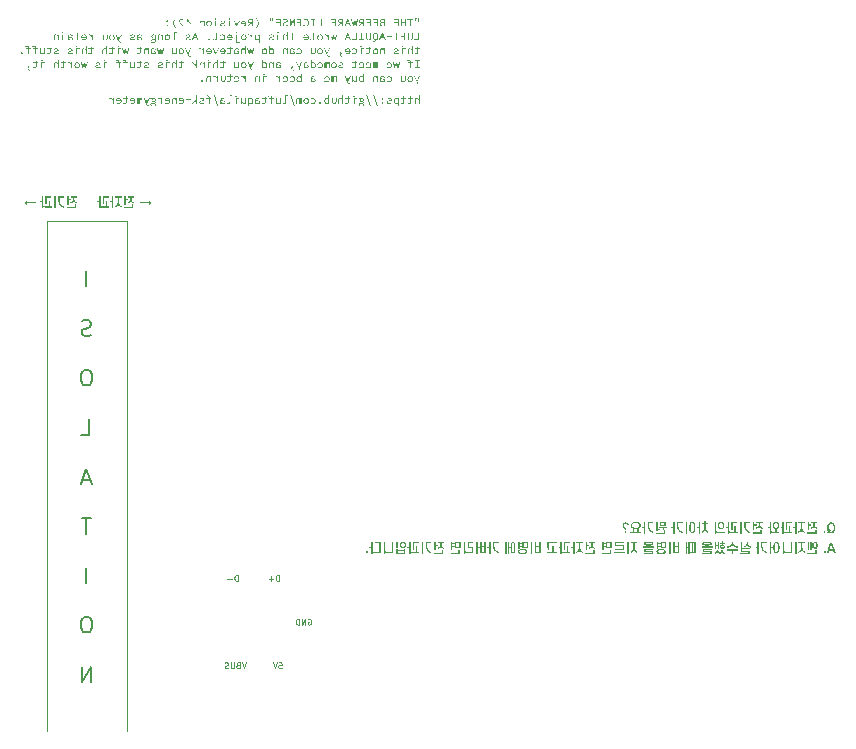
<source format=gbr>
%TF.GenerationSoftware,KiCad,Pcbnew,8.0.5*%
%TF.CreationDate,2024-10-22T02:20:09+09:00*%
%TF.ProjectId,fsk-energymeter,66736b2d-656e-4657-9267-796d65746572,v0.0.1*%
%TF.SameCoordinates,Original*%
%TF.FileFunction,Legend,Bot*%
%TF.FilePolarity,Positive*%
%FSLAX46Y46*%
G04 Gerber Fmt 4.6, Leading zero omitted, Abs format (unit mm)*
G04 Created by KiCad (PCBNEW 8.0.5) date 2024-10-22 02:20:09*
%MOMM*%
%LPD*%
G01*
G04 APERTURE LIST*
%ADD10C,0.100000*%
%ADD11C,0.200000*%
%ADD12C,0.062500*%
%ADD13C,1.050000*%
%ADD14C,1.300000*%
%ADD15C,3.400000*%
%ADD16C,6.000000*%
%ADD17C,2.350000*%
%ADD18C,2.850000*%
%ADD19C,2.025000*%
%ADD20C,1.000000*%
%ADD21R,2.150000X2.150000*%
%ADD22C,2.150000*%
%ADD23C,4.800000*%
%ADD24R,1.700000X1.700000*%
%ADD25O,1.700000X1.700000*%
%ADD26C,2.000000*%
%ADD27C,1.524000*%
G04 APERTURE END LIST*
D10*
X103250000Y-75350000D02*
X96450000Y-75350000D01*
X103250000Y-118500000D02*
X103250000Y-75350000D01*
X96450000Y-118500000D02*
X96450000Y-75350000D01*
X116077068Y-112733609D02*
X116315163Y-112733609D01*
X116315163Y-112733609D02*
X116338972Y-112971704D01*
X116338972Y-112971704D02*
X116315163Y-112947895D01*
X116315163Y-112947895D02*
X116267544Y-112924085D01*
X116267544Y-112924085D02*
X116148496Y-112924085D01*
X116148496Y-112924085D02*
X116100877Y-112947895D01*
X116100877Y-112947895D02*
X116077068Y-112971704D01*
X116077068Y-112971704D02*
X116053258Y-113019323D01*
X116053258Y-113019323D02*
X116053258Y-113138371D01*
X116053258Y-113138371D02*
X116077068Y-113185990D01*
X116077068Y-113185990D02*
X116100877Y-113209800D01*
X116100877Y-113209800D02*
X116148496Y-113233609D01*
X116148496Y-113233609D02*
X116267544Y-113233609D01*
X116267544Y-113233609D02*
X116315163Y-113209800D01*
X116315163Y-113209800D02*
X116338972Y-113185990D01*
X115910401Y-112733609D02*
X115743735Y-113233609D01*
X115743735Y-113233609D02*
X115577068Y-112733609D01*
G36*
X162901644Y-100878597D02*
G01*
X162946213Y-100885812D01*
X162986288Y-100897487D01*
X163022081Y-100913335D01*
X163068200Y-100944306D01*
X163105867Y-100983056D01*
X163135790Y-101028617D01*
X163158681Y-101080023D01*
X163175249Y-101136306D01*
X163183133Y-101176061D01*
X163188732Y-101217267D01*
X163192257Y-101259639D01*
X163193919Y-101302888D01*
X163194117Y-101324753D01*
X163193295Y-101369368D01*
X163190692Y-101413055D01*
X163186104Y-101455543D01*
X163179325Y-101496566D01*
X163170149Y-101535852D01*
X163158372Y-101573134D01*
X163135380Y-101624710D01*
X163105380Y-101670262D01*
X163067680Y-101708881D01*
X163021587Y-101739661D01*
X162966408Y-101761692D01*
X162924233Y-101771071D01*
X162877506Y-101775890D01*
X162852372Y-101776505D01*
X162810952Y-101774728D01*
X162765442Y-101768055D01*
X162724332Y-101756685D01*
X162687436Y-101740888D01*
X162649469Y-101717225D01*
X162639588Y-101709484D01*
X162539937Y-101789010D01*
X162466078Y-101709680D01*
X162572372Y-101622534D01*
X162553087Y-101582623D01*
X162538022Y-101539710D01*
X162526786Y-101494171D01*
X162518992Y-101446382D01*
X162514972Y-101406782D01*
X162512706Y-101366175D01*
X162512022Y-101326316D01*
X162641933Y-101326316D01*
X162642527Y-101366291D01*
X162644933Y-101411201D01*
X162649400Y-101452729D01*
X162657512Y-101496841D01*
X162669089Y-101536212D01*
X162671046Y-101541445D01*
X162777341Y-101450587D01*
X162850223Y-101531480D01*
X162733768Y-101630154D01*
X162771106Y-101650515D01*
X162813007Y-101660924D01*
X162852372Y-101663567D01*
X162895926Y-101660240D01*
X162944790Y-101645727D01*
X162983925Y-101620186D01*
X163014199Y-101584150D01*
X163036480Y-101538153D01*
X163048467Y-101497439D01*
X163056813Y-101451647D01*
X163061883Y-101401002D01*
X163064043Y-101345730D01*
X163064180Y-101326316D01*
X163062936Y-101270398D01*
X163058949Y-101218771D01*
X163051836Y-101171701D01*
X163041212Y-101129452D01*
X163026695Y-101092285D01*
X163000619Y-101051094D01*
X162966030Y-101020035D01*
X162922020Y-100999733D01*
X162882282Y-100991941D01*
X162852372Y-100990434D01*
X162809168Y-100993811D01*
X162760670Y-101008500D01*
X162721801Y-101034259D01*
X162691708Y-101070463D01*
X162669541Y-101116485D01*
X162657603Y-101157070D01*
X162649285Y-101202562D01*
X162644227Y-101252699D01*
X162642069Y-101307216D01*
X162641933Y-101326316D01*
X162512022Y-101326316D01*
X162511995Y-101324753D01*
X162512830Y-101281365D01*
X162515465Y-101238662D01*
X162520099Y-101196936D01*
X162526931Y-101156479D01*
X162536157Y-101117583D01*
X162554921Y-101062802D01*
X162580188Y-101013173D01*
X162612626Y-100969679D01*
X162652905Y-100933307D01*
X162701692Y-100905039D01*
X162739274Y-100891182D01*
X162781132Y-100881657D01*
X162827466Y-100876754D01*
X162852372Y-100876128D01*
X162901644Y-100878597D01*
G37*
G36*
X162219490Y-101615109D02*
G01*
X162358415Y-101615109D01*
X162358415Y-101764000D01*
X162219490Y-101764000D01*
X162219490Y-101615109D01*
G37*
G36*
X161677857Y-100931815D02*
G01*
X161677857Y-100826498D01*
X161153614Y-100826498D01*
X161153614Y-100931815D01*
X161355261Y-100931815D01*
X161355261Y-101022674D01*
X161352829Y-101069031D01*
X161345735Y-101110648D01*
X161329554Y-101159135D01*
X161306352Y-101200087D01*
X161276853Y-101234015D01*
X161241781Y-101261430D01*
X161201859Y-101282842D01*
X161157811Y-101298763D01*
X161134466Y-101304823D01*
X161134466Y-101412485D01*
X161179353Y-101402541D01*
X161222164Y-101388839D01*
X161262507Y-101371616D01*
X161299989Y-101351107D01*
X161334220Y-101327548D01*
X161364808Y-101301175D01*
X161391361Y-101272223D01*
X161413489Y-101240929D01*
X161435654Y-101273177D01*
X161462438Y-101303895D01*
X161493403Y-101332525D01*
X161528112Y-101358508D01*
X161566127Y-101381285D01*
X161607011Y-101400297D01*
X161650328Y-101414987D01*
X161695638Y-101424795D01*
X161695638Y-101317133D01*
X161649240Y-101303671D01*
X161607030Y-101284065D01*
X161569624Y-101258053D01*
X161537637Y-101225371D01*
X161511687Y-101185755D01*
X161492388Y-101138942D01*
X161482650Y-101098952D01*
X161477260Y-101054654D01*
X161476210Y-101022674D01*
X161476210Y-100931815D01*
X161677857Y-100931815D01*
G37*
G36*
X160856810Y-101525423D02*
G01*
X160978736Y-101525423D01*
X160978736Y-101155933D01*
X161188199Y-101155933D01*
X161188199Y-101051787D01*
X160978736Y-101051787D01*
X160978736Y-100814188D01*
X160856810Y-100814188D01*
X160856810Y-101525423D01*
G37*
G36*
X160838834Y-101834732D02*
G01*
X161616113Y-101834732D01*
X161616113Y-101489666D01*
X161493991Y-101489666D01*
X161493991Y-101729415D01*
X160838834Y-101729415D01*
X160838834Y-101834732D01*
G37*
G36*
X160614326Y-100939631D02*
G01*
X160614326Y-100832164D01*
X160064291Y-100832164D01*
X160064291Y-100939631D01*
X160280593Y-100939631D01*
X160280593Y-101212988D01*
X160279355Y-101261940D01*
X160275737Y-101307271D01*
X160269882Y-101349139D01*
X160261933Y-101387701D01*
X160246396Y-101439690D01*
X160226952Y-101485126D01*
X160204085Y-101524541D01*
X160178278Y-101558465D01*
X160150013Y-101587431D01*
X160109338Y-101619257D01*
X160066298Y-101644471D01*
X160055303Y-101649889D01*
X160055303Y-101761850D01*
X160101908Y-101742962D01*
X160146412Y-101719480D01*
X160188286Y-101691941D01*
X160227006Y-101660880D01*
X160262043Y-101626833D01*
X160292872Y-101590337D01*
X160318966Y-101551926D01*
X160339797Y-101512136D01*
X160361168Y-101551974D01*
X160387812Y-101590502D01*
X160419141Y-101627143D01*
X160454567Y-101661320D01*
X160493500Y-101692456D01*
X160535353Y-101719975D01*
X160579537Y-101743298D01*
X160625464Y-101761850D01*
X160625464Y-101649889D01*
X160582743Y-101626468D01*
X160541841Y-101596571D01*
X160513076Y-101569166D01*
X160486511Y-101536919D01*
X160462649Y-101499317D01*
X160441995Y-101455846D01*
X160425053Y-101405991D01*
X160412327Y-101349239D01*
X160406435Y-101307319D01*
X160402790Y-101261952D01*
X160401542Y-101212988D01*
X160401542Y-100939631D01*
X160614326Y-100939631D01*
G37*
G36*
X159808911Y-100814188D02*
G01*
X159808911Y-101228619D01*
X159649860Y-101228619D01*
X159649860Y-101335109D01*
X159808911Y-101335109D01*
X159808911Y-101830238D01*
X159931032Y-101830238D01*
X159931032Y-100814188D01*
X159808911Y-100814188D01*
G37*
G36*
X159127376Y-101239952D02*
G01*
X159127376Y-100939631D01*
X159518360Y-100939631D01*
X159518360Y-100832164D01*
X159006427Y-100832164D01*
X159006427Y-101221976D01*
X159007076Y-101266190D01*
X159008988Y-101311791D01*
X159012110Y-101357362D01*
X159016387Y-101401485D01*
X159021766Y-101442742D01*
X159029600Y-101486471D01*
X159031046Y-101492988D01*
X159151018Y-101492988D01*
X159143395Y-101451597D01*
X159137098Y-101405369D01*
X159132958Y-101364477D01*
X159129908Y-101322568D01*
X159128021Y-101280704D01*
X159127376Y-101239952D01*
G37*
G36*
X159406399Y-101667866D02*
G01*
X159406399Y-101205172D01*
X159285450Y-101205172D01*
X159285450Y-101667866D01*
X159059183Y-101667866D01*
X159018115Y-101666553D01*
X158973046Y-101661541D01*
X158932901Y-101652821D01*
X158892753Y-101638025D01*
X158856364Y-101615109D01*
X158856364Y-100814188D01*
X158734242Y-100814188D01*
X158734242Y-101228619D01*
X158575191Y-101228619D01*
X158575191Y-101335109D01*
X158734242Y-101335109D01*
X158734242Y-101830238D01*
X158856364Y-101830238D01*
X158856364Y-101715933D01*
X158889261Y-101738190D01*
X158925865Y-101752901D01*
X158969297Y-101763590D01*
X159010072Y-101769431D01*
X159054467Y-101772488D01*
X159082630Y-101772988D01*
X159551967Y-101772988D01*
X159551967Y-101667866D01*
X159406399Y-101667866D01*
G37*
G36*
X157781695Y-101615109D02*
G01*
X157818084Y-101638025D01*
X157858233Y-101652821D01*
X157898378Y-101661541D01*
X157943447Y-101666553D01*
X157984515Y-101667866D01*
X158119923Y-101667866D01*
X158119923Y-101422450D01*
X158106581Y-101419687D01*
X158068763Y-101408433D01*
X158030903Y-101390238D01*
X157997801Y-101365395D01*
X157968356Y-101332640D01*
X157944413Y-101293030D01*
X157928887Y-101255460D01*
X157917575Y-101214321D01*
X157910657Y-101170153D01*
X157908311Y-101123497D01*
X158029260Y-101123497D01*
X158031350Y-101164783D01*
X158038932Y-101207960D01*
X158052177Y-101245458D01*
X158074005Y-101279031D01*
X158103422Y-101303167D01*
X158141164Y-101317415D01*
X158180495Y-101321627D01*
X158215357Y-101318213D01*
X158253569Y-101304873D01*
X158286789Y-101279031D01*
X158307919Y-101245458D01*
X158320918Y-101207960D01*
X158328456Y-101164783D01*
X158330558Y-101123497D01*
X158328456Y-101082447D01*
X158320918Y-101038923D01*
X158307919Y-101001034D01*
X158286789Y-100967768D01*
X158259806Y-100946212D01*
X158222731Y-100931391D01*
X158180495Y-100926344D01*
X158144917Y-100929732D01*
X158106549Y-100942812D01*
X158074005Y-100967768D01*
X158052177Y-101001034D01*
X158038932Y-101038923D01*
X158031350Y-101082447D01*
X158029260Y-101123497D01*
X157908311Y-101123497D01*
X157910657Y-101076763D01*
X157917575Y-101032541D01*
X157928887Y-100991368D01*
X157944413Y-100953779D01*
X157968356Y-100914160D01*
X157997801Y-100881404D01*
X158020149Y-100863933D01*
X158055572Y-100844240D01*
X158095512Y-100830242D01*
X158139624Y-100822085D01*
X158180495Y-100819854D01*
X158207318Y-100820848D01*
X158251876Y-100827309D01*
X158292790Y-100839653D01*
X158329350Y-100857734D01*
X158360844Y-100881404D01*
X158390941Y-100914160D01*
X158415489Y-100953779D01*
X158431451Y-100991368D01*
X158443107Y-101032541D01*
X158450252Y-101076763D01*
X158452679Y-101123497D01*
X158450252Y-101170153D01*
X158443107Y-101214321D01*
X158431451Y-101255460D01*
X158415489Y-101293030D01*
X158390941Y-101332640D01*
X158360844Y-101365395D01*
X158351766Y-101373315D01*
X158318281Y-101395781D01*
X158280110Y-101412062D01*
X158242044Y-101421278D01*
X158242044Y-101667866D01*
X158477299Y-101667866D01*
X158477299Y-101772011D01*
X158007962Y-101772011D01*
X157979799Y-101771506D01*
X157935403Y-101768423D01*
X157894629Y-101762543D01*
X157851196Y-101751800D01*
X157814593Y-101737042D01*
X157781695Y-101714760D01*
X157781695Y-101830238D01*
X157659574Y-101830238D01*
X157659574Y-101335109D01*
X157500523Y-101335109D01*
X157500523Y-101228619D01*
X157659574Y-101228619D01*
X157659574Y-100814188D01*
X157781695Y-100814188D01*
X157781695Y-101615109D01*
G37*
G36*
X157053265Y-100931815D02*
G01*
X157053265Y-100826498D01*
X156529023Y-100826498D01*
X156529023Y-100931815D01*
X156730669Y-100931815D01*
X156730669Y-101022674D01*
X156728237Y-101069031D01*
X156721143Y-101110648D01*
X156704962Y-101159135D01*
X156681760Y-101200087D01*
X156652261Y-101234015D01*
X156617189Y-101261430D01*
X156577267Y-101282842D01*
X156533219Y-101298763D01*
X156509874Y-101304823D01*
X156509874Y-101412485D01*
X156554762Y-101402541D01*
X156597572Y-101388839D01*
X156637915Y-101371616D01*
X156675397Y-101351107D01*
X156709628Y-101327548D01*
X156740216Y-101301175D01*
X156766770Y-101272223D01*
X156788897Y-101240929D01*
X156811062Y-101273177D01*
X156837846Y-101303895D01*
X156868811Y-101332525D01*
X156903520Y-101358508D01*
X156941535Y-101381285D01*
X156982420Y-101400297D01*
X157025736Y-101414987D01*
X157071046Y-101424795D01*
X157071046Y-101317133D01*
X157024648Y-101303671D01*
X156982438Y-101284065D01*
X156945032Y-101258053D01*
X156913046Y-101225371D01*
X156887095Y-101185755D01*
X156867797Y-101138942D01*
X156858058Y-101098952D01*
X156852668Y-101054654D01*
X156851618Y-101022674D01*
X156851618Y-100931815D01*
X157053265Y-100931815D01*
G37*
G36*
X156232219Y-101525423D02*
G01*
X156354145Y-101525423D01*
X156354145Y-101155933D01*
X156563607Y-101155933D01*
X156563607Y-101051787D01*
X156354145Y-101051787D01*
X156354145Y-100814188D01*
X156232219Y-100814188D01*
X156232219Y-101525423D01*
G37*
G36*
X156214242Y-101834732D02*
G01*
X156991521Y-101834732D01*
X156991521Y-101489666D01*
X156869399Y-101489666D01*
X156869399Y-101729415D01*
X156214242Y-101729415D01*
X156214242Y-101834732D01*
G37*
G36*
X155603244Y-101051787D02*
G01*
X155603244Y-100939631D01*
X155970586Y-100939631D01*
X155970586Y-100832164D01*
X155483468Y-100832164D01*
X155483468Y-101037133D01*
X155485164Y-101108079D01*
X155490315Y-101175946D01*
X155499014Y-101240676D01*
X155511354Y-101302213D01*
X155527429Y-101360499D01*
X155547332Y-101415478D01*
X155571156Y-101467093D01*
X155598995Y-101515287D01*
X155630941Y-101560003D01*
X155667089Y-101601183D01*
X155707531Y-101638771D01*
X155752361Y-101672711D01*
X155801672Y-101702944D01*
X155855557Y-101729414D01*
X155914110Y-101752065D01*
X155977424Y-101770838D01*
X155977424Y-101655360D01*
X155930750Y-101639699D01*
X155887351Y-101620882D01*
X155847190Y-101598956D01*
X155810231Y-101573966D01*
X155776438Y-101545959D01*
X155745773Y-101514979D01*
X155718202Y-101481072D01*
X155693688Y-101444286D01*
X155672193Y-101404664D01*
X155653682Y-101362254D01*
X155638119Y-101317100D01*
X155625467Y-101269249D01*
X155615690Y-101218746D01*
X155608752Y-101165638D01*
X155604615Y-101109970D01*
X155603244Y-101051787D01*
G37*
G36*
X155159699Y-100814188D02*
G01*
X155159699Y-101830238D01*
X155281821Y-101830238D01*
X155281821Y-100814188D01*
X155159699Y-100814188D01*
G37*
G36*
X154502784Y-101239952D02*
G01*
X154502784Y-100939631D01*
X154893768Y-100939631D01*
X154893768Y-100832164D01*
X154381835Y-100832164D01*
X154381835Y-101221976D01*
X154382484Y-101266190D01*
X154384396Y-101311791D01*
X154387518Y-101357362D01*
X154391795Y-101401485D01*
X154397175Y-101442742D01*
X154405009Y-101486471D01*
X154406454Y-101492988D01*
X154526427Y-101492988D01*
X154518803Y-101451597D01*
X154512506Y-101405369D01*
X154508367Y-101364477D01*
X154505316Y-101322568D01*
X154503430Y-101280704D01*
X154502784Y-101239952D01*
G37*
G36*
X154781807Y-101667866D02*
G01*
X154781807Y-101205172D01*
X154660858Y-101205172D01*
X154660858Y-101667866D01*
X154434591Y-101667866D01*
X154393523Y-101666553D01*
X154348454Y-101661541D01*
X154308309Y-101652821D01*
X154268161Y-101638025D01*
X154231772Y-101615109D01*
X154231772Y-100814188D01*
X154109651Y-100814188D01*
X154109651Y-101228619D01*
X153950600Y-101228619D01*
X153950600Y-101335109D01*
X154109651Y-101335109D01*
X154109651Y-101830238D01*
X154231772Y-101830238D01*
X154231772Y-101715933D01*
X154264670Y-101738190D01*
X154301273Y-101752901D01*
X154344705Y-101763590D01*
X154385480Y-101769431D01*
X154429876Y-101772488D01*
X154458039Y-101772988D01*
X154927376Y-101772988D01*
X154927376Y-101667866D01*
X154781807Y-101667866D01*
G37*
G36*
X153132484Y-101615109D02*
G01*
X153146509Y-101625485D01*
X153184975Y-101644748D01*
X153223757Y-101656215D01*
X153267259Y-101663540D01*
X153306674Y-101666831D01*
X153348590Y-101667866D01*
X153852707Y-101667866D01*
X153852707Y-101772011D01*
X153380048Y-101772011D01*
X153339061Y-101771250D01*
X153290979Y-101768038D01*
X153246996Y-101762104D01*
X153207752Y-101753227D01*
X153167815Y-101738372D01*
X153132484Y-101714760D01*
X153132484Y-101830238D01*
X153010362Y-101830238D01*
X153010362Y-100814188D01*
X153132484Y-100814188D01*
X153132484Y-101615109D01*
G37*
G36*
X153566762Y-100820896D02*
G01*
X153611219Y-100827582D01*
X153652571Y-100840140D01*
X153690021Y-100858204D01*
X153722770Y-100881404D01*
X153739610Y-100897724D01*
X153764099Y-100928726D01*
X153784073Y-100964279D01*
X153799482Y-101004150D01*
X153810278Y-101048107D01*
X153816411Y-101095917D01*
X153817927Y-101136784D01*
X153817073Y-101167668D01*
X153813293Y-101206755D01*
X153804357Y-101252141D01*
X153790787Y-101293527D01*
X153772633Y-101330760D01*
X153749944Y-101363690D01*
X153722770Y-101392164D01*
X153699892Y-101409322D01*
X153663704Y-101428960D01*
X153623386Y-101443163D01*
X153579735Y-101451576D01*
X153540272Y-101453909D01*
X153513716Y-101452867D01*
X153469184Y-101446173D01*
X153427793Y-101433588D01*
X153390329Y-101415466D01*
X153357578Y-101392164D01*
X153340241Y-101375623D01*
X153315342Y-101344457D01*
X153295352Y-101308927D01*
X153280172Y-101269183D01*
X153269704Y-101225379D01*
X153263849Y-101177666D01*
X153262421Y-101136784D01*
X153383370Y-101136784D01*
X153383817Y-101157821D01*
X153387458Y-101197360D01*
X153396535Y-101238731D01*
X153413623Y-101278897D01*
X153438276Y-101310489D01*
X153460897Y-101328341D01*
X153498938Y-101343055D01*
X153540272Y-101347419D01*
X153570027Y-101345111D01*
X153609450Y-101332993D01*
X153642072Y-101310489D01*
X153655320Y-101295829D01*
X153675818Y-101259821D01*
X153687608Y-101221668D01*
X153694112Y-101178031D01*
X153695806Y-101136784D01*
X153695388Y-101115994D01*
X153691944Y-101076531D01*
X153683227Y-101034788D01*
X153666542Y-100994012D01*
X153642072Y-100962101D01*
X153618267Y-100944476D01*
X153580486Y-100930388D01*
X153540272Y-100926344D01*
X153513333Y-100927968D01*
X153472651Y-100938614D01*
X153438276Y-100962101D01*
X153424977Y-100976852D01*
X153404159Y-101013388D01*
X153391991Y-101052051D01*
X153385172Y-101095882D01*
X153383370Y-101136784D01*
X153262421Y-101136784D01*
X153263223Y-101105921D01*
X153266814Y-101066782D01*
X153275425Y-101021255D01*
X153288708Y-100979722D01*
X153306763Y-100942414D01*
X153329686Y-100909563D01*
X153357578Y-100881404D01*
X153380457Y-100864324D01*
X153416654Y-100844756D01*
X153457003Y-100830587D01*
X153500718Y-100822186D01*
X153540272Y-100819854D01*
X153566762Y-100820896D01*
G37*
G36*
X152439811Y-101048270D02*
G01*
X152439811Y-100943148D01*
X152227027Y-100943148D01*
X152227027Y-100785074D01*
X152106078Y-100785074D01*
X152106078Y-100943148D01*
X151889776Y-100943148D01*
X151889776Y-101048270D01*
X152106078Y-101048270D01*
X152106078Y-101212988D01*
X152104840Y-101261940D01*
X152101222Y-101307271D01*
X152095367Y-101349139D01*
X152087418Y-101387701D01*
X152071881Y-101439690D01*
X152052437Y-101485126D01*
X152029570Y-101524541D01*
X152003763Y-101558465D01*
X151975498Y-101587431D01*
X151934823Y-101619257D01*
X151891783Y-101644471D01*
X151880788Y-101649889D01*
X151880788Y-101761850D01*
X151927393Y-101742962D01*
X151971897Y-101719480D01*
X152013771Y-101691941D01*
X152052491Y-101660880D01*
X152087528Y-101626833D01*
X152118357Y-101590337D01*
X152144450Y-101551926D01*
X152165282Y-101512136D01*
X152186653Y-101551974D01*
X152213297Y-101590502D01*
X152244626Y-101627143D01*
X152280052Y-101661320D01*
X152318985Y-101692456D01*
X152360838Y-101719975D01*
X152405022Y-101743298D01*
X152450949Y-101761850D01*
X152450949Y-101649889D01*
X152408228Y-101626468D01*
X152367326Y-101596571D01*
X152338561Y-101569166D01*
X152311996Y-101536919D01*
X152288134Y-101499317D01*
X152267480Y-101455846D01*
X152250538Y-101405991D01*
X152237812Y-101349239D01*
X152231920Y-101307319D01*
X152228275Y-101261952D01*
X152227027Y-101212988D01*
X152227027Y-101048270D01*
X152439811Y-101048270D01*
G37*
G36*
X151634396Y-100814188D02*
G01*
X151634396Y-101228619D01*
X151475345Y-101228619D01*
X151475345Y-101335109D01*
X151634396Y-101335109D01*
X151634396Y-101830238D01*
X151756517Y-101830238D01*
X151756517Y-100814188D01*
X151634396Y-100814188D01*
G37*
G36*
X150657229Y-101830238D02*
G01*
X150535108Y-101830238D01*
X150535108Y-100814188D01*
X150657229Y-100814188D01*
X150657229Y-101830238D01*
G37*
G36*
X151130515Y-100816230D02*
G01*
X151168927Y-100823964D01*
X151209611Y-100840026D01*
X151245309Y-100863379D01*
X151275457Y-100893713D01*
X151281419Y-100901339D01*
X151302606Y-100935209D01*
X151319792Y-100974361D01*
X151333323Y-101018652D01*
X151343544Y-101067941D01*
X151349247Y-101108101D01*
X151353428Y-101150933D01*
X151356234Y-101196377D01*
X151357811Y-101244371D01*
X151358304Y-101294858D01*
X151358251Y-101311942D01*
X151357413Y-101361558D01*
X151355442Y-101408671D01*
X151352194Y-101453221D01*
X151347522Y-101495146D01*
X151341280Y-101534387D01*
X151330264Y-101582425D01*
X151315851Y-101625437D01*
X151297698Y-101663279D01*
X151275457Y-101695807D01*
X151254514Y-101718085D01*
X151220344Y-101742896D01*
X151181027Y-101760288D01*
X151137128Y-101770285D01*
X151096280Y-101772988D01*
X151061649Y-101771111D01*
X151023064Y-101763898D01*
X150982362Y-101748621D01*
X150946561Y-101725932D01*
X150915931Y-101695807D01*
X150909986Y-101688181D01*
X150888847Y-101654312D01*
X150871681Y-101615163D01*
X150858149Y-101570881D01*
X150847912Y-101521609D01*
X150842193Y-101481467D01*
X150837993Y-101438660D01*
X150835170Y-101393249D01*
X150833582Y-101345294D01*
X150833084Y-101294858D01*
X150954033Y-101294858D01*
X150954343Y-101339031D01*
X150955342Y-101380811D01*
X150957128Y-101420105D01*
X150960910Y-101468463D01*
X150966510Y-101512007D01*
X150974166Y-101550513D01*
X150986990Y-101591218D01*
X151007766Y-101628591D01*
X151022539Y-101643858D01*
X151057352Y-101662907D01*
X151096280Y-101668842D01*
X151115974Y-101667338D01*
X151154257Y-101654205D01*
X151184794Y-101628591D01*
X151204591Y-101591218D01*
X151217033Y-101550513D01*
X151224589Y-101512007D01*
X151230212Y-101468463D01*
X151234086Y-101420105D01*
X151235953Y-101380811D01*
X151237017Y-101339031D01*
X151237355Y-101294858D01*
X151237017Y-101250636D01*
X151235953Y-101208822D01*
X151234086Y-101169514D01*
X151230212Y-101121177D01*
X151224589Y-101077709D01*
X151217033Y-101039346D01*
X151204591Y-100998933D01*
X151184794Y-100962101D01*
X151171797Y-100947795D01*
X151137422Y-100926669D01*
X151096280Y-100919505D01*
X151076123Y-100921042D01*
X151037513Y-100934718D01*
X151007766Y-100962101D01*
X150986990Y-100998933D01*
X150974166Y-101039346D01*
X150966510Y-101077709D01*
X150960910Y-101121177D01*
X150957128Y-101169514D01*
X150955342Y-101208822D01*
X150954343Y-101250636D01*
X150954033Y-101294858D01*
X150833084Y-101294858D01*
X150833137Y-101277756D01*
X150833983Y-101228093D01*
X150835967Y-101180942D01*
X150839233Y-101136363D01*
X150843923Y-101094415D01*
X150850181Y-101055158D01*
X150861210Y-101007105D01*
X150875619Y-100964086D01*
X150893746Y-100926241D01*
X150915931Y-100893713D01*
X150937270Y-100871347D01*
X150971621Y-100845968D01*
X151010951Y-100827791D01*
X151054989Y-100817123D01*
X151096280Y-100814188D01*
X151130515Y-100816230D01*
G37*
G36*
X149907306Y-101051787D02*
G01*
X149907306Y-100939631D01*
X150279337Y-100939631D01*
X150279337Y-100832164D01*
X149786357Y-100832164D01*
X149786357Y-101037133D01*
X149788104Y-101108272D01*
X149793397Y-101176282D01*
X149802318Y-101241111D01*
X149814945Y-101302707D01*
X149831360Y-101361019D01*
X149851643Y-101415994D01*
X149875873Y-101467580D01*
X149904131Y-101515727D01*
X149936496Y-101560381D01*
X149973050Y-101601492D01*
X150013872Y-101639008D01*
X150059042Y-101672876D01*
X150108640Y-101703044D01*
X150162747Y-101729462D01*
X150221443Y-101752078D01*
X150284808Y-101770838D01*
X150284808Y-101655360D01*
X150237581Y-101639712D01*
X150193694Y-101620930D01*
X150153106Y-101599057D01*
X150115776Y-101574131D01*
X150081665Y-101546195D01*
X150050732Y-101515288D01*
X150022936Y-101481451D01*
X149998237Y-101444725D01*
X149976596Y-101405151D01*
X149957971Y-101362769D01*
X149942322Y-101317619D01*
X149929608Y-101269744D01*
X149919790Y-101219182D01*
X149912828Y-101165975D01*
X149908680Y-101110163D01*
X149907306Y-101051787D01*
G37*
G36*
X149485059Y-100814188D02*
G01*
X149485059Y-101228619D01*
X149326008Y-101228619D01*
X149326008Y-101335109D01*
X149485059Y-101335109D01*
X149485059Y-101830238D01*
X149607180Y-101830238D01*
X149607180Y-100814188D01*
X149485059Y-100814188D01*
G37*
G36*
X148817006Y-101840203D02*
G01*
X148039727Y-101840203D01*
X148039727Y-101734886D01*
X148694884Y-101734886D01*
X148694884Y-101552387D01*
X148817006Y-101552387D01*
X148817006Y-101840203D01*
G37*
G36*
X148179630Y-101410140D02*
G01*
X148401598Y-101410140D01*
X148401598Y-101506470D01*
X148179630Y-101506470D01*
X148179630Y-101587168D01*
X148057704Y-101587168D01*
X148057704Y-100814188D01*
X148179630Y-100814188D01*
X148179630Y-101410140D01*
G37*
G36*
X148282510Y-101236371D02*
G01*
X148325628Y-101242320D01*
X148365605Y-101245522D01*
X148408133Y-101247250D01*
X148452986Y-101247768D01*
X148914508Y-101247768D01*
X148914508Y-101348591D01*
X148701723Y-101348591D01*
X148701723Y-101523274D01*
X148579602Y-101523274D01*
X148579602Y-101348591D01*
X148449665Y-101348591D01*
X148412397Y-101348078D01*
X148369496Y-101346040D01*
X148329157Y-101342332D01*
X148286147Y-101335732D01*
X148243524Y-101324949D01*
X148243524Y-101227642D01*
X148282510Y-101236371D01*
G37*
G36*
X148859602Y-101170392D02*
G01*
X148336531Y-101170392D01*
X148336531Y-101076407D01*
X148452986Y-101076407D01*
X148743147Y-101076407D01*
X148743147Y-100921850D01*
X148452986Y-100921850D01*
X148452986Y-101076407D01*
X148336531Y-101076407D01*
X148336531Y-100826498D01*
X148859602Y-100826498D01*
X148859602Y-101170392D01*
G37*
G36*
X147432051Y-101051787D02*
G01*
X147432051Y-100939631D01*
X147804082Y-100939631D01*
X147804082Y-100832164D01*
X147311102Y-100832164D01*
X147311102Y-101037133D01*
X147312849Y-101108272D01*
X147318142Y-101176282D01*
X147327063Y-101241111D01*
X147339691Y-101302707D01*
X147356106Y-101361019D01*
X147376388Y-101415994D01*
X147400618Y-101467580D01*
X147428876Y-101515727D01*
X147461242Y-101560381D01*
X147497795Y-101601492D01*
X147538617Y-101639008D01*
X147583787Y-101672876D01*
X147633385Y-101703044D01*
X147687493Y-101729462D01*
X147746188Y-101752078D01*
X147809553Y-101770838D01*
X147809553Y-101655360D01*
X147762326Y-101639712D01*
X147718439Y-101620930D01*
X147677851Y-101599057D01*
X147640522Y-101574131D01*
X147606410Y-101546195D01*
X147575477Y-101515288D01*
X147547681Y-101481451D01*
X147522983Y-101444725D01*
X147501341Y-101405151D01*
X147482716Y-101362769D01*
X147467067Y-101317619D01*
X147454354Y-101269744D01*
X147444536Y-101219182D01*
X147437573Y-101165975D01*
X147433425Y-101110163D01*
X147432051Y-101051787D01*
G37*
G36*
X147009804Y-100814188D02*
G01*
X147009804Y-101228619D01*
X146850753Y-101228619D01*
X146850753Y-101335109D01*
X147009804Y-101335109D01*
X147009804Y-101830238D01*
X147131926Y-101830238D01*
X147131926Y-100814188D01*
X147009804Y-100814188D01*
G37*
G36*
X146329761Y-100821355D02*
G01*
X146377974Y-100824005D01*
X146423826Y-100829356D01*
X146467149Y-100837464D01*
X146507772Y-100848384D01*
X146545525Y-100862171D01*
X146588425Y-100883519D01*
X146626245Y-100909540D01*
X146648535Y-100929435D01*
X146677150Y-100962996D01*
X146699591Y-101001034D01*
X146715417Y-101043564D01*
X146723234Y-101082449D01*
X146725896Y-101124474D01*
X146724932Y-101150641D01*
X146719146Y-101191409D01*
X146705623Y-101235767D01*
X146685339Y-101275325D01*
X146658732Y-101310265D01*
X146626245Y-101340775D01*
X146619843Y-101345724D01*
X146585289Y-101368648D01*
X146549064Y-101386693D01*
X146549064Y-101680175D01*
X146756182Y-101680175D01*
X146756182Y-101785297D01*
X145854633Y-101785297D01*
X145854633Y-101680175D01*
X146055108Y-101680175D01*
X146177034Y-101680175D01*
X146428115Y-101680175D01*
X146428115Y-101420301D01*
X146387685Y-101425187D01*
X146345138Y-101428306D01*
X146304822Y-101429289D01*
X146300527Y-101429279D01*
X146258646Y-101428058D01*
X146218713Y-101424855D01*
X146177034Y-101419129D01*
X146177034Y-101680175D01*
X146055108Y-101680175D01*
X146055108Y-101384348D01*
X146052587Y-101383188D01*
X146016542Y-101364247D01*
X145982226Y-101340775D01*
X145960272Y-101320919D01*
X145931840Y-101287475D01*
X145909319Y-101249478D01*
X145893290Y-101206740D01*
X145885309Y-101167371D01*
X145882575Y-101124474D01*
X146004696Y-101124474D01*
X146006312Y-101151189D01*
X146017143Y-101193820D01*
X146037694Y-101229925D01*
X146067418Y-101260078D01*
X146094304Y-101278734D01*
X146132178Y-101296568D01*
X146175625Y-101309633D01*
X146215670Y-101317028D01*
X146258847Y-101321377D01*
X146304822Y-101322799D01*
X146341764Y-101321891D01*
X146385352Y-101318138D01*
X146425799Y-101311362D01*
X146469794Y-101299071D01*
X146508375Y-101282046D01*
X146541053Y-101260078D01*
X146561861Y-101240609D01*
X146585530Y-101206552D01*
X146599662Y-101166160D01*
X146603775Y-101124474D01*
X146602159Y-101098627D01*
X146591328Y-101056560D01*
X146570777Y-101020091D01*
X146541053Y-100989066D01*
X146514244Y-100970800D01*
X146476613Y-100953276D01*
X146433487Y-100940386D01*
X146393701Y-100933062D01*
X146350719Y-100928740D01*
X146304822Y-100927321D01*
X146267829Y-100928227D01*
X146224065Y-100931961D01*
X146183367Y-100938677D01*
X146139047Y-100950810D01*
X146100204Y-100967550D01*
X146067418Y-100989066D01*
X146046610Y-101009153D01*
X146022940Y-101043789D01*
X146008808Y-101083972D01*
X146004696Y-101124474D01*
X145882575Y-101124474D01*
X145883567Y-101098882D01*
X145889490Y-101058742D01*
X145903226Y-101014711D01*
X145923647Y-100975177D01*
X145950174Y-100940125D01*
X145982226Y-100909540D01*
X146004291Y-100893361D01*
X146045216Y-100870156D01*
X146081515Y-100854915D01*
X146120809Y-100842569D01*
X146162942Y-100833062D01*
X146207759Y-100826339D01*
X146255104Y-100822346D01*
X146304822Y-100821027D01*
X146329761Y-100821355D01*
G37*
G36*
X145192051Y-101122715D02*
G01*
X145196369Y-101071560D01*
X145209154Y-101024588D01*
X145230155Y-100982612D01*
X145259120Y-100946445D01*
X145295797Y-100916901D01*
X145339934Y-100894791D01*
X145377781Y-100883577D01*
X145419576Y-100877345D01*
X145449581Y-100876128D01*
X145493699Y-100878824D01*
X145533987Y-100886695D01*
X145581553Y-100904669D01*
X145621848Y-100930479D01*
X145654608Y-100963346D01*
X145679571Y-101002492D01*
X145696472Y-101047137D01*
X145705049Y-101096505D01*
X145706133Y-101122715D01*
X145706133Y-101127210D01*
X145583035Y-101127210D01*
X145579133Y-101087555D01*
X145564841Y-101048168D01*
X145536482Y-101013989D01*
X145497407Y-100993050D01*
X145456875Y-100986086D01*
X145449581Y-100985939D01*
X145408188Y-100991166D01*
X145367806Y-101010095D01*
X145337826Y-101042211D01*
X145321905Y-101079732D01*
X145316322Y-101126037D01*
X145320700Y-101168868D01*
X145335373Y-101206662D01*
X145358471Y-101238896D01*
X145387122Y-101268143D01*
X145404836Y-101283916D01*
X145435396Y-101311924D01*
X145465515Y-101344353D01*
X145491169Y-101381604D01*
X145507067Y-101419670D01*
X145514993Y-101461331D01*
X145516796Y-101500803D01*
X145516796Y-101537538D01*
X145393698Y-101537538D01*
X145393698Y-101509596D01*
X145390492Y-101470326D01*
X145377312Y-101431297D01*
X145355319Y-101398187D01*
X145327183Y-101367691D01*
X145303035Y-101345074D01*
X145271040Y-101314618D01*
X145244480Y-101283978D01*
X145219773Y-101245618D01*
X145202876Y-101203962D01*
X145194757Y-101165536D01*
X145192051Y-101122715D01*
G37*
G36*
X145392526Y-101633085D02*
G01*
X145519141Y-101633085D01*
X145519141Y-101764000D01*
X145392526Y-101764000D01*
X145392526Y-101633085D01*
G37*
D11*
X99799999Y-80893672D02*
X99799999Y-79593672D01*
X100199999Y-85017622D02*
X99999999Y-85079526D01*
X99999999Y-85079526D02*
X99666666Y-85079526D01*
X99666666Y-85079526D02*
X99533332Y-85017622D01*
X99533332Y-85017622D02*
X99466666Y-84955717D01*
X99466666Y-84955717D02*
X99399999Y-84831907D01*
X99399999Y-84831907D02*
X99399999Y-84708098D01*
X99399999Y-84708098D02*
X99466666Y-84584288D01*
X99466666Y-84584288D02*
X99533332Y-84522383D01*
X99533332Y-84522383D02*
X99666666Y-84460479D01*
X99666666Y-84460479D02*
X99933332Y-84398574D01*
X99933332Y-84398574D02*
X100066666Y-84336669D01*
X100066666Y-84336669D02*
X100133332Y-84274764D01*
X100133332Y-84274764D02*
X100199999Y-84150955D01*
X100199999Y-84150955D02*
X100199999Y-84027145D01*
X100199999Y-84027145D02*
X100133332Y-83903336D01*
X100133332Y-83903336D02*
X100066666Y-83841431D01*
X100066666Y-83841431D02*
X99933332Y-83779526D01*
X99933332Y-83779526D02*
X99599999Y-83779526D01*
X99599999Y-83779526D02*
X99399999Y-83841431D01*
X99933333Y-87965380D02*
X99666666Y-87965380D01*
X99666666Y-87965380D02*
X99533333Y-88027285D01*
X99533333Y-88027285D02*
X99399999Y-88151095D01*
X99399999Y-88151095D02*
X99333333Y-88398714D01*
X99333333Y-88398714D02*
X99333333Y-88832047D01*
X99333333Y-88832047D02*
X99399999Y-89079666D01*
X99399999Y-89079666D02*
X99533333Y-89203476D01*
X99533333Y-89203476D02*
X99666666Y-89265380D01*
X99666666Y-89265380D02*
X99933333Y-89265380D01*
X99933333Y-89265380D02*
X100066666Y-89203476D01*
X100066666Y-89203476D02*
X100199999Y-89079666D01*
X100199999Y-89079666D02*
X100266666Y-88832047D01*
X100266666Y-88832047D02*
X100266666Y-88398714D01*
X100266666Y-88398714D02*
X100199999Y-88151095D01*
X100199999Y-88151095D02*
X100066666Y-88027285D01*
X100066666Y-88027285D02*
X99933333Y-87965380D01*
X99366666Y-93451234D02*
X100033332Y-93451234D01*
X100033332Y-93451234D02*
X100033332Y-92151234D01*
X100133333Y-97265660D02*
X99466666Y-97265660D01*
X100266666Y-97637088D02*
X99800000Y-96337088D01*
X99800000Y-96337088D02*
X99333333Y-97637088D01*
X100199999Y-100522942D02*
X99399999Y-100522942D01*
X99799999Y-101822942D02*
X99799999Y-100522942D01*
X99799999Y-106008796D02*
X99799999Y-104708796D01*
X99933333Y-108894650D02*
X99666666Y-108894650D01*
X99666666Y-108894650D02*
X99533333Y-108956555D01*
X99533333Y-108956555D02*
X99399999Y-109080365D01*
X99399999Y-109080365D02*
X99333333Y-109327984D01*
X99333333Y-109327984D02*
X99333333Y-109761317D01*
X99333333Y-109761317D02*
X99399999Y-110008936D01*
X99399999Y-110008936D02*
X99533333Y-110132746D01*
X99533333Y-110132746D02*
X99666666Y-110194650D01*
X99666666Y-110194650D02*
X99933333Y-110194650D01*
X99933333Y-110194650D02*
X100066666Y-110132746D01*
X100066666Y-110132746D02*
X100199999Y-110008936D01*
X100199999Y-110008936D02*
X100266666Y-109761317D01*
X100266666Y-109761317D02*
X100266666Y-109327984D01*
X100266666Y-109327984D02*
X100199999Y-109080365D01*
X100199999Y-109080365D02*
X100066666Y-108956555D01*
X100066666Y-108956555D02*
X99933333Y-108894650D01*
X100199999Y-114380504D02*
X100199999Y-113080504D01*
X100199999Y-113080504D02*
X99399999Y-114380504D01*
X99399999Y-114380504D02*
X99399999Y-113080504D01*
D12*
G36*
X127946127Y-58526853D02*
G01*
X127970575Y-58307840D01*
X127972627Y-58198591D01*
X127864745Y-58198591D01*
X127866796Y-58307840D01*
X127891245Y-58526853D01*
X127946127Y-58526853D01*
G37*
G36*
X127720788Y-58526853D02*
G01*
X127745237Y-58307840D01*
X127747288Y-58198591D01*
X127639406Y-58198591D01*
X127641458Y-58307840D01*
X127665907Y-58526853D01*
X127720788Y-58526853D01*
G37*
G36*
X127259682Y-58877000D02*
G01*
X127259682Y-58298608D01*
X127471343Y-58298608D01*
X127471343Y-58231417D01*
X126965785Y-58231417D01*
X126965785Y-58298608D01*
X127177445Y-58298608D01*
X127177445Y-58877000D01*
X127259682Y-58877000D01*
G37*
G36*
X126847644Y-58877000D02*
G01*
X126847644Y-58231417D01*
X126765408Y-58231417D01*
X126765408Y-58503430D01*
X126496814Y-58503430D01*
X126496814Y-58231417D01*
X126414577Y-58231417D01*
X126414577Y-58877000D01*
X126496814Y-58877000D01*
X126496814Y-58570621D01*
X126765408Y-58570621D01*
X126765408Y-58877000D01*
X126847644Y-58877000D01*
G37*
G36*
X126225997Y-58877000D02*
G01*
X126225997Y-58231417D01*
X125827979Y-58231417D01*
X125827979Y-58298608D01*
X126143590Y-58298608D01*
X126143590Y-58503430D01*
X125877048Y-58503430D01*
X125877048Y-58570621D01*
X126143590Y-58570621D01*
X126143590Y-58809808D01*
X125818234Y-58809808D01*
X125818234Y-58877000D01*
X126225997Y-58877000D01*
G37*
G36*
X125065795Y-58877000D02*
G01*
X124868667Y-58877000D01*
X124829706Y-58875359D01*
X124793605Y-58870436D01*
X124760366Y-58862231D01*
X124725204Y-58848511D01*
X124693935Y-58830325D01*
X124685799Y-58824279D01*
X124658502Y-58796304D01*
X124639605Y-58762260D01*
X124629959Y-58727492D01*
X124626744Y-58688078D01*
X124626814Y-58684316D01*
X124707100Y-58684316D01*
X124711558Y-58722350D01*
X124726759Y-58755780D01*
X124752749Y-58780401D01*
X124777785Y-58793267D01*
X124811444Y-58803347D01*
X124846244Y-58808401D01*
X124880464Y-58809808D01*
X124984413Y-58809808D01*
X124984413Y-58570621D01*
X124880464Y-58570621D01*
X124855096Y-58571268D01*
X124818554Y-58574995D01*
X124783396Y-58583147D01*
X124751723Y-58597122D01*
X124728191Y-58616950D01*
X124711458Y-58649648D01*
X124707100Y-58684316D01*
X124626814Y-58684316D01*
X124626897Y-58679812D01*
X124631370Y-58645395D01*
X124643606Y-58612484D01*
X124665896Y-58582760D01*
X124676176Y-58573576D01*
X124706176Y-58554402D01*
X124738429Y-58541770D01*
X124775659Y-58533521D01*
X124775659Y-58529588D01*
X124745561Y-58519411D01*
X124715312Y-58501792D01*
X124690516Y-58476075D01*
X124678473Y-58456007D01*
X124666861Y-58423742D01*
X124663673Y-58395035D01*
X124743346Y-58395035D01*
X124745055Y-58417637D01*
X124755943Y-58450179D01*
X124779078Y-58476588D01*
X124788741Y-58482879D01*
X124822833Y-58495854D01*
X124858932Y-58501752D01*
X124897219Y-58503430D01*
X124984413Y-58503430D01*
X124984413Y-58298608D01*
X124893286Y-58298608D01*
X124888663Y-58298629D01*
X124850303Y-58300745D01*
X124814533Y-58307157D01*
X124781130Y-58320492D01*
X124768289Y-58329781D01*
X124748659Y-58359869D01*
X124743346Y-58395035D01*
X124663673Y-58395035D01*
X124662990Y-58388880D01*
X124664323Y-58364985D01*
X124672814Y-58329086D01*
X124690858Y-58297411D01*
X124706149Y-58281319D01*
X124734175Y-58261588D01*
X124768307Y-58247146D01*
X124777714Y-58244335D01*
X124811134Y-58236962D01*
X124847725Y-58232661D01*
X124883370Y-58231417D01*
X125065795Y-58231417D01*
X125065795Y-58877000D01*
G37*
G36*
X124463639Y-58877000D02*
G01*
X124463639Y-58231417D01*
X124065621Y-58231417D01*
X124065621Y-58298608D01*
X124381231Y-58298608D01*
X124381231Y-58503430D01*
X124114689Y-58503430D01*
X124114689Y-58570621D01*
X124381231Y-58570621D01*
X124381231Y-58809808D01*
X124055875Y-58809808D01*
X124055875Y-58877000D01*
X124463639Y-58877000D01*
G37*
G36*
X123876186Y-58877000D02*
G01*
X123876186Y-58231417D01*
X123478168Y-58231417D01*
X123478168Y-58298608D01*
X123793778Y-58298608D01*
X123793778Y-58503430D01*
X123527236Y-58503430D01*
X123527236Y-58570621D01*
X123793778Y-58570621D01*
X123793778Y-58809808D01*
X123468422Y-58809808D01*
X123468422Y-58877000D01*
X123876186Y-58877000D01*
G37*
G36*
X123302411Y-58877000D02*
G01*
X123221029Y-58877000D01*
X123221029Y-58603448D01*
X123106308Y-58603448D01*
X122951580Y-58877000D01*
X122858401Y-58877000D01*
X123022020Y-58594899D01*
X123009943Y-58591503D01*
X122976507Y-58578270D01*
X122944273Y-58558204D01*
X122917215Y-58532495D01*
X122903910Y-58514355D01*
X122889113Y-58483313D01*
X122880510Y-58447672D01*
X122878098Y-58412645D01*
X122959445Y-58412645D01*
X122962582Y-58445163D01*
X122974939Y-58478148D01*
X122999110Y-58505653D01*
X123012377Y-58514469D01*
X123044147Y-58527619D01*
X123078707Y-58534344D01*
X123114173Y-58536256D01*
X123221029Y-58536256D01*
X123221029Y-58298608D01*
X123114173Y-58298608D01*
X123104887Y-58298707D01*
X123066559Y-58301598D01*
X123030602Y-58309505D01*
X122999110Y-58323912D01*
X122978193Y-58343450D01*
X122963318Y-58376725D01*
X122959445Y-58412645D01*
X122878098Y-58412645D01*
X122878063Y-58412132D01*
X122878176Y-58403902D01*
X122881477Y-58369463D01*
X122890507Y-58336177D01*
X122906957Y-58305618D01*
X122924914Y-58285009D01*
X122954158Y-58263126D01*
X122986287Y-58248685D01*
X122995878Y-58245599D01*
X123029778Y-58237504D01*
X123066650Y-58232783D01*
X123102376Y-58231417D01*
X123302411Y-58231417D01*
X123302411Y-58877000D01*
G37*
G36*
X122705041Y-58877000D02*
G01*
X122803178Y-58231417D01*
X122711025Y-58231417D01*
X122664009Y-58636958D01*
X122660255Y-58671375D01*
X122658709Y-58685684D01*
X122655119Y-58720876D01*
X122654263Y-58730991D01*
X122652012Y-58765335D01*
X122651186Y-58786556D01*
X122648279Y-58786556D01*
X122642010Y-58752794D01*
X122637508Y-58730649D01*
X122630167Y-58696637D01*
X122627763Y-58685684D01*
X122620194Y-58651753D01*
X122616992Y-58637129D01*
X122554246Y-58395548D01*
X122475771Y-58395548D01*
X122415076Y-58637129D01*
X122406562Y-58671539D01*
X122403279Y-58685684D01*
X122395950Y-58720550D01*
X122394047Y-58730649D01*
X122387550Y-58765217D01*
X122383618Y-58786556D01*
X122379685Y-58786556D01*
X122377633Y-58751296D01*
X122376437Y-58730991D01*
X122373824Y-58695704D01*
X122373018Y-58686197D01*
X122369459Y-58650934D01*
X122368060Y-58637983D01*
X122322923Y-58231417D01*
X122234703Y-58231417D01*
X122328736Y-58877000D01*
X122430806Y-58877000D01*
X122493381Y-58620203D01*
X122501200Y-58585847D01*
X122506203Y-58562757D01*
X122512805Y-58528896D01*
X122516974Y-58505311D01*
X122519881Y-58505311D01*
X122525769Y-58539667D01*
X122529797Y-58562757D01*
X122536567Y-58596618D01*
X122542449Y-58620203D01*
X122605195Y-58877000D01*
X122705041Y-58877000D01*
G37*
G36*
X122194183Y-58877000D02*
G01*
X122110750Y-58877000D01*
X122049030Y-58680042D01*
X121815826Y-58680042D01*
X121755132Y-58877000D01*
X121668792Y-58877000D01*
X121757425Y-58612851D01*
X121836343Y-58612851D01*
X122028513Y-58612851D01*
X121998080Y-58515569D01*
X121996011Y-58508861D01*
X121985763Y-58475402D01*
X121975681Y-58442076D01*
X121965767Y-58408884D01*
X121963802Y-58402249D01*
X121953994Y-58368772D01*
X121944220Y-58334796D01*
X121934480Y-58300318D01*
X121930547Y-58300318D01*
X121928704Y-58307253D01*
X121919327Y-58341631D01*
X121909684Y-58375508D01*
X121899773Y-58408884D01*
X121897740Y-58415511D01*
X121887519Y-58448730D01*
X121877197Y-58482083D01*
X121866775Y-58515569D01*
X121836343Y-58612851D01*
X121757425Y-58612851D01*
X121885411Y-58231417D01*
X121977564Y-58231417D01*
X122194183Y-58877000D01*
G37*
G36*
X121540052Y-58877000D02*
G01*
X121458670Y-58877000D01*
X121458670Y-58603448D01*
X121343949Y-58603448D01*
X121189221Y-58877000D01*
X121096043Y-58877000D01*
X121259661Y-58594899D01*
X121247584Y-58591503D01*
X121214148Y-58578270D01*
X121181914Y-58558204D01*
X121154856Y-58532495D01*
X121141551Y-58514355D01*
X121126754Y-58483313D01*
X121118151Y-58447672D01*
X121115739Y-58412645D01*
X121197086Y-58412645D01*
X121200224Y-58445163D01*
X121212580Y-58478148D01*
X121236751Y-58505653D01*
X121250019Y-58514469D01*
X121281788Y-58527619D01*
X121316348Y-58534344D01*
X121351814Y-58536256D01*
X121458670Y-58536256D01*
X121458670Y-58298608D01*
X121351814Y-58298608D01*
X121342529Y-58298707D01*
X121304200Y-58301598D01*
X121268243Y-58309505D01*
X121236751Y-58323912D01*
X121215834Y-58343450D01*
X121200960Y-58376725D01*
X121197086Y-58412645D01*
X121115739Y-58412645D01*
X121115704Y-58412132D01*
X121115817Y-58403902D01*
X121119119Y-58369463D01*
X121128148Y-58336177D01*
X121144598Y-58305618D01*
X121162555Y-58285009D01*
X121191799Y-58263126D01*
X121223928Y-58248685D01*
X121233519Y-58245599D01*
X121267419Y-58237504D01*
X121304291Y-58232783D01*
X121340017Y-58231417D01*
X121540052Y-58231417D01*
X121540052Y-58877000D01*
G37*
G36*
X120938921Y-58877000D02*
G01*
X120938921Y-58231417D01*
X120540903Y-58231417D01*
X120540903Y-58298608D01*
X120856514Y-58298608D01*
X120856514Y-58503430D01*
X120589972Y-58503430D01*
X120589972Y-58570621D01*
X120856514Y-58570621D01*
X120856514Y-58809808D01*
X120531158Y-58809808D01*
X120531158Y-58877000D01*
X120938921Y-58877000D01*
G37*
G36*
X119744354Y-58877000D02*
G01*
X119744354Y-58231417D01*
X119663998Y-58231417D01*
X119663998Y-58809808D01*
X119345481Y-58809808D01*
X119345481Y-58877000D01*
X119744354Y-58877000D01*
G37*
G36*
X119195027Y-58877000D02*
G01*
X119195027Y-58809808D01*
X119035341Y-58809808D01*
X119035341Y-58298608D01*
X119195027Y-58298608D01*
X119195027Y-58231417D01*
X118793248Y-58231417D01*
X118793248Y-58298608D01*
X118953105Y-58298608D01*
X118953105Y-58809808D01*
X118793248Y-58809808D01*
X118793248Y-58877000D01*
X119195027Y-58877000D01*
G37*
G36*
X118356762Y-58887942D02*
G01*
X118395422Y-58885463D01*
X118432074Y-58878025D01*
X118466717Y-58865630D01*
X118499351Y-58848277D01*
X118529356Y-58826189D01*
X118556113Y-58799764D01*
X118579621Y-58769000D01*
X118597526Y-58738523D01*
X118599881Y-58733898D01*
X118614337Y-58699762D01*
X118625243Y-58662731D01*
X118631764Y-58628684D01*
X118635677Y-58592510D01*
X118636981Y-58554208D01*
X118635677Y-58516203D01*
X118631764Y-58480277D01*
X118625243Y-58446431D01*
X118614337Y-58409572D01*
X118599881Y-58375545D01*
X118582241Y-58344576D01*
X118561934Y-58316897D01*
X118535461Y-58289291D01*
X118505503Y-58265980D01*
X118497470Y-58260824D01*
X118463693Y-58243171D01*
X118427671Y-58230562D01*
X118389406Y-58222997D01*
X118354083Y-58220514D01*
X118348897Y-58220475D01*
X118314032Y-58222796D01*
X118278573Y-58230709D01*
X118246144Y-58244240D01*
X118214768Y-58263193D01*
X118186367Y-58286277D01*
X118173482Y-58299805D01*
X118219644Y-58352122D01*
X118244292Y-58327390D01*
X118272397Y-58307693D01*
X118276406Y-58305447D01*
X118308427Y-58292684D01*
X118343905Y-58287735D01*
X118348897Y-58287666D01*
X118385903Y-58290838D01*
X118419769Y-58300355D01*
X118450497Y-58316217D01*
X118456266Y-58320150D01*
X118482736Y-58343041D01*
X118505300Y-58371107D01*
X118523956Y-58404350D01*
X118527219Y-58411619D01*
X118539533Y-58446514D01*
X118547096Y-58480575D01*
X118551474Y-58517499D01*
X118552693Y-58552157D01*
X118551474Y-58586963D01*
X118547096Y-58624237D01*
X118539533Y-58658840D01*
X118527219Y-58694575D01*
X118511307Y-58726359D01*
X118489916Y-58756599D01*
X118464617Y-58781497D01*
X118456266Y-58787924D01*
X118426166Y-58805235D01*
X118392927Y-58816134D01*
X118356549Y-58820622D01*
X118348897Y-58820750D01*
X118314525Y-58817675D01*
X118280790Y-58807483D01*
X118269567Y-58802115D01*
X118239666Y-58782648D01*
X118213541Y-58759180D01*
X118203914Y-58748772D01*
X118157752Y-58799037D01*
X118182690Y-58823504D01*
X118212435Y-58846213D01*
X118244605Y-58864519D01*
X118279688Y-58877854D01*
X118314737Y-58885174D01*
X118348850Y-58887850D01*
X118356762Y-58887942D01*
G37*
G36*
X118001657Y-58877000D02*
G01*
X118001657Y-58231417D01*
X117603639Y-58231417D01*
X117603639Y-58298608D01*
X117919249Y-58298608D01*
X117919249Y-58503430D01*
X117652707Y-58503430D01*
X117652707Y-58570621D01*
X117919249Y-58570621D01*
X117919249Y-58809808D01*
X117593893Y-58809808D01*
X117593893Y-58877000D01*
X118001657Y-58877000D01*
G37*
G36*
X117445491Y-58877000D02*
G01*
X117445491Y-58231417D01*
X117355390Y-58231417D01*
X117149542Y-58637812D01*
X117087822Y-58772024D01*
X117085771Y-58772024D01*
X117087646Y-58735134D01*
X117089956Y-58700263D01*
X117092267Y-58670981D01*
X117094701Y-58634842D01*
X117096124Y-58599067D01*
X117096542Y-58566860D01*
X117096542Y-58231417D01*
X117018237Y-58231417D01*
X117018237Y-58877000D01*
X117108339Y-58877000D01*
X117314187Y-58476075D01*
X117375907Y-58343744D01*
X117377787Y-58343744D01*
X117376016Y-58380553D01*
X117373759Y-58414760D01*
X117371461Y-58443078D01*
X117368931Y-58477749D01*
X117367450Y-58512178D01*
X117367016Y-58543266D01*
X117367016Y-58877000D01*
X117445491Y-58877000D01*
G37*
G36*
X116639539Y-58887942D02*
G01*
X116674096Y-58886392D01*
X116711389Y-58880945D01*
X116747006Y-58871576D01*
X116769818Y-58863151D01*
X116802152Y-58847908D01*
X116831836Y-58830068D01*
X116861709Y-58807201D01*
X116872742Y-58797157D01*
X116823674Y-58739711D01*
X116797320Y-58763168D01*
X116768098Y-58783230D01*
X116739043Y-58798524D01*
X116704914Y-58811178D01*
X116669290Y-58818580D01*
X116635607Y-58820750D01*
X116600467Y-58818492D01*
X116566974Y-58810685D01*
X116534496Y-58793955D01*
X116532170Y-58792198D01*
X116508370Y-58766068D01*
X116496309Y-58731679D01*
X116495411Y-58717826D01*
X116500226Y-58683355D01*
X116510628Y-58662603D01*
X116535238Y-58638245D01*
X116551831Y-58627896D01*
X116583393Y-58612317D01*
X116611158Y-58600199D01*
X116703140Y-58559679D01*
X116735368Y-58544890D01*
X116765426Y-58527454D01*
X116767424Y-58526169D01*
X116794983Y-58504022D01*
X116818034Y-58476691D01*
X116820767Y-58472655D01*
X116835493Y-58441235D01*
X116841783Y-58406960D01*
X116842309Y-58392471D01*
X116838535Y-58356879D01*
X116827211Y-58324221D01*
X116815467Y-58304079D01*
X116792322Y-58277095D01*
X116763407Y-58254872D01*
X116740924Y-58242701D01*
X116706571Y-58230047D01*
X116672430Y-58223101D01*
X116635518Y-58220496D01*
X116631674Y-58220475D01*
X116594692Y-58222662D01*
X116559613Y-58229224D01*
X116526438Y-58240160D01*
X116520031Y-58242872D01*
X116486765Y-58259728D01*
X116457256Y-58279736D01*
X116433691Y-58300660D01*
X116476775Y-58354173D01*
X116503464Y-58331120D01*
X116532410Y-58312525D01*
X116546531Y-58305447D01*
X116579456Y-58293934D01*
X116613304Y-58288517D01*
X116634581Y-58287666D01*
X116670471Y-58290717D01*
X116703819Y-58301003D01*
X116724853Y-58313482D01*
X116748228Y-58339326D01*
X116758513Y-58371976D01*
X116759047Y-58382554D01*
X116752368Y-58416748D01*
X116741950Y-58433161D01*
X116715383Y-58456022D01*
X116698353Y-58465646D01*
X116666522Y-58480571D01*
X116644326Y-58490436D01*
X116554225Y-58529930D01*
X116522963Y-58543893D01*
X116492389Y-58561266D01*
X116482247Y-58568057D01*
X116455128Y-58591073D01*
X116433720Y-58618446D01*
X116431297Y-58622425D01*
X116417553Y-58656127D01*
X116412448Y-58691110D01*
X116412149Y-58702952D01*
X116415401Y-58737221D01*
X116426369Y-58772071D01*
X116439675Y-58796473D01*
X116461270Y-58823347D01*
X116488440Y-58846141D01*
X116517979Y-58863322D01*
X116551742Y-58876305D01*
X116585413Y-58883878D01*
X116622193Y-58887557D01*
X116639539Y-58887942D01*
G37*
G36*
X116239298Y-58877000D02*
G01*
X116239298Y-58231417D01*
X115841280Y-58231417D01*
X115841280Y-58298608D01*
X116156891Y-58298608D01*
X116156891Y-58503430D01*
X115890348Y-58503430D01*
X115890348Y-58570621D01*
X116156891Y-58570621D01*
X116156891Y-58809808D01*
X115831535Y-58809808D01*
X115831535Y-58877000D01*
X116239298Y-58877000D01*
G37*
G36*
X115609616Y-58526853D02*
G01*
X115634064Y-58307840D01*
X115636116Y-58198591D01*
X115528234Y-58198591D01*
X115530286Y-58307840D01*
X115554734Y-58526853D01*
X115609616Y-58526853D01*
G37*
G36*
X115384277Y-58526853D02*
G01*
X115408726Y-58307840D01*
X115410778Y-58198591D01*
X115302896Y-58198591D01*
X115304947Y-58307840D01*
X115329396Y-58526853D01*
X115384277Y-58526853D01*
G37*
G36*
X114164235Y-59049508D02*
G01*
X114195039Y-59023929D01*
X114223764Y-58996771D01*
X114250411Y-58968036D01*
X114274979Y-58937723D01*
X114297468Y-58905832D01*
X114317878Y-58872364D01*
X114325460Y-58858535D01*
X114342551Y-58822854D01*
X114356746Y-58785696D01*
X114368043Y-58747059D01*
X114376444Y-58706946D01*
X114381948Y-58665355D01*
X114384265Y-58631018D01*
X114384787Y-58604644D01*
X114383860Y-58569561D01*
X114381079Y-58535434D01*
X114374995Y-58494119D01*
X114366015Y-58454300D01*
X114354138Y-58415974D01*
X114339365Y-58379143D01*
X114325460Y-58350754D01*
X114305881Y-58316605D01*
X114284224Y-58284042D01*
X114260487Y-58253066D01*
X114234672Y-58223675D01*
X114206779Y-58195871D01*
X114176806Y-58169653D01*
X114164235Y-58159609D01*
X114120125Y-58200813D01*
X114149500Y-58227204D01*
X114176395Y-58254338D01*
X114200811Y-58282215D01*
X114222747Y-58310835D01*
X114242204Y-58340198D01*
X114259182Y-58370304D01*
X114265279Y-58382554D01*
X114281257Y-58420367D01*
X114292047Y-58453228D01*
X114300541Y-58487316D01*
X114306740Y-58522631D01*
X114310642Y-58559174D01*
X114312249Y-58596943D01*
X114312295Y-58604644D01*
X114311148Y-58642610D01*
X114307704Y-58679357D01*
X114301965Y-58714885D01*
X114293929Y-58749194D01*
X114283599Y-58782284D01*
X114270972Y-58814156D01*
X114265279Y-58826563D01*
X114249293Y-58856966D01*
X114230828Y-58886627D01*
X114209883Y-58915544D01*
X114186459Y-58943718D01*
X114160555Y-58971149D01*
X114132172Y-58997837D01*
X114120125Y-59008304D01*
X114164235Y-59049508D01*
G37*
G36*
X113903164Y-58877000D02*
G01*
X113821782Y-58877000D01*
X113821782Y-58603448D01*
X113707062Y-58603448D01*
X113552334Y-58877000D01*
X113459155Y-58877000D01*
X113622773Y-58594899D01*
X113610696Y-58591503D01*
X113577261Y-58578270D01*
X113545027Y-58558204D01*
X113517969Y-58532495D01*
X113504663Y-58514355D01*
X113489866Y-58483313D01*
X113481264Y-58447672D01*
X113478852Y-58412645D01*
X113560198Y-58412645D01*
X113563336Y-58445163D01*
X113575693Y-58478148D01*
X113599863Y-58505653D01*
X113613131Y-58514469D01*
X113644901Y-58527619D01*
X113679461Y-58534344D01*
X113714926Y-58536256D01*
X113821782Y-58536256D01*
X113821782Y-58298608D01*
X113714926Y-58298608D01*
X113705641Y-58298707D01*
X113667313Y-58301598D01*
X113631355Y-58309505D01*
X113599863Y-58323912D01*
X113578946Y-58343450D01*
X113564072Y-58376725D01*
X113560198Y-58412645D01*
X113478852Y-58412645D01*
X113478817Y-58412132D01*
X113478930Y-58403902D01*
X113482231Y-58369463D01*
X113491260Y-58336177D01*
X113507711Y-58305618D01*
X113525667Y-58285009D01*
X113554911Y-58263126D01*
X113587041Y-58248685D01*
X113596631Y-58245599D01*
X113630531Y-58237504D01*
X113667403Y-58232783D01*
X113703129Y-58231417D01*
X113903164Y-58231417D01*
X113903164Y-58877000D01*
G37*
G36*
X113123725Y-58385341D02*
G01*
X113158130Y-58390365D01*
X113191237Y-58400151D01*
X113223046Y-58414697D01*
X113239843Y-58424739D01*
X113267490Y-58446033D01*
X113291811Y-58471466D01*
X113312805Y-58501036D01*
X113326128Y-58526684D01*
X113338450Y-58562714D01*
X113344862Y-58597624D01*
X113346999Y-58635248D01*
X113345363Y-58669141D01*
X113339485Y-58705152D01*
X113329334Y-58738256D01*
X113312805Y-58772024D01*
X113301481Y-58789098D01*
X113278154Y-58816487D01*
X113251040Y-58839576D01*
X113220139Y-58858364D01*
X113197807Y-58868416D01*
X113162552Y-58879594D01*
X113125187Y-58886093D01*
X113090202Y-58887942D01*
X113058670Y-58886576D01*
X113022776Y-58881196D01*
X112986936Y-58870674D01*
X112967464Y-58862783D01*
X112936405Y-58847697D01*
X112906067Y-58829128D01*
X112935474Y-58776640D01*
X112939523Y-58779130D01*
X112970531Y-58795759D01*
X113002665Y-58808782D01*
X113009246Y-58810921D01*
X113044361Y-58818460D01*
X113080457Y-58820750D01*
X113107599Y-58819320D01*
X113141264Y-58812962D01*
X113175688Y-58799729D01*
X113206461Y-58780060D01*
X113226882Y-58760334D01*
X113246981Y-58729538D01*
X113259035Y-58697032D01*
X113265617Y-58659697D01*
X112890338Y-58659697D01*
X112887431Y-58636958D01*
X112886406Y-58610286D01*
X112887212Y-58592505D01*
X112959923Y-58592505D01*
X113263736Y-58592505D01*
X113261407Y-58580026D01*
X113250705Y-58545943D01*
X113232279Y-58513973D01*
X113206974Y-58488214D01*
X113201155Y-58483804D01*
X113170574Y-58466022D01*
X113137522Y-58455353D01*
X113101999Y-58451797D01*
X113066269Y-58455220D01*
X113032057Y-58466891D01*
X113003178Y-58486846D01*
X112998521Y-58491346D01*
X112977564Y-58521110D01*
X112965349Y-58555531D01*
X112959923Y-58592505D01*
X112887212Y-58592505D01*
X112887808Y-58579375D01*
X112893194Y-58544882D01*
X112904582Y-58508225D01*
X112921468Y-58475430D01*
X112943852Y-58446497D01*
X112966935Y-58425464D01*
X112997921Y-58406425D01*
X113033277Y-58393309D01*
X113067059Y-58386782D01*
X113104050Y-58384606D01*
X113123725Y-58385341D01*
G37*
G36*
X112575411Y-58877000D02*
G01*
X112776301Y-58395548D01*
X112694919Y-58395548D01*
X112585157Y-58669100D01*
X112572586Y-58700969D01*
X112559770Y-58734461D01*
X112557288Y-58741078D01*
X112544936Y-58773862D01*
X112532885Y-58806494D01*
X112531301Y-58810834D01*
X112527369Y-58810834D01*
X112515498Y-58778221D01*
X112503927Y-58745458D01*
X112502407Y-58741078D01*
X112490341Y-58707722D01*
X112477222Y-58673689D01*
X112475394Y-58669100D01*
X112365631Y-58395548D01*
X112288182Y-58395548D01*
X112485139Y-58877000D01*
X112575411Y-58877000D01*
G37*
G36*
X111929145Y-58877000D02*
G01*
X111929145Y-58462739D01*
X112150551Y-58462739D01*
X112150551Y-58395548D01*
X111848789Y-58395548D01*
X111848789Y-58877000D01*
X111929145Y-58877000D01*
G37*
G36*
X111897686Y-58297069D02*
G01*
X111931333Y-58288584D01*
X111943848Y-58279117D01*
X111960664Y-58248858D01*
X111962484Y-58231417D01*
X111954458Y-58197452D01*
X111943848Y-58183716D01*
X111912466Y-58167184D01*
X111897686Y-58165764D01*
X111864194Y-58174249D01*
X111851695Y-58183716D01*
X111834879Y-58213976D01*
X111833060Y-58231417D01*
X111841085Y-58265382D01*
X111851695Y-58279117D01*
X111882989Y-58295649D01*
X111897686Y-58297069D01*
G37*
G36*
X111347505Y-58887942D02*
G01*
X111381752Y-58886488D01*
X111418978Y-58881379D01*
X111454824Y-58872592D01*
X111477955Y-58864690D01*
X111510702Y-58850825D01*
X111543821Y-58833801D01*
X111573501Y-58815074D01*
X111581734Y-58809124D01*
X111544462Y-58757491D01*
X111515104Y-58775885D01*
X111483686Y-58791571D01*
X111453335Y-58803482D01*
X111417154Y-58813314D01*
X111381037Y-58818710D01*
X111345905Y-58820683D01*
X111337759Y-58820750D01*
X111302757Y-58818613D01*
X111268777Y-58810407D01*
X111247145Y-58798866D01*
X111223800Y-58773068D01*
X111217226Y-58746378D01*
X111227484Y-58713210D01*
X111255085Y-58691732D01*
X111269713Y-58684829D01*
X111303822Y-58673058D01*
X111339437Y-58664084D01*
X111366140Y-58658500D01*
X111404297Y-58649276D01*
X111438135Y-58638809D01*
X111471517Y-58625324D01*
X111502327Y-58608211D01*
X111505310Y-58606183D01*
X111532078Y-58581130D01*
X111548608Y-58548132D01*
X111552327Y-58519501D01*
X111547451Y-58485344D01*
X111530827Y-58452052D01*
X111505475Y-58425679D01*
X111502404Y-58423245D01*
X111470439Y-58404567D01*
X111435668Y-58393096D01*
X111400334Y-58387021D01*
X111360420Y-58384644D01*
X111354344Y-58384606D01*
X111317077Y-58386909D01*
X111280740Y-58393818D01*
X111248513Y-58404096D01*
X111215344Y-58418207D01*
X111183400Y-58435490D01*
X111162344Y-58449745D01*
X111201496Y-58503772D01*
X111231977Y-58485044D01*
X111265076Y-58469850D01*
X111275013Y-58466159D01*
X111308617Y-58456860D01*
X111344140Y-58452302D01*
X111361182Y-58451797D01*
X111395667Y-58453801D01*
X111429863Y-58462396D01*
X111446496Y-58472314D01*
X111467507Y-58500630D01*
X111470945Y-58520185D01*
X111458122Y-58552816D01*
X111438119Y-58567202D01*
X111404901Y-58580535D01*
X111370440Y-58590600D01*
X111332801Y-58599515D01*
X111295434Y-58608053D01*
X111258887Y-58618246D01*
X111225101Y-58630300D01*
X111210900Y-58636616D01*
X111180573Y-58654273D01*
X111155334Y-58678716D01*
X111152086Y-58683632D01*
X111138953Y-58716391D01*
X111135844Y-58746207D01*
X111141253Y-58780674D01*
X111157482Y-58812585D01*
X111160464Y-58816647D01*
X111186176Y-58842383D01*
X111215091Y-58860639D01*
X111231929Y-58868451D01*
X111266799Y-58879548D01*
X111302916Y-58885638D01*
X111339019Y-58887865D01*
X111347505Y-58887942D01*
G37*
G36*
X110754239Y-58877000D02*
G01*
X110754239Y-58462739D01*
X110975645Y-58462739D01*
X110975645Y-58395548D01*
X110673883Y-58395548D01*
X110673883Y-58877000D01*
X110754239Y-58877000D01*
G37*
G36*
X110722780Y-58297069D02*
G01*
X110756427Y-58288584D01*
X110768942Y-58279117D01*
X110785758Y-58248858D01*
X110787578Y-58231417D01*
X110779552Y-58197452D01*
X110768942Y-58183716D01*
X110737561Y-58167184D01*
X110722780Y-58165764D01*
X110689288Y-58174249D01*
X110676789Y-58183716D01*
X110659974Y-58213976D01*
X110658154Y-58231417D01*
X110666179Y-58265382D01*
X110676789Y-58279117D01*
X110708083Y-58295649D01*
X110722780Y-58297069D01*
G37*
G36*
X110194028Y-58384866D02*
G01*
X110228105Y-58388765D01*
X110264256Y-58398586D01*
X110298604Y-58414184D01*
X110311619Y-58421995D01*
X110341352Y-58445169D01*
X110364685Y-58470480D01*
X110384773Y-58500011D01*
X110400641Y-58533612D01*
X110410386Y-58566772D01*
X110416028Y-58603031D01*
X110417599Y-58637300D01*
X110416445Y-58666121D01*
X110411316Y-58702062D01*
X110400641Y-58739098D01*
X110384773Y-58772537D01*
X110378437Y-58782849D01*
X110357268Y-58810973D01*
X110329939Y-58837273D01*
X110298604Y-58858364D01*
X110288489Y-58863650D01*
X110253600Y-58877514D01*
X110216909Y-58885602D01*
X110182344Y-58887942D01*
X110170693Y-58887682D01*
X110136711Y-58883782D01*
X110100667Y-58873961D01*
X110066427Y-58858364D01*
X110053371Y-58850553D01*
X110023562Y-58827378D01*
X110000188Y-58802067D01*
X109980087Y-58772537D01*
X109967296Y-58746840D01*
X109955467Y-58710603D01*
X109949312Y-58675372D01*
X109947260Y-58637300D01*
X110030523Y-58637300D01*
X110031989Y-58666916D01*
X110038508Y-58703001D01*
X110052074Y-58738948D01*
X110072240Y-58769972D01*
X110085882Y-58784601D01*
X110113763Y-58804684D01*
X110145917Y-58816734D01*
X110182344Y-58820750D01*
X110199105Y-58819957D01*
X110233729Y-58812370D01*
X110267188Y-58794518D01*
X110292791Y-58769972D01*
X110310967Y-58742638D01*
X110325208Y-58707239D01*
X110332349Y-58671639D01*
X110334337Y-58637300D01*
X110332349Y-58602535D01*
X110325208Y-58566511D01*
X110312874Y-58534441D01*
X110292791Y-58503088D01*
X110279095Y-58488312D01*
X110251118Y-58468026D01*
X110218868Y-58455854D01*
X110182344Y-58451797D01*
X110165627Y-58452599D01*
X110131098Y-58460262D01*
X110097746Y-58478294D01*
X110072240Y-58503088D01*
X110052074Y-58534441D01*
X110039689Y-58566511D01*
X110032519Y-58602535D01*
X110030523Y-58637300D01*
X109947260Y-58637300D01*
X109948831Y-58603031D01*
X109954473Y-58566772D01*
X109964219Y-58533612D01*
X109980087Y-58500011D01*
X109986423Y-58489698D01*
X110007616Y-58461574D01*
X110035001Y-58435274D01*
X110066427Y-58414184D01*
X110076509Y-58408898D01*
X110111291Y-58395033D01*
X110147876Y-58386946D01*
X110182344Y-58384606D01*
X110194028Y-58384866D01*
G37*
G36*
X109797833Y-58877000D02*
G01*
X109797833Y-58395548D01*
X109731154Y-58395548D01*
X109724316Y-58478468D01*
X109720383Y-58478468D01*
X109694072Y-58452247D01*
X109666388Y-58429299D01*
X109640027Y-58411277D01*
X109608892Y-58396092D01*
X109574726Y-58387211D01*
X109541036Y-58384606D01*
X109506270Y-58386970D01*
X109471708Y-58395463D01*
X109439415Y-58412399D01*
X109416570Y-58434016D01*
X109397148Y-58465407D01*
X109385220Y-58499350D01*
X109378903Y-58533713D01*
X109376431Y-58572429D01*
X109376392Y-58578315D01*
X109376392Y-58877000D01*
X109456748Y-58877000D01*
X109456748Y-58587205D01*
X109458763Y-58551344D01*
X109466699Y-58515117D01*
X109482222Y-58485136D01*
X109510894Y-58462346D01*
X109545627Y-58452969D01*
X109566510Y-58451797D01*
X109601760Y-58456117D01*
X109633605Y-58469076D01*
X109642079Y-58474365D01*
X109670524Y-58496398D01*
X109696928Y-58520816D01*
X109717477Y-58541898D01*
X109717477Y-58877000D01*
X109797833Y-58877000D01*
G37*
G36*
X108675757Y-58647387D02*
G01*
X108675757Y-58703465D01*
X108353478Y-58703465D01*
X108353478Y-58877000D01*
X108277055Y-58877000D01*
X108277055Y-58703465D01*
X108179944Y-58703465D01*
X108179944Y-58636274D01*
X108277055Y-58636274D01*
X108277055Y-58333486D01*
X108348520Y-58333486D01*
X108349362Y-58353089D01*
X108351085Y-58388538D01*
X108351985Y-58408368D01*
X108353478Y-58443420D01*
X108353478Y-58636274D01*
X108586681Y-58636274D01*
X108417079Y-58424100D01*
X108405162Y-58407230D01*
X108384766Y-58378793D01*
X108373586Y-58363103D01*
X108353478Y-58333486D01*
X108348520Y-58333486D01*
X108277055Y-58333486D01*
X108277055Y-58247830D01*
X108363224Y-58247830D01*
X108675757Y-58647387D01*
G37*
G36*
X108055136Y-58877000D02*
G01*
X108055136Y-58828615D01*
X108029183Y-58805179D01*
X107998162Y-58776928D01*
X107968719Y-58749837D01*
X107940854Y-58723907D01*
X107914566Y-58699137D01*
X107885104Y-58670945D01*
X107875788Y-58661919D01*
X107849475Y-58635607D01*
X107825675Y-58610268D01*
X107801084Y-58581936D01*
X107779912Y-58554930D01*
X107764487Y-58532837D01*
X107746222Y-58500833D01*
X107732938Y-58466225D01*
X107726850Y-58429313D01*
X107726702Y-58422732D01*
X107730642Y-58387483D01*
X107743925Y-58354420D01*
X107760041Y-58333315D01*
X107790143Y-58312165D01*
X107823014Y-58301997D01*
X107858652Y-58298642D01*
X107862965Y-58298608D01*
X107897761Y-58302389D01*
X107930468Y-58313732D01*
X107944860Y-58321518D01*
X107974236Y-58341602D01*
X108001241Y-58364902D01*
X108012906Y-58376741D01*
X108058897Y-58330237D01*
X108031942Y-58303978D01*
X108003652Y-58281190D01*
X107974026Y-58261876D01*
X107967941Y-58258430D01*
X107935654Y-58244185D01*
X107900127Y-58235216D01*
X107865384Y-58231654D01*
X107853220Y-58231417D01*
X107813954Y-58233855D01*
X107778435Y-58241169D01*
X107742429Y-58255498D01*
X107711318Y-58276196D01*
X107704305Y-58282366D01*
X107680295Y-58309903D01*
X107663144Y-58341564D01*
X107652854Y-58377350D01*
X107649477Y-58412047D01*
X107649424Y-58417261D01*
X107652963Y-58454491D01*
X107662202Y-58488254D01*
X107677174Y-58522261D01*
X107685669Y-58537453D01*
X107705598Y-58568185D01*
X107725998Y-58595706D01*
X107749164Y-58623817D01*
X107775095Y-58652517D01*
X107787055Y-58664997D01*
X107812191Y-58690404D01*
X107838746Y-58716616D01*
X107866720Y-58743634D01*
X107896112Y-58771458D01*
X107921689Y-58795259D01*
X107937508Y-58809808D01*
X107902407Y-58809808D01*
X107878182Y-58809808D01*
X107843556Y-58809808D01*
X107820907Y-58809808D01*
X107615059Y-58809808D01*
X107615059Y-58877000D01*
X108055136Y-58877000D01*
G37*
G36*
X107375530Y-59049508D02*
G01*
X107419640Y-59008304D01*
X107389987Y-58981913D01*
X107362896Y-58954779D01*
X107338368Y-58926903D01*
X107316404Y-58898283D01*
X107297002Y-58868920D01*
X107280163Y-58838814D01*
X107274145Y-58826563D01*
X107258283Y-58788756D01*
X107247571Y-58755910D01*
X107239139Y-58721844D01*
X107232985Y-58686560D01*
X107229111Y-58650057D01*
X107227515Y-58612335D01*
X107227470Y-58604644D01*
X107228609Y-58566629D01*
X107232028Y-58529842D01*
X107237726Y-58494281D01*
X107245702Y-58459948D01*
X107255958Y-58426841D01*
X107268493Y-58394962D01*
X107274145Y-58382554D01*
X107289959Y-58352151D01*
X107308335Y-58322491D01*
X107329275Y-58293574D01*
X107352777Y-58265400D01*
X107378843Y-58237969D01*
X107407471Y-58211280D01*
X107419640Y-58200813D01*
X107375530Y-58159609D01*
X107344726Y-58185193D01*
X107316001Y-58212363D01*
X107289354Y-58241119D01*
X107264787Y-58271461D01*
X107242298Y-58303389D01*
X107221887Y-58336904D01*
X107214305Y-58350754D01*
X107197214Y-58386390D01*
X107183020Y-58423520D01*
X107171722Y-58462144D01*
X107163321Y-58502263D01*
X107157817Y-58543876D01*
X107155500Y-58578242D01*
X107154979Y-58604644D01*
X107155906Y-58639690D01*
X107158686Y-58673791D01*
X107164770Y-58715087D01*
X107173750Y-58754905D01*
X107185627Y-58793245D01*
X107200400Y-58830108D01*
X107214305Y-58858535D01*
X107233884Y-58892634D01*
X107255542Y-58925156D01*
X107279278Y-58956100D01*
X107305093Y-58985467D01*
X107332987Y-59013255D01*
X107362959Y-59039466D01*
X107375530Y-59049508D01*
G37*
G36*
X106657627Y-58537795D02*
G01*
X106691888Y-58530600D01*
X106714047Y-58515056D01*
X106732710Y-58485171D01*
X106737128Y-58456242D01*
X106730614Y-58421010D01*
X106714047Y-58396574D01*
X106684835Y-58378049D01*
X106657627Y-58373664D01*
X106623504Y-58380913D01*
X106601378Y-58396574D01*
X106582715Y-58426645D01*
X106578297Y-58456242D01*
X106584811Y-58490723D01*
X106601378Y-58515056D01*
X106630535Y-58533443D01*
X106657627Y-58537795D01*
G37*
G36*
X106657627Y-58887942D02*
G01*
X106691888Y-58880747D01*
X106714047Y-58865203D01*
X106732710Y-58835318D01*
X106737128Y-58806389D01*
X106730614Y-58771156D01*
X106714047Y-58746720D01*
X106684835Y-58728195D01*
X106657627Y-58723810D01*
X106623504Y-58731059D01*
X106601378Y-58746720D01*
X106582715Y-58776792D01*
X106578297Y-58806389D01*
X106584811Y-58840869D01*
X106601378Y-58865203D01*
X106630535Y-58883589D01*
X106657627Y-58887942D01*
G37*
G36*
X127968695Y-60053000D02*
G01*
X127968695Y-59407417D01*
X127888339Y-59407417D01*
X127888339Y-59985808D01*
X127569822Y-59985808D01*
X127569822Y-60053000D01*
X127968695Y-60053000D01*
G37*
G36*
X127217623Y-60063942D02*
G01*
X127251863Y-60061927D01*
X127287433Y-60054961D01*
X127320398Y-60043020D01*
X127329780Y-60038467D01*
X127358574Y-60019483D01*
X127383194Y-59994589D01*
X127403641Y-59963785D01*
X127407229Y-59956914D01*
X127420700Y-59922490D01*
X127428974Y-59887054D01*
X127433355Y-59852313D01*
X127435070Y-59814087D01*
X127435097Y-59808341D01*
X127435097Y-59407417D01*
X127352861Y-59407417D01*
X127352861Y-59813471D01*
X127351468Y-59849211D01*
X127346652Y-59883880D01*
X127336334Y-59918473D01*
X127335251Y-59921011D01*
X127317205Y-59951795D01*
X127292351Y-59975410D01*
X127286695Y-59978969D01*
X127253954Y-59992305D01*
X127219999Y-59996733D01*
X127217623Y-59996750D01*
X127182749Y-59992843D01*
X127149939Y-59980063D01*
X127148039Y-59978969D01*
X127120683Y-59955504D01*
X127101797Y-59925925D01*
X127099483Y-59921011D01*
X127088440Y-59887054D01*
X127083130Y-59852917D01*
X127081378Y-59817654D01*
X127081360Y-59813471D01*
X127081360Y-59407417D01*
X127002030Y-59407417D01*
X127002030Y-59808341D01*
X127003364Y-59847065D01*
X127007364Y-59882304D01*
X127015202Y-59918309D01*
X127028184Y-59953374D01*
X127029898Y-59956914D01*
X127049336Y-59988901D01*
X127072814Y-60014977D01*
X127103307Y-60036835D01*
X127106322Y-60038467D01*
X127138055Y-60051901D01*
X127172559Y-60060359D01*
X127209836Y-60063842D01*
X127217623Y-60063942D01*
G37*
G36*
X126794815Y-60053000D02*
G01*
X126794815Y-59407417D01*
X126399874Y-59407417D01*
X126399874Y-59474608D01*
X126712407Y-59474608D01*
X126712407Y-59691911D01*
X126447916Y-59691911D01*
X126447916Y-59759102D01*
X126712407Y-59759102D01*
X126712407Y-60053000D01*
X126794815Y-60053000D01*
G37*
G36*
X126084776Y-60053000D02*
G01*
X126084776Y-59474608D01*
X126296437Y-59474608D01*
X126296437Y-59407417D01*
X125790879Y-59407417D01*
X125790879Y-59474608D01*
X126002540Y-59474608D01*
X126002540Y-60053000D01*
X126084776Y-60053000D01*
G37*
G36*
X125666926Y-59757563D02*
G01*
X125666926Y-59690372D01*
X125245484Y-59690372D01*
X125245484Y-59757563D01*
X125666926Y-59757563D01*
G37*
G36*
X125131448Y-60053000D02*
G01*
X125048014Y-60053000D01*
X124986294Y-59856042D01*
X124753091Y-59856042D01*
X124692397Y-60053000D01*
X124606057Y-60053000D01*
X124694690Y-59788851D01*
X124773607Y-59788851D01*
X124965778Y-59788851D01*
X124935345Y-59691569D01*
X124933275Y-59684861D01*
X124923027Y-59651402D01*
X124912946Y-59618076D01*
X124903032Y-59584884D01*
X124901066Y-59578249D01*
X124891259Y-59544772D01*
X124881485Y-59510796D01*
X124871744Y-59476318D01*
X124867812Y-59476318D01*
X124865969Y-59483253D01*
X124856592Y-59517631D01*
X124846948Y-59551508D01*
X124837037Y-59584884D01*
X124835005Y-59591511D01*
X124824783Y-59624730D01*
X124814462Y-59658083D01*
X124804040Y-59691569D01*
X124773607Y-59788851D01*
X124694690Y-59788851D01*
X124822676Y-59407417D01*
X124914829Y-59407417D01*
X125131448Y-60053000D01*
G37*
G36*
X124307873Y-59397851D02*
G01*
X124341586Y-59403969D01*
X124377010Y-59416701D01*
X124409783Y-59435627D01*
X124436134Y-59457287D01*
X124459450Y-59483285D01*
X124479731Y-59513621D01*
X124496978Y-59548296D01*
X124507611Y-59576975D01*
X124517235Y-59613077D01*
X124523866Y-59652027D01*
X124527165Y-59687678D01*
X124528265Y-59725421D01*
X124528209Y-59734278D01*
X124526252Y-59776920D01*
X124521498Y-59816824D01*
X124513947Y-59853990D01*
X124503599Y-59888418D01*
X124490455Y-59920108D01*
X124470990Y-59954521D01*
X124448198Y-59984446D01*
X124422905Y-60009466D01*
X124390236Y-60032458D01*
X124354164Y-60048773D01*
X124320537Y-60057445D01*
X124312425Y-60077061D01*
X124294100Y-60109720D01*
X124270987Y-60138971D01*
X124243087Y-60164814D01*
X124239691Y-60167454D01*
X124210305Y-60185558D01*
X124176987Y-60198298D01*
X124139737Y-60205674D01*
X124103918Y-60207727D01*
X124100092Y-60207694D01*
X124065279Y-60203966D01*
X124031427Y-60194734D01*
X124046985Y-60131133D01*
X124068185Y-60137630D01*
X124095027Y-60140536D01*
X124113326Y-60139821D01*
X124149632Y-60133364D01*
X124181367Y-60120191D01*
X124192214Y-60113311D01*
X124217477Y-60088496D01*
X124234197Y-60058129D01*
X124201647Y-60048766D01*
X124166802Y-60031841D01*
X124135328Y-60008454D01*
X124111033Y-59983263D01*
X124089214Y-59953324D01*
X124082569Y-59942321D01*
X124065204Y-59906788D01*
X124053681Y-59874285D01*
X124044838Y-59839151D01*
X124038674Y-59801389D01*
X124035191Y-59760996D01*
X124034333Y-59726789D01*
X124034403Y-59723882D01*
X124118621Y-59723882D01*
X124119013Y-59747422D01*
X124121410Y-59784416D01*
X124125986Y-59818614D01*
X124134353Y-59855961D01*
X124145857Y-59889280D01*
X124163244Y-59923062D01*
X124184142Y-59950709D01*
X124211390Y-59973990D01*
X124246336Y-59989580D01*
X124281214Y-59994015D01*
X124316166Y-59989580D01*
X124351171Y-59973990D01*
X124378449Y-59950709D01*
X124399354Y-59923062D01*
X124407329Y-59909255D01*
X124422886Y-59873124D01*
X124432821Y-59837791D01*
X124439619Y-59798431D01*
X124442888Y-59762555D01*
X124443977Y-59723882D01*
X124443934Y-59716294D01*
X124442408Y-59679916D01*
X124437702Y-59639701D01*
X124429858Y-59603236D01*
X124416741Y-59565434D01*
X124399354Y-59532738D01*
X124378449Y-59505824D01*
X124351171Y-59483160D01*
X124316166Y-59467983D01*
X124281214Y-59463666D01*
X124250499Y-59466971D01*
X124215048Y-59480934D01*
X124187351Y-59502519D01*
X124163244Y-59532738D01*
X124155270Y-59546126D01*
X124139713Y-59581010D01*
X124129777Y-59614974D01*
X124122979Y-59652689D01*
X124119711Y-59686983D01*
X124118621Y-59723882D01*
X124034403Y-59723882D01*
X124035101Y-59695039D01*
X124038050Y-59658879D01*
X124044287Y-59619366D01*
X124053534Y-59582733D01*
X124065792Y-59548980D01*
X124082974Y-59514145D01*
X124103234Y-59483669D01*
X124126571Y-59457554D01*
X124152986Y-59435798D01*
X124174476Y-59422434D01*
X124208920Y-59407573D01*
X124246015Y-59398932D01*
X124281214Y-59396475D01*
X124307873Y-59397851D01*
G37*
G36*
X123692906Y-60063942D02*
G01*
X123727146Y-60061927D01*
X123762716Y-60054961D01*
X123795681Y-60043020D01*
X123805062Y-60038467D01*
X123833857Y-60019483D01*
X123858477Y-59994589D01*
X123878923Y-59963785D01*
X123882512Y-59956914D01*
X123895983Y-59922490D01*
X123904256Y-59887054D01*
X123908638Y-59852313D01*
X123910353Y-59814087D01*
X123910380Y-59808341D01*
X123910380Y-59407417D01*
X123828143Y-59407417D01*
X123828143Y-59813471D01*
X123826750Y-59849211D01*
X123821935Y-59883880D01*
X123811617Y-59918473D01*
X123810533Y-59921011D01*
X123792488Y-59951795D01*
X123767634Y-59975410D01*
X123761978Y-59978969D01*
X123729237Y-59992305D01*
X123695282Y-59996733D01*
X123692906Y-59996750D01*
X123658032Y-59992843D01*
X123625221Y-59980063D01*
X123623321Y-59978969D01*
X123595966Y-59955504D01*
X123577079Y-59925925D01*
X123574766Y-59921011D01*
X123563722Y-59887054D01*
X123558413Y-59852917D01*
X123556661Y-59817654D01*
X123556643Y-59813471D01*
X123556643Y-59407417D01*
X123477313Y-59407417D01*
X123477313Y-59808341D01*
X123478646Y-59847065D01*
X123482647Y-59882304D01*
X123490485Y-59918309D01*
X123503466Y-59953374D01*
X123505181Y-59956914D01*
X123524619Y-59988901D01*
X123548097Y-60014977D01*
X123578590Y-60036835D01*
X123581605Y-60038467D01*
X123613337Y-60051901D01*
X123647842Y-60060359D01*
X123685118Y-60063842D01*
X123692906Y-60063942D01*
G37*
G36*
X123307198Y-60053000D02*
G01*
X123307198Y-59985808D01*
X123147512Y-59985808D01*
X123147512Y-59474608D01*
X123307198Y-59474608D01*
X123307198Y-59407417D01*
X122905418Y-59407417D01*
X122905418Y-59474608D01*
X123065275Y-59474608D01*
X123065275Y-59985808D01*
X122905418Y-59985808D01*
X122905418Y-60053000D01*
X123307198Y-60053000D01*
G37*
G36*
X122681618Y-60053000D02*
G01*
X122681618Y-59407417D01*
X122601263Y-59407417D01*
X122601263Y-59985808D01*
X122282745Y-59985808D01*
X122282745Y-60053000D01*
X122681618Y-60053000D01*
G37*
G36*
X122194183Y-60053000D02*
G01*
X122110750Y-60053000D01*
X122049030Y-59856042D01*
X121815826Y-59856042D01*
X121755132Y-60053000D01*
X121668792Y-60053000D01*
X121757425Y-59788851D01*
X121836343Y-59788851D01*
X122028513Y-59788851D01*
X121998080Y-59691569D01*
X121996011Y-59684861D01*
X121985763Y-59651402D01*
X121975681Y-59618076D01*
X121965767Y-59584884D01*
X121963802Y-59578249D01*
X121953994Y-59544772D01*
X121944220Y-59510796D01*
X121934480Y-59476318D01*
X121930547Y-59476318D01*
X121928704Y-59483253D01*
X121919327Y-59517631D01*
X121909684Y-59551508D01*
X121899773Y-59584884D01*
X121897740Y-59591511D01*
X121887519Y-59624730D01*
X121877197Y-59658083D01*
X121866775Y-59691569D01*
X121836343Y-59788851D01*
X121757425Y-59788851D01*
X121885411Y-59407417D01*
X121977564Y-59407417D01*
X122194183Y-60053000D01*
G37*
G36*
X120938921Y-60053000D02*
G01*
X121042700Y-59571548D01*
X120962344Y-59571548D01*
X120905582Y-59851084D01*
X120898702Y-59886484D01*
X120893272Y-59917078D01*
X120887942Y-59951953D01*
X120884040Y-59983928D01*
X120880108Y-59983928D01*
X120874551Y-59949862D01*
X120867798Y-59917078D01*
X120859842Y-59882359D01*
X120852581Y-59851084D01*
X120793768Y-59601468D01*
X120713412Y-59601468D01*
X120656650Y-59851084D01*
X120648572Y-59884423D01*
X120640066Y-59917078D01*
X120632019Y-59951953D01*
X120627243Y-59983928D01*
X120623311Y-59983928D01*
X120617754Y-59949862D01*
X120613053Y-59917078D01*
X120607654Y-59882359D01*
X120601769Y-59851084D01*
X120544836Y-59571548D01*
X120470464Y-59571548D01*
X120572362Y-60053000D01*
X120676140Y-60053000D01*
X120731022Y-59823729D01*
X120738395Y-59788149D01*
X120744293Y-59753843D01*
X120749455Y-59719565D01*
X120754616Y-59681311D01*
X120758548Y-59681311D01*
X120763701Y-59719565D01*
X120768838Y-59753843D01*
X120774688Y-59788149D01*
X120781971Y-59823729D01*
X120834972Y-60053000D01*
X120938921Y-60053000D01*
G37*
G36*
X120320010Y-60053000D02*
G01*
X120320010Y-59571548D01*
X120253332Y-59571548D01*
X120246493Y-59686098D01*
X120243586Y-59686098D01*
X120221228Y-59655265D01*
X120196084Y-59628353D01*
X120168154Y-59605364D01*
X120151434Y-59594287D01*
X120119711Y-59578006D01*
X120086284Y-59567053D01*
X120051153Y-59561428D01*
X120030900Y-59560606D01*
X119996159Y-59562626D01*
X119981489Y-59564880D01*
X119947733Y-59574593D01*
X119936866Y-59579413D01*
X119955502Y-59650536D01*
X119987114Y-59636777D01*
X119997561Y-59633268D01*
X120031755Y-59628059D01*
X120043722Y-59627797D01*
X120080243Y-59631636D01*
X120115754Y-59643151D01*
X120147159Y-59660281D01*
X120174452Y-59682192D01*
X120197872Y-59707776D01*
X120220502Y-59739109D01*
X120239654Y-59771241D01*
X120239654Y-60053000D01*
X120320010Y-60053000D01*
G37*
G36*
X119593274Y-59560866D02*
G01*
X119627352Y-59564765D01*
X119663503Y-59574586D01*
X119697850Y-59590184D01*
X119710865Y-59597995D01*
X119740598Y-59621169D01*
X119763931Y-59646480D01*
X119784019Y-59676011D01*
X119799887Y-59709612D01*
X119809632Y-59742772D01*
X119815274Y-59779031D01*
X119816845Y-59813300D01*
X119815691Y-59842121D01*
X119810562Y-59878062D01*
X119799887Y-59915098D01*
X119784019Y-59948537D01*
X119777684Y-59958849D01*
X119756514Y-59986973D01*
X119729186Y-60013273D01*
X119697850Y-60034364D01*
X119687735Y-60039650D01*
X119652847Y-60053514D01*
X119616155Y-60061602D01*
X119581591Y-60063942D01*
X119569939Y-60063682D01*
X119535958Y-60059782D01*
X119499914Y-60049961D01*
X119465673Y-60034364D01*
X119452618Y-60026553D01*
X119422808Y-60003378D01*
X119399434Y-59978067D01*
X119379333Y-59948537D01*
X119366542Y-59922840D01*
X119354713Y-59886603D01*
X119348558Y-59851372D01*
X119346507Y-59813300D01*
X119429769Y-59813300D01*
X119431236Y-59842916D01*
X119437754Y-59879001D01*
X119451320Y-59914948D01*
X119471486Y-59945972D01*
X119485128Y-59960601D01*
X119513009Y-59980684D01*
X119545163Y-59992734D01*
X119581591Y-59996750D01*
X119598351Y-59995957D01*
X119632975Y-59988370D01*
X119666435Y-59970518D01*
X119692037Y-59945972D01*
X119710213Y-59918638D01*
X119724454Y-59883239D01*
X119731595Y-59847639D01*
X119733583Y-59813300D01*
X119731595Y-59778535D01*
X119724454Y-59742511D01*
X119712120Y-59710441D01*
X119692037Y-59679088D01*
X119678341Y-59664312D01*
X119650365Y-59644026D01*
X119618114Y-59631854D01*
X119581591Y-59627797D01*
X119564873Y-59628599D01*
X119530345Y-59636262D01*
X119496992Y-59654294D01*
X119471486Y-59679088D01*
X119451320Y-59710441D01*
X119438935Y-59742511D01*
X119431765Y-59778535D01*
X119429769Y-59813300D01*
X119346507Y-59813300D01*
X119348078Y-59779031D01*
X119353720Y-59742772D01*
X119363465Y-59709612D01*
X119379333Y-59676011D01*
X119385670Y-59665698D01*
X119406862Y-59637574D01*
X119434247Y-59611274D01*
X119465673Y-59590184D01*
X119475756Y-59584898D01*
X119510538Y-59571033D01*
X119547122Y-59562946D01*
X119581591Y-59560606D01*
X119593274Y-59560866D01*
G37*
G36*
X118902156Y-60063942D02*
G01*
X118938971Y-60061954D01*
X118974421Y-60055081D01*
X119006781Y-60041852D01*
X119011919Y-60038809D01*
X119038806Y-60017243D01*
X119060609Y-59987748D01*
X119069193Y-59969224D01*
X119079612Y-59933817D01*
X119084938Y-59897728D01*
X119086290Y-59865616D01*
X119086290Y-59638739D01*
X119220502Y-59638739D01*
X119220502Y-59571548D01*
X119083384Y-59571548D01*
X119072613Y-59418359D01*
X119005935Y-59418359D01*
X119005935Y-59571548D01*
X118771706Y-59571548D01*
X118771706Y-59638739D01*
X119005935Y-59638739D01*
X119005935Y-59865958D01*
X119003397Y-59902951D01*
X118994743Y-59936777D01*
X118979947Y-59963411D01*
X118951806Y-59984997D01*
X118917020Y-59994667D01*
X118885401Y-59996750D01*
X118851000Y-59995110D01*
X118823852Y-59990937D01*
X118790245Y-59981988D01*
X118770851Y-59975208D01*
X118753070Y-60035219D01*
X118786281Y-60046289D01*
X118821287Y-60055564D01*
X118856853Y-60061577D01*
X118891019Y-60063811D01*
X118902156Y-60063942D01*
G37*
G36*
X118410801Y-59561341D02*
G01*
X118445206Y-59566365D01*
X118478313Y-59576151D01*
X118510122Y-59590697D01*
X118526919Y-59600739D01*
X118554566Y-59622033D01*
X118578887Y-59647466D01*
X118599881Y-59677036D01*
X118613205Y-59702684D01*
X118625526Y-59738714D01*
X118631938Y-59773624D01*
X118634075Y-59811248D01*
X118632439Y-59845141D01*
X118626562Y-59881152D01*
X118616410Y-59914256D01*
X118599881Y-59948024D01*
X118588557Y-59965098D01*
X118565230Y-59992487D01*
X118538116Y-60015576D01*
X118507215Y-60034364D01*
X118484884Y-60044416D01*
X118449628Y-60055594D01*
X118412263Y-60062093D01*
X118377278Y-60063942D01*
X118345746Y-60062576D01*
X118309852Y-60057196D01*
X118274012Y-60046674D01*
X118254540Y-60038783D01*
X118223481Y-60023697D01*
X118193143Y-60005128D01*
X118222550Y-59952640D01*
X118226599Y-59955130D01*
X118257607Y-59971759D01*
X118289741Y-59984782D01*
X118296322Y-59986921D01*
X118331437Y-59994460D01*
X118367533Y-59996750D01*
X118394675Y-59995320D01*
X118428340Y-59988962D01*
X118462764Y-59975729D01*
X118493538Y-59956060D01*
X118513958Y-59936334D01*
X118534057Y-59905538D01*
X118546111Y-59873032D01*
X118552693Y-59835697D01*
X118177414Y-59835697D01*
X118174508Y-59812958D01*
X118173482Y-59786286D01*
X118174288Y-59768505D01*
X118246999Y-59768505D01*
X118550812Y-59768505D01*
X118548483Y-59756026D01*
X118537781Y-59721943D01*
X118519355Y-59689973D01*
X118494050Y-59664214D01*
X118488231Y-59659804D01*
X118457650Y-59642022D01*
X118424598Y-59631353D01*
X118389075Y-59627797D01*
X118353345Y-59631220D01*
X118319133Y-59642891D01*
X118290254Y-59662846D01*
X118285597Y-59667346D01*
X118264640Y-59697110D01*
X118252425Y-59731531D01*
X118246999Y-59768505D01*
X118174288Y-59768505D01*
X118174884Y-59755375D01*
X118180270Y-59720882D01*
X118191658Y-59684225D01*
X118208544Y-59651430D01*
X118230928Y-59622497D01*
X118254011Y-59601464D01*
X118284997Y-59582425D01*
X118320353Y-59569309D01*
X118354135Y-59562782D01*
X118391127Y-59560606D01*
X118410801Y-59561341D01*
G37*
G36*
X117139797Y-60063942D02*
G01*
X117176612Y-60061954D01*
X117212062Y-60055081D01*
X117244423Y-60041852D01*
X117249560Y-60038809D01*
X117276448Y-60017243D01*
X117298250Y-59987748D01*
X117306835Y-59969224D01*
X117317253Y-59933817D01*
X117322579Y-59897728D01*
X117323932Y-59865616D01*
X117323932Y-59638739D01*
X117458143Y-59638739D01*
X117458143Y-59571548D01*
X117321025Y-59571548D01*
X117310254Y-59418359D01*
X117243576Y-59418359D01*
X117243576Y-59571548D01*
X117009347Y-59571548D01*
X117009347Y-59638739D01*
X117243576Y-59638739D01*
X117243576Y-59865958D01*
X117241038Y-59902951D01*
X117232384Y-59936777D01*
X117217588Y-59963411D01*
X117189448Y-59984997D01*
X117154661Y-59994667D01*
X117123042Y-59996750D01*
X117088641Y-59995110D01*
X117061493Y-59990937D01*
X117027887Y-59981988D01*
X117008492Y-59975208D01*
X116990711Y-60035219D01*
X117023922Y-60046289D01*
X117058928Y-60055564D01*
X117094494Y-60061577D01*
X117128660Y-60063811D01*
X117139797Y-60063942D01*
G37*
G36*
X116847267Y-60053000D02*
G01*
X116847267Y-59352706D01*
X116766912Y-59352706D01*
X116766912Y-59542141D01*
X116771870Y-59654468D01*
X116768792Y-59654468D01*
X116742639Y-59628247D01*
X116715193Y-59605299D01*
X116689120Y-59587277D01*
X116658179Y-59572092D01*
X116624127Y-59563211D01*
X116590471Y-59560606D01*
X116555705Y-59562970D01*
X116521143Y-59571463D01*
X116488850Y-59588399D01*
X116466004Y-59610016D01*
X116446582Y-59641407D01*
X116434655Y-59675350D01*
X116428338Y-59709713D01*
X116425866Y-59748429D01*
X116425826Y-59754315D01*
X116425826Y-60053000D01*
X116506182Y-60053000D01*
X116506182Y-59763205D01*
X116508197Y-59727344D01*
X116516133Y-59691117D01*
X116531657Y-59661136D01*
X116560328Y-59638346D01*
X116595062Y-59628969D01*
X116615945Y-59627797D01*
X116651194Y-59632117D01*
X116683040Y-59645076D01*
X116691514Y-59650365D01*
X116719958Y-59672398D01*
X116746363Y-59696816D01*
X116766912Y-59717898D01*
X116766912Y-60053000D01*
X116847267Y-60053000D01*
G37*
G36*
X116041315Y-60053000D02*
G01*
X116041315Y-59638739D01*
X116262721Y-59638739D01*
X116262721Y-59571548D01*
X115960959Y-59571548D01*
X115960959Y-60053000D01*
X116041315Y-60053000D01*
G37*
G36*
X116009856Y-59473069D02*
G01*
X116043503Y-59464584D01*
X116056018Y-59455117D01*
X116072834Y-59424858D01*
X116074654Y-59407417D01*
X116066628Y-59373452D01*
X116056018Y-59359716D01*
X116024637Y-59343184D01*
X116009856Y-59341764D01*
X115976364Y-59350249D01*
X115963866Y-59359716D01*
X115947050Y-59389976D01*
X115945230Y-59407417D01*
X115953256Y-59441382D01*
X115963866Y-59455117D01*
X115995159Y-59471649D01*
X116009856Y-59473069D01*
G37*
G36*
X115459675Y-60063942D02*
G01*
X115493922Y-60062488D01*
X115531148Y-60057379D01*
X115566994Y-60048592D01*
X115590125Y-60040690D01*
X115622873Y-60026825D01*
X115655991Y-60009801D01*
X115685671Y-59991074D01*
X115693904Y-59985124D01*
X115656632Y-59933491D01*
X115627275Y-59951885D01*
X115595856Y-59967571D01*
X115565505Y-59979482D01*
X115529325Y-59989314D01*
X115493207Y-59994710D01*
X115458075Y-59996683D01*
X115449930Y-59996750D01*
X115414928Y-59994613D01*
X115380947Y-59986407D01*
X115359316Y-59974866D01*
X115335970Y-59949068D01*
X115329396Y-59922378D01*
X115339654Y-59889210D01*
X115367255Y-59867732D01*
X115381884Y-59860829D01*
X115415992Y-59849058D01*
X115451607Y-59840084D01*
X115478311Y-59834500D01*
X115516468Y-59825276D01*
X115550305Y-59814809D01*
X115583687Y-59801324D01*
X115614498Y-59784211D01*
X115617480Y-59782183D01*
X115644249Y-59757130D01*
X115660778Y-59724132D01*
X115664497Y-59695501D01*
X115659622Y-59661344D01*
X115642997Y-59628052D01*
X115617645Y-59601679D01*
X115614574Y-59599245D01*
X115582609Y-59580567D01*
X115547838Y-59569096D01*
X115512505Y-59563021D01*
X115472590Y-59560644D01*
X115466514Y-59560606D01*
X115429248Y-59562909D01*
X115392911Y-59569818D01*
X115360683Y-59580096D01*
X115327515Y-59594207D01*
X115295570Y-59611490D01*
X115274515Y-59625745D01*
X115313667Y-59679772D01*
X115344147Y-59661044D01*
X115377246Y-59645850D01*
X115387184Y-59642159D01*
X115420788Y-59632860D01*
X115456310Y-59628302D01*
X115473353Y-59627797D01*
X115507837Y-59629801D01*
X115542034Y-59638396D01*
X115558667Y-59648314D01*
X115579677Y-59676630D01*
X115583115Y-59696185D01*
X115570293Y-59728816D01*
X115550289Y-59743202D01*
X115517072Y-59756535D01*
X115482610Y-59766600D01*
X115444972Y-59775515D01*
X115407604Y-59784053D01*
X115371058Y-59794246D01*
X115337271Y-59806300D01*
X115323070Y-59812616D01*
X115292744Y-59830273D01*
X115267504Y-59854716D01*
X115264256Y-59859632D01*
X115251123Y-59892391D01*
X115248014Y-59922207D01*
X115253424Y-59956674D01*
X115269653Y-59988585D01*
X115272634Y-59992647D01*
X115298346Y-60018383D01*
X115327261Y-60036639D01*
X115344099Y-60044451D01*
X115378969Y-60055548D01*
X115415086Y-60061638D01*
X115451189Y-60063865D01*
X115459675Y-60063942D01*
G37*
G36*
X114275662Y-59561604D02*
G01*
X114311326Y-59568754D01*
X114344096Y-59581464D01*
X114365253Y-59592492D01*
X114394585Y-59611598D01*
X114421032Y-59633781D01*
X114423939Y-59633781D01*
X114430778Y-59571548D01*
X114497456Y-59571548D01*
X114497456Y-60260899D01*
X114417100Y-60260899D01*
X114417100Y-60095742D01*
X114421032Y-60003076D01*
X114418126Y-60003076D01*
X114410149Y-60010137D01*
X114380463Y-60031609D01*
X114348028Y-60048041D01*
X114345608Y-60049020D01*
X114310586Y-60059967D01*
X114275879Y-60063942D01*
X114268690Y-60063822D01*
X114233788Y-60059638D01*
X114200623Y-60049477D01*
X114169193Y-60033338D01*
X114160158Y-60027358D01*
X114132429Y-60003930D01*
X114108373Y-59975125D01*
X114089863Y-59944605D01*
X114075152Y-59910025D01*
X114066118Y-59876291D01*
X114060887Y-59839735D01*
X114059431Y-59805435D01*
X114059439Y-59805264D01*
X114142693Y-59805264D01*
X114144689Y-59842485D01*
X114151859Y-59880555D01*
X114164244Y-59913859D01*
X114184410Y-59945630D01*
X114192395Y-59954766D01*
X114221834Y-59978729D01*
X114255614Y-59992707D01*
X114289727Y-59996750D01*
X114314827Y-59993933D01*
X114348541Y-59983928D01*
X114359231Y-59979486D01*
X114389207Y-59962432D01*
X114417100Y-59940501D01*
X114417100Y-59700972D01*
X114403177Y-59687402D01*
X114375656Y-59664626D01*
X114344096Y-59645407D01*
X114311536Y-59632767D01*
X114276905Y-59627797D01*
X114263858Y-59628228D01*
X114228956Y-59634697D01*
X114197630Y-59650990D01*
X114174152Y-59676866D01*
X114161894Y-59699781D01*
X114150558Y-59733499D01*
X114144659Y-59767490D01*
X114142693Y-59805264D01*
X114059439Y-59805264D01*
X114061204Y-59765155D01*
X114066523Y-59728050D01*
X114075389Y-59694117D01*
X114090215Y-59658541D01*
X114109867Y-59627284D01*
X114126743Y-59608075D01*
X114154113Y-59586652D01*
X114185853Y-59571610D01*
X114221961Y-59562950D01*
X114256388Y-59560606D01*
X114275662Y-59561604D01*
G37*
G36*
X113858028Y-60053000D02*
G01*
X113858028Y-59571548D01*
X113791350Y-59571548D01*
X113784511Y-59686098D01*
X113781605Y-59686098D01*
X113759246Y-59655265D01*
X113734102Y-59628353D01*
X113706172Y-59605364D01*
X113689452Y-59594287D01*
X113657729Y-59578006D01*
X113624302Y-59567053D01*
X113589171Y-59561428D01*
X113568918Y-59560606D01*
X113534177Y-59562626D01*
X113519508Y-59564880D01*
X113485752Y-59574593D01*
X113474884Y-59579413D01*
X113493520Y-59650536D01*
X113525132Y-59636777D01*
X113535579Y-59633268D01*
X113569773Y-59628059D01*
X113581741Y-59627797D01*
X113618261Y-59631636D01*
X113653772Y-59643151D01*
X113685177Y-59660281D01*
X113712470Y-59682192D01*
X113735891Y-59707776D01*
X113758520Y-59739109D01*
X113777672Y-59771241D01*
X113777672Y-60053000D01*
X113858028Y-60053000D01*
G37*
G36*
X113131292Y-59560866D02*
G01*
X113165370Y-59564765D01*
X113201521Y-59574586D01*
X113235868Y-59590184D01*
X113248883Y-59597995D01*
X113278616Y-59621169D01*
X113301950Y-59646480D01*
X113322037Y-59676011D01*
X113337905Y-59709612D01*
X113347651Y-59742772D01*
X113353293Y-59779031D01*
X113354863Y-59813300D01*
X113353709Y-59842121D01*
X113348580Y-59878062D01*
X113337905Y-59915098D01*
X113322037Y-59948537D01*
X113315702Y-59958849D01*
X113294532Y-59986973D01*
X113267204Y-60013273D01*
X113235868Y-60034364D01*
X113225753Y-60039650D01*
X113190865Y-60053514D01*
X113154173Y-60061602D01*
X113119609Y-60063942D01*
X113107957Y-60063682D01*
X113073976Y-60059782D01*
X113037932Y-60049961D01*
X113003691Y-60034364D01*
X112990636Y-60026553D01*
X112960826Y-60003378D01*
X112937452Y-59978067D01*
X112917351Y-59948537D01*
X112904561Y-59922840D01*
X112892732Y-59886603D01*
X112886577Y-59851372D01*
X112884525Y-59813300D01*
X112967787Y-59813300D01*
X112969254Y-59842916D01*
X112975772Y-59879001D01*
X112989338Y-59914948D01*
X113009504Y-59945972D01*
X113023147Y-59960601D01*
X113051027Y-59980684D01*
X113083181Y-59992734D01*
X113119609Y-59996750D01*
X113136369Y-59995957D01*
X113170994Y-59988370D01*
X113204453Y-59970518D01*
X113230055Y-59945972D01*
X113248232Y-59918638D01*
X113262472Y-59883239D01*
X113269613Y-59847639D01*
X113271601Y-59813300D01*
X113269613Y-59778535D01*
X113262472Y-59742511D01*
X113250138Y-59710441D01*
X113230055Y-59679088D01*
X113216359Y-59664312D01*
X113188383Y-59644026D01*
X113156133Y-59631854D01*
X113119609Y-59627797D01*
X113102891Y-59628599D01*
X113068363Y-59636262D01*
X113035010Y-59654294D01*
X113009504Y-59679088D01*
X112989338Y-59710441D01*
X112976954Y-59742511D01*
X112969784Y-59778535D01*
X112967787Y-59813300D01*
X112884525Y-59813300D01*
X112886096Y-59779031D01*
X112891738Y-59742772D01*
X112901483Y-59709612D01*
X112917351Y-59676011D01*
X112923688Y-59665698D01*
X112944880Y-59637574D01*
X112972265Y-59611274D01*
X113003691Y-59590184D01*
X113013774Y-59584898D01*
X113048556Y-59571033D01*
X113085141Y-59562946D01*
X113119609Y-59560606D01*
X113131292Y-59560866D01*
G37*
G36*
X112636106Y-60271841D02*
G01*
X112670634Y-60269775D01*
X112704337Y-60263576D01*
X112708768Y-60262438D01*
X112742278Y-60252051D01*
X112772369Y-60239357D01*
X112745868Y-60178150D01*
X112713090Y-60191840D01*
X112692526Y-60197811D01*
X112657744Y-60203688D01*
X112637131Y-60204650D01*
X112600569Y-60201891D01*
X112566019Y-60191026D01*
X112541046Y-60169772D01*
X112525217Y-60137114D01*
X112518126Y-60102517D01*
X112516598Y-60073345D01*
X112516598Y-59638739D01*
X112738004Y-59638739D01*
X112738004Y-59571548D01*
X112436242Y-59571548D01*
X112436242Y-60067703D01*
X112438011Y-60103643D01*
X112444046Y-60140054D01*
X112454364Y-60173191D01*
X112471467Y-60204816D01*
X112495590Y-60230958D01*
X112515572Y-60245341D01*
X112549253Y-60260428D01*
X112582851Y-60268114D01*
X112617280Y-60271427D01*
X112636106Y-60271841D01*
G37*
G36*
X112485139Y-59473069D02*
G01*
X112518785Y-59464584D01*
X112531301Y-59455117D01*
X112548117Y-59424858D01*
X112549937Y-59407417D01*
X112541911Y-59373452D01*
X112531301Y-59359716D01*
X112499919Y-59343184D01*
X112485139Y-59341764D01*
X112451647Y-59350249D01*
X112439148Y-59359716D01*
X112422332Y-59389976D01*
X112420512Y-59407417D01*
X112428538Y-59441382D01*
X112439148Y-59455117D01*
X112470441Y-59471649D01*
X112485139Y-59473069D01*
G37*
G36*
X111948820Y-59561341D02*
G01*
X111983225Y-59566365D01*
X112016331Y-59576151D01*
X112048140Y-59590697D01*
X112064937Y-59600739D01*
X112092585Y-59622033D01*
X112116905Y-59647466D01*
X112137899Y-59677036D01*
X112151223Y-59702684D01*
X112163545Y-59738714D01*
X112169956Y-59773624D01*
X112172093Y-59811248D01*
X112170457Y-59845141D01*
X112164580Y-59881152D01*
X112154428Y-59914256D01*
X112137899Y-59948024D01*
X112126576Y-59965098D01*
X112103248Y-59992487D01*
X112076134Y-60015576D01*
X112045233Y-60034364D01*
X112022902Y-60044416D01*
X111987646Y-60055594D01*
X111950281Y-60062093D01*
X111915296Y-60063942D01*
X111883764Y-60062576D01*
X111847870Y-60057196D01*
X111812030Y-60046674D01*
X111792558Y-60038783D01*
X111761499Y-60023697D01*
X111731161Y-60005128D01*
X111760568Y-59952640D01*
X111764617Y-59955130D01*
X111795625Y-59971759D01*
X111827759Y-59984782D01*
X111834341Y-59986921D01*
X111869455Y-59994460D01*
X111905551Y-59996750D01*
X111932693Y-59995320D01*
X111966358Y-59988962D01*
X112000783Y-59975729D01*
X112031556Y-59956060D01*
X112051976Y-59936334D01*
X112072076Y-59905538D01*
X112084129Y-59873032D01*
X112090711Y-59835697D01*
X111715432Y-59835697D01*
X111712526Y-59812958D01*
X111711500Y-59786286D01*
X111712306Y-59768505D01*
X111785017Y-59768505D01*
X112088831Y-59768505D01*
X112086501Y-59756026D01*
X112075800Y-59721943D01*
X112057373Y-59689973D01*
X112032069Y-59664214D01*
X112026249Y-59659804D01*
X111995668Y-59642022D01*
X111962616Y-59631353D01*
X111927093Y-59627797D01*
X111891363Y-59631220D01*
X111857151Y-59642891D01*
X111828272Y-59662846D01*
X111823615Y-59667346D01*
X111802658Y-59697110D01*
X111790443Y-59731531D01*
X111785017Y-59768505D01*
X111712306Y-59768505D01*
X111712902Y-59755375D01*
X111718288Y-59720882D01*
X111729676Y-59684225D01*
X111746562Y-59651430D01*
X111768946Y-59622497D01*
X111792029Y-59601464D01*
X111823016Y-59582425D01*
X111858371Y-59569309D01*
X111892153Y-59562782D01*
X111929145Y-59560606D01*
X111948820Y-59561341D01*
G37*
G36*
X111312285Y-60063942D02*
G01*
X111348498Y-60062093D01*
X111382767Y-60056547D01*
X111418995Y-60045889D01*
X111445471Y-60034364D01*
X111476619Y-60015617D01*
X111503900Y-59992650D01*
X111527313Y-59965464D01*
X111538649Y-59948537D01*
X111555179Y-59915098D01*
X111565330Y-59882355D01*
X111571207Y-59846769D01*
X111572843Y-59813300D01*
X111571109Y-59779031D01*
X111564879Y-59742772D01*
X111554119Y-59709612D01*
X111536598Y-59676011D01*
X111514275Y-59646480D01*
X111488085Y-59621169D01*
X111458028Y-59600078D01*
X111439658Y-59590184D01*
X111404651Y-59575886D01*
X111367914Y-59566267D01*
X111333806Y-59561646D01*
X111307327Y-59560606D01*
X111272645Y-59562776D01*
X111237812Y-59570178D01*
X111206454Y-59582832D01*
X111175984Y-59600575D01*
X111147425Y-59622511D01*
X111133963Y-59635491D01*
X111174141Y-59687124D01*
X111202151Y-59663872D01*
X111231363Y-59645730D01*
X111235348Y-59643697D01*
X111268517Y-59631772D01*
X111304420Y-59627797D01*
X111340596Y-59630545D01*
X111376511Y-59639809D01*
X111401018Y-59651049D01*
X111429653Y-59671028D01*
X111453239Y-59696345D01*
X111466158Y-59716189D01*
X111480431Y-59749480D01*
X111487728Y-59783291D01*
X111489581Y-59813300D01*
X111486874Y-59849065D01*
X111477745Y-59884673D01*
X111466671Y-59909043D01*
X111446812Y-59937525D01*
X111421855Y-59960911D01*
X111402386Y-59973669D01*
X111369560Y-59987734D01*
X111336090Y-59994925D01*
X111306301Y-59996750D01*
X111271675Y-59993872D01*
X111237099Y-59984335D01*
X111225432Y-59979311D01*
X111194708Y-59962594D01*
X111164986Y-59941777D01*
X111159438Y-59937253D01*
X111123021Y-59988886D01*
X111151147Y-60011476D01*
X111181454Y-60030349D01*
X111210900Y-60044280D01*
X111244710Y-60055474D01*
X111279610Y-60062022D01*
X111312285Y-60063942D01*
G37*
G36*
X110677815Y-60063942D02*
G01*
X110714631Y-60061954D01*
X110750080Y-60055081D01*
X110782441Y-60041852D01*
X110787578Y-60038809D01*
X110814466Y-60017243D01*
X110836269Y-59987748D01*
X110844853Y-59969224D01*
X110855271Y-59933817D01*
X110860598Y-59897728D01*
X110861950Y-59865616D01*
X110861950Y-59638739D01*
X110996161Y-59638739D01*
X110996161Y-59571548D01*
X110859043Y-59571548D01*
X110848272Y-59418359D01*
X110781594Y-59418359D01*
X110781594Y-59571548D01*
X110547365Y-59571548D01*
X110547365Y-59638739D01*
X110781594Y-59638739D01*
X110781594Y-59865958D01*
X110779056Y-59902951D01*
X110770402Y-59936777D01*
X110755607Y-59963411D01*
X110727466Y-59984997D01*
X110692679Y-59994667D01*
X110661060Y-59996750D01*
X110626659Y-59995110D01*
X110599511Y-59990937D01*
X110565905Y-59981988D01*
X110546510Y-59975208D01*
X110528729Y-60035219D01*
X110561940Y-60046289D01*
X110596946Y-60055564D01*
X110632512Y-60061577D01*
X110666678Y-60063811D01*
X110677815Y-60063942D01*
G37*
G36*
X110182344Y-60063942D02*
G01*
X110216605Y-60056747D01*
X110238764Y-60041203D01*
X110257427Y-60011318D01*
X110261845Y-59982389D01*
X110255331Y-59947156D01*
X110238764Y-59922720D01*
X110209553Y-59904195D01*
X110182344Y-59899810D01*
X110148222Y-59907059D01*
X110126095Y-59922720D01*
X110107432Y-59952792D01*
X110103014Y-59982389D01*
X110109528Y-60016869D01*
X110126095Y-60041203D01*
X110155253Y-60059589D01*
X110182344Y-60063942D01*
G37*
G36*
X109270219Y-60053000D02*
G01*
X109186786Y-60053000D01*
X109125066Y-59856042D01*
X108891863Y-59856042D01*
X108831168Y-60053000D01*
X108744829Y-60053000D01*
X108833462Y-59788851D01*
X108912379Y-59788851D01*
X109104549Y-59788851D01*
X109074117Y-59691569D01*
X109072047Y-59684861D01*
X109061799Y-59651402D01*
X109051718Y-59618076D01*
X109041803Y-59584884D01*
X109039838Y-59578249D01*
X109030031Y-59544772D01*
X109020257Y-59510796D01*
X109010516Y-59476318D01*
X109006584Y-59476318D01*
X109004740Y-59483253D01*
X108995364Y-59517631D01*
X108985720Y-59551508D01*
X108975809Y-59584884D01*
X108973777Y-59591511D01*
X108963555Y-59624730D01*
X108953234Y-59658083D01*
X108942812Y-59691569D01*
X108912379Y-59788851D01*
X108833462Y-59788851D01*
X108961448Y-59407417D01*
X109053600Y-59407417D01*
X109270219Y-60053000D01*
G37*
G36*
X108410240Y-60063942D02*
G01*
X108444488Y-60062488D01*
X108481713Y-60057379D01*
X108517559Y-60048592D01*
X108540690Y-60040690D01*
X108573438Y-60026825D01*
X108606557Y-60009801D01*
X108636236Y-59991074D01*
X108644469Y-59985124D01*
X108607198Y-59933491D01*
X108577840Y-59951885D01*
X108546421Y-59967571D01*
X108516071Y-59979482D01*
X108479890Y-59989314D01*
X108443772Y-59994710D01*
X108408640Y-59996683D01*
X108400495Y-59996750D01*
X108365493Y-59994613D01*
X108331513Y-59986407D01*
X108309881Y-59974866D01*
X108286535Y-59949068D01*
X108279961Y-59922378D01*
X108290219Y-59889210D01*
X108317820Y-59867732D01*
X108332449Y-59860829D01*
X108366557Y-59849058D01*
X108402173Y-59840084D01*
X108428876Y-59834500D01*
X108467033Y-59825276D01*
X108500870Y-59814809D01*
X108534252Y-59801324D01*
X108565063Y-59784211D01*
X108568046Y-59782183D01*
X108594814Y-59757130D01*
X108611343Y-59724132D01*
X108615062Y-59695501D01*
X108610187Y-59661344D01*
X108593562Y-59628052D01*
X108568211Y-59601679D01*
X108565139Y-59599245D01*
X108533174Y-59580567D01*
X108498403Y-59569096D01*
X108463070Y-59563021D01*
X108423155Y-59560644D01*
X108417079Y-59560606D01*
X108379813Y-59562909D01*
X108343476Y-59569818D01*
X108311249Y-59580096D01*
X108278080Y-59594207D01*
X108246135Y-59611490D01*
X108225080Y-59625745D01*
X108264232Y-59679772D01*
X108294713Y-59661044D01*
X108327811Y-59645850D01*
X108337749Y-59642159D01*
X108371353Y-59632860D01*
X108406876Y-59628302D01*
X108423918Y-59627797D01*
X108458402Y-59629801D01*
X108492599Y-59638396D01*
X108509232Y-59648314D01*
X108530242Y-59676630D01*
X108533681Y-59696185D01*
X108520858Y-59728816D01*
X108500854Y-59743202D01*
X108467637Y-59756535D01*
X108433176Y-59766600D01*
X108395537Y-59775515D01*
X108358169Y-59784053D01*
X108321623Y-59794246D01*
X108287836Y-59806300D01*
X108273635Y-59812616D01*
X108243309Y-59830273D01*
X108218069Y-59854716D01*
X108214822Y-59859632D01*
X108201688Y-59892391D01*
X108198579Y-59922207D01*
X108203989Y-59956674D01*
X108220218Y-59988585D01*
X108223199Y-59992647D01*
X108248911Y-60018383D01*
X108277827Y-60036639D01*
X108294665Y-60044451D01*
X108329534Y-60055548D01*
X108365651Y-60061638D01*
X108401755Y-60063865D01*
X108410240Y-60063942D01*
G37*
G36*
X107140275Y-60063942D02*
G01*
X107175805Y-60061217D01*
X107210590Y-60051637D01*
X107242801Y-60032904D01*
X107256364Y-60020344D01*
X107277822Y-59989122D01*
X107290339Y-59954227D01*
X107296061Y-59917805D01*
X107297055Y-59892459D01*
X107297055Y-59419898D01*
X107466657Y-59419898D01*
X107466657Y-59352706D01*
X107216699Y-59352706D01*
X107216699Y-59897588D01*
X107213044Y-59932578D01*
X107198198Y-59965091D01*
X107190711Y-59973157D01*
X107160706Y-59990852D01*
X107125278Y-59996727D01*
X107122665Y-59996750D01*
X107087564Y-59993195D01*
X107053760Y-59983602D01*
X107033419Y-59975208D01*
X107012903Y-60035732D01*
X107046685Y-60048430D01*
X107073768Y-60056590D01*
X107108275Y-60062534D01*
X107140275Y-60063942D01*
G37*
G36*
X106669311Y-59560866D02*
G01*
X106703388Y-59564765D01*
X106739539Y-59574586D01*
X106773886Y-59590184D01*
X106786902Y-59597995D01*
X106816634Y-59621169D01*
X106839968Y-59646480D01*
X106860055Y-59676011D01*
X106875923Y-59709612D01*
X106885669Y-59742772D01*
X106891311Y-59779031D01*
X106892882Y-59813300D01*
X106891728Y-59842121D01*
X106886598Y-59878062D01*
X106875923Y-59915098D01*
X106860055Y-59948537D01*
X106853720Y-59958849D01*
X106832551Y-59986973D01*
X106805222Y-60013273D01*
X106773886Y-60034364D01*
X106763772Y-60039650D01*
X106728883Y-60053514D01*
X106692191Y-60061602D01*
X106657627Y-60063942D01*
X106645975Y-60063682D01*
X106611994Y-60059782D01*
X106575950Y-60049961D01*
X106541709Y-60034364D01*
X106528654Y-60026553D01*
X106498844Y-60003378D01*
X106475471Y-59978067D01*
X106455369Y-59948537D01*
X106442579Y-59922840D01*
X106430750Y-59886603D01*
X106424595Y-59851372D01*
X106422543Y-59813300D01*
X106505806Y-59813300D01*
X106507272Y-59842916D01*
X106513790Y-59879001D01*
X106527356Y-59914948D01*
X106547522Y-59945972D01*
X106561165Y-59960601D01*
X106589045Y-59980684D01*
X106621199Y-59992734D01*
X106657627Y-59996750D01*
X106674387Y-59995957D01*
X106709012Y-59988370D01*
X106742471Y-59970518D01*
X106768073Y-59945972D01*
X106786250Y-59918638D01*
X106800490Y-59883239D01*
X106807631Y-59847639D01*
X106809619Y-59813300D01*
X106807631Y-59778535D01*
X106800490Y-59742511D01*
X106788157Y-59710441D01*
X106768073Y-59679088D01*
X106754378Y-59664312D01*
X106726401Y-59644026D01*
X106694151Y-59631854D01*
X106657627Y-59627797D01*
X106640909Y-59628599D01*
X106606381Y-59636262D01*
X106573028Y-59654294D01*
X106547522Y-59679088D01*
X106527356Y-59710441D01*
X106514972Y-59742511D01*
X106507802Y-59778535D01*
X106505806Y-59813300D01*
X106422543Y-59813300D01*
X106424114Y-59779031D01*
X106429756Y-59742772D01*
X106439501Y-59709612D01*
X106455369Y-59676011D01*
X106461706Y-59665698D01*
X106482898Y-59637574D01*
X106510283Y-59611274D01*
X106541709Y-59590184D01*
X106551792Y-59584898D01*
X106586574Y-59571033D01*
X106623159Y-59562946D01*
X106657627Y-59560606D01*
X106669311Y-59560866D01*
G37*
G36*
X106273115Y-60053000D02*
G01*
X106273115Y-59571548D01*
X106206437Y-59571548D01*
X106199598Y-59654468D01*
X106195666Y-59654468D01*
X106169355Y-59628247D01*
X106141670Y-59605299D01*
X106115310Y-59587277D01*
X106084174Y-59572092D01*
X106050008Y-59563211D01*
X106016318Y-59560606D01*
X105981553Y-59562970D01*
X105946990Y-59571463D01*
X105914698Y-59588399D01*
X105891852Y-59610016D01*
X105872430Y-59641407D01*
X105860502Y-59675350D01*
X105854185Y-59709713D01*
X105851714Y-59748429D01*
X105851674Y-59754315D01*
X105851674Y-60053000D01*
X105932030Y-60053000D01*
X105932030Y-59763205D01*
X105934045Y-59727344D01*
X105941981Y-59691117D01*
X105957505Y-59661136D01*
X105986176Y-59638346D01*
X106020910Y-59628969D01*
X106041793Y-59627797D01*
X106077042Y-59632117D01*
X106108888Y-59645076D01*
X106117362Y-59650365D01*
X106145806Y-59672398D01*
X106172211Y-59696816D01*
X106192759Y-59717898D01*
X106192759Y-60053000D01*
X106273115Y-60053000D01*
G37*
G36*
X105516124Y-59561931D02*
G01*
X105551211Y-59568887D01*
X105584277Y-59581806D01*
X105602109Y-59591908D01*
X105631013Y-59615052D01*
X105652836Y-59641475D01*
X105665398Y-59664195D01*
X105675753Y-59697855D01*
X105678824Y-59732089D01*
X105678673Y-59739944D01*
X105673998Y-59774100D01*
X105661727Y-59806119D01*
X105645243Y-59831223D01*
X105620010Y-59856384D01*
X105620010Y-59860316D01*
X105638747Y-59874630D01*
X105662069Y-59901691D01*
X105668501Y-59913232D01*
X105676772Y-59946827D01*
X105675582Y-59962476D01*
X105661727Y-59994357D01*
X105654906Y-60001917D01*
X105627875Y-60022909D01*
X105627875Y-60026670D01*
X105654486Y-60044616D01*
X105681403Y-60070320D01*
X105699985Y-60101664D01*
X105706179Y-60135578D01*
X105705671Y-60147442D01*
X105696642Y-60183319D01*
X105676326Y-60213552D01*
X105648391Y-60235937D01*
X105629205Y-60246281D01*
X105593820Y-60259184D01*
X105558124Y-60266792D01*
X105524012Y-60270579D01*
X105486653Y-60271841D01*
X105452171Y-60270704D01*
X105415327Y-60266619D01*
X105381218Y-60259564D01*
X105346116Y-60248076D01*
X105342435Y-60246586D01*
X105308521Y-60229997D01*
X105279884Y-60210335D01*
X105254476Y-60185159D01*
X105241885Y-60167736D01*
X105227496Y-60136496D01*
X105224303Y-60115062D01*
X105301493Y-60115062D01*
X105303792Y-60131756D01*
X105322183Y-60162985D01*
X105349535Y-60185501D01*
X105375758Y-60199339D01*
X105410521Y-60210181D01*
X105446098Y-60215617D01*
X105480840Y-60217131D01*
X105494847Y-60216923D01*
X105529038Y-60214343D01*
X105565316Y-60206970D01*
X105596929Y-60193537D01*
X105604018Y-60188970D01*
X105627879Y-60163884D01*
X105636594Y-60130107D01*
X105635739Y-60119186D01*
X105622916Y-60086681D01*
X105604323Y-60065566D01*
X105575900Y-60045306D01*
X105542048Y-60051119D01*
X105538629Y-60051455D01*
X105503408Y-60053000D01*
X105410230Y-60053000D01*
X105396948Y-60053197D01*
X105362358Y-60056162D01*
X105328506Y-60065651D01*
X105310040Y-60081336D01*
X105301493Y-60115062D01*
X105224303Y-60115062D01*
X105222163Y-60100700D01*
X105225693Y-60068382D01*
X105239594Y-60036707D01*
X105266786Y-60011967D01*
X105291993Y-60000522D01*
X105327479Y-59991556D01*
X105365357Y-59987060D01*
X105403391Y-59985808D01*
X105510247Y-59985808D01*
X105513165Y-59985796D01*
X105549705Y-59982953D01*
X105583251Y-59972815D01*
X105594621Y-59965516D01*
X105609239Y-59934004D01*
X105599494Y-59905452D01*
X105598866Y-59904643D01*
X105571967Y-59882200D01*
X105564546Y-59885320D01*
X105531277Y-59895365D01*
X105526057Y-59896407D01*
X105491612Y-59899810D01*
X105466276Y-59898582D01*
X105430717Y-59892130D01*
X105398091Y-59880149D01*
X105383054Y-59872169D01*
X105354640Y-59850713D01*
X105331926Y-59823558D01*
X105322333Y-59806655D01*
X105310768Y-59771706D01*
X105307306Y-59735337D01*
X105307752Y-59729695D01*
X105381849Y-59729695D01*
X105383379Y-59751527D01*
X105393120Y-59784386D01*
X105413820Y-59813471D01*
X105424104Y-59822583D01*
X105456586Y-59839880D01*
X105491612Y-59845100D01*
X105505403Y-59844328D01*
X105540690Y-59833949D01*
X105569061Y-59813471D01*
X105581652Y-59798651D01*
X105596830Y-59765920D01*
X105601374Y-59729695D01*
X105600238Y-59711210D01*
X105589983Y-59675861D01*
X105569061Y-59646946D01*
X105558650Y-59637834D01*
X105526168Y-59620536D01*
X105491612Y-59615316D01*
X105474864Y-59616428D01*
X105442000Y-59626467D01*
X105413820Y-59646946D01*
X105401363Y-59661716D01*
X105386345Y-59694096D01*
X105381849Y-59729695D01*
X105307752Y-59729695D01*
X105308965Y-59714332D01*
X105319103Y-59681140D01*
X105326117Y-59667417D01*
X105347484Y-59638739D01*
X105224043Y-59638739D01*
X105224043Y-59571548D01*
X105421001Y-59571548D01*
X105456086Y-59563010D01*
X105491612Y-59560606D01*
X105516124Y-59561931D01*
G37*
G36*
X104305793Y-59560977D02*
G01*
X104340142Y-59564528D01*
X104377135Y-59572883D01*
X104409371Y-59584371D01*
X104439429Y-59597737D01*
X104471869Y-59614331D01*
X104501866Y-59632755D01*
X104470579Y-59687295D01*
X104455502Y-59677993D01*
X104424898Y-59661369D01*
X104393642Y-59646775D01*
X104371683Y-59638472D01*
X104338144Y-59630466D01*
X104303883Y-59627797D01*
X104298207Y-59627863D01*
X104262551Y-59632029D01*
X104230537Y-59644723D01*
X104210711Y-59660225D01*
X104190872Y-59689175D01*
X104182261Y-59714191D01*
X104177536Y-59749528D01*
X104192679Y-59750793D01*
X104228958Y-59754364D01*
X104269518Y-59759421D01*
X104306833Y-59765319D01*
X104340901Y-59772059D01*
X104376545Y-59780986D01*
X104395002Y-59786596D01*
X104428021Y-59799162D01*
X104458959Y-59815445D01*
X104487847Y-59838432D01*
X104504624Y-59860062D01*
X104518452Y-59893361D01*
X104522554Y-59928362D01*
X104522360Y-59936177D01*
X104516329Y-59969902D01*
X104500498Y-60001025D01*
X104497684Y-60004773D01*
X104472915Y-60029354D01*
X104441685Y-60047699D01*
X104430018Y-60052379D01*
X104395442Y-60061261D01*
X104360816Y-60063942D01*
X104329173Y-60061621D01*
X104294829Y-60053707D01*
X104260969Y-60040177D01*
X104231253Y-60024589D01*
X104200764Y-60005746D01*
X104172578Y-59985124D01*
X104169672Y-59985124D01*
X104162833Y-60053000D01*
X104097180Y-60053000D01*
X104097180Y-59926653D01*
X104177536Y-59926653D01*
X104197657Y-59942318D01*
X104227959Y-59962369D01*
X104258405Y-59978286D01*
X104271108Y-59983605D01*
X104304020Y-59993216D01*
X104339274Y-59996750D01*
X104344387Y-59996680D01*
X104380399Y-59991684D01*
X104412278Y-59978799D01*
X104436128Y-59955247D01*
X104444078Y-59920840D01*
X104439497Y-59894987D01*
X104420143Y-59865787D01*
X104401737Y-59851612D01*
X104370834Y-59836674D01*
X104337735Y-59825951D01*
X104322479Y-59822062D01*
X104287879Y-59815052D01*
X104253133Y-59809760D01*
X104214215Y-59805253D01*
X104177536Y-59802016D01*
X104177536Y-59926653D01*
X104097180Y-59926653D01*
X104097180Y-59758418D01*
X104097366Y-59747297D01*
X104100940Y-59710603D01*
X104109063Y-59677378D01*
X104123916Y-59643655D01*
X104144710Y-59614461D01*
X104154065Y-59604837D01*
X104183346Y-59583800D01*
X104218932Y-59569494D01*
X104255241Y-59562499D01*
X104290205Y-59560606D01*
X104305793Y-59560977D01*
G37*
G36*
X103710617Y-60063942D02*
G01*
X103744865Y-60062488D01*
X103782090Y-60057379D01*
X103817936Y-60048592D01*
X103841067Y-60040690D01*
X103873815Y-60026825D01*
X103906934Y-60009801D01*
X103936613Y-59991074D01*
X103944846Y-59985124D01*
X103907575Y-59933491D01*
X103878217Y-59951885D01*
X103846798Y-59967571D01*
X103816448Y-59979482D01*
X103780267Y-59989314D01*
X103744149Y-59994710D01*
X103709017Y-59996683D01*
X103700872Y-59996750D01*
X103665870Y-59994613D01*
X103631889Y-59986407D01*
X103610258Y-59974866D01*
X103586912Y-59949068D01*
X103580338Y-59922378D01*
X103590596Y-59889210D01*
X103618197Y-59867732D01*
X103632826Y-59860829D01*
X103666934Y-59849058D01*
X103702549Y-59840084D01*
X103729253Y-59834500D01*
X103767410Y-59825276D01*
X103801247Y-59814809D01*
X103834629Y-59801324D01*
X103865440Y-59784211D01*
X103868422Y-59782183D01*
X103895191Y-59757130D01*
X103911720Y-59724132D01*
X103915439Y-59695501D01*
X103910564Y-59661344D01*
X103893939Y-59628052D01*
X103868587Y-59601679D01*
X103865516Y-59599245D01*
X103833551Y-59580567D01*
X103798780Y-59569096D01*
X103763447Y-59563021D01*
X103723532Y-59560644D01*
X103717456Y-59560606D01*
X103680190Y-59562909D01*
X103643853Y-59569818D01*
X103611625Y-59580096D01*
X103578457Y-59594207D01*
X103546512Y-59611490D01*
X103525457Y-59625745D01*
X103564609Y-59679772D01*
X103595089Y-59661044D01*
X103628188Y-59645850D01*
X103638126Y-59642159D01*
X103671730Y-59632860D01*
X103707252Y-59628302D01*
X103724295Y-59627797D01*
X103758779Y-59629801D01*
X103792976Y-59638396D01*
X103809609Y-59648314D01*
X103830619Y-59676630D01*
X103834057Y-59696185D01*
X103821235Y-59728816D01*
X103801231Y-59743202D01*
X103768014Y-59756535D01*
X103733552Y-59766600D01*
X103695914Y-59775515D01*
X103658546Y-59784053D01*
X103622000Y-59794246D01*
X103588213Y-59806300D01*
X103574012Y-59812616D01*
X103543686Y-59830273D01*
X103518446Y-59854716D01*
X103515198Y-59859632D01*
X103502065Y-59892391D01*
X103498956Y-59922207D01*
X103504366Y-59956674D01*
X103520595Y-59988585D01*
X103523576Y-59992647D01*
X103549288Y-60018383D01*
X103578203Y-60036639D01*
X103595041Y-60044451D01*
X103629911Y-60055548D01*
X103666028Y-60061638D01*
X103702131Y-60063865D01*
X103710617Y-60063942D01*
G37*
G36*
X102711127Y-60260899D02*
G01*
X102746376Y-60258197D01*
X102773872Y-60251325D01*
X102757288Y-60186869D01*
X102736088Y-60191656D01*
X102714033Y-60193708D01*
X102679211Y-60189597D01*
X102647402Y-60175864D01*
X102632822Y-60164472D01*
X102609548Y-60138345D01*
X102590844Y-60107196D01*
X102583754Y-60091126D01*
X102569050Y-60055564D01*
X102791482Y-59571548D01*
X102710101Y-59571548D01*
X102593499Y-59839116D01*
X102579437Y-59872284D01*
X102565555Y-59905553D01*
X102564605Y-59907846D01*
X102551389Y-59939650D01*
X102537447Y-59972926D01*
X102534685Y-59979482D01*
X102530753Y-59979482D01*
X102518779Y-59946484D01*
X102506580Y-59912884D01*
X102504937Y-59908359D01*
X102492773Y-59875007D01*
X102480543Y-59841171D01*
X102479804Y-59839116D01*
X102376025Y-59571548D01*
X102299602Y-59571548D01*
X102509211Y-60093348D01*
X102523669Y-60127601D01*
X102540627Y-60159065D01*
X102553321Y-60178491D01*
X102576884Y-60206624D01*
X102604511Y-60229620D01*
X102618632Y-60238502D01*
X102652537Y-60253003D01*
X102688293Y-60259827D01*
X102711127Y-60260899D01*
G37*
G36*
X101969687Y-59560866D02*
G01*
X102003765Y-59564765D01*
X102039916Y-59574586D01*
X102074263Y-59590184D01*
X102087278Y-59597995D01*
X102117011Y-59621169D01*
X102140345Y-59646480D01*
X102160432Y-59676011D01*
X102176300Y-59709612D01*
X102186046Y-59742772D01*
X102191688Y-59779031D01*
X102193258Y-59813300D01*
X102192104Y-59842121D01*
X102186975Y-59878062D01*
X102176300Y-59915098D01*
X102160432Y-59948537D01*
X102154097Y-59958849D01*
X102132927Y-59986973D01*
X102105599Y-60013273D01*
X102074263Y-60034364D01*
X102064148Y-60039650D01*
X102029260Y-60053514D01*
X101992568Y-60061602D01*
X101958004Y-60063942D01*
X101946352Y-60063682D01*
X101912371Y-60059782D01*
X101876327Y-60049961D01*
X101842086Y-60034364D01*
X101829031Y-60026553D01*
X101799221Y-60003378D01*
X101775847Y-59978067D01*
X101755746Y-59948537D01*
X101742955Y-59922840D01*
X101731127Y-59886603D01*
X101724972Y-59851372D01*
X101722920Y-59813300D01*
X101806182Y-59813300D01*
X101807649Y-59842916D01*
X101814167Y-59879001D01*
X101827733Y-59914948D01*
X101847899Y-59945972D01*
X101861542Y-59960601D01*
X101889422Y-59980684D01*
X101921576Y-59992734D01*
X101958004Y-59996750D01*
X101974764Y-59995957D01*
X102009389Y-59988370D01*
X102042848Y-59970518D01*
X102068450Y-59945972D01*
X102086627Y-59918638D01*
X102100867Y-59883239D01*
X102108008Y-59847639D01*
X102109996Y-59813300D01*
X102108008Y-59778535D01*
X102100867Y-59742511D01*
X102088533Y-59710441D01*
X102068450Y-59679088D01*
X102054754Y-59664312D01*
X102026778Y-59644026D01*
X101994527Y-59631854D01*
X101958004Y-59627797D01*
X101941286Y-59628599D01*
X101906758Y-59636262D01*
X101873405Y-59654294D01*
X101847899Y-59679088D01*
X101827733Y-59710441D01*
X101815349Y-59742511D01*
X101808179Y-59778535D01*
X101806182Y-59813300D01*
X101722920Y-59813300D01*
X101724491Y-59779031D01*
X101730133Y-59742772D01*
X101739878Y-59709612D01*
X101755746Y-59676011D01*
X101762083Y-59665698D01*
X101783275Y-59637574D01*
X101810660Y-59611274D01*
X101842086Y-59590184D01*
X101852169Y-59584898D01*
X101886951Y-59571033D01*
X101923536Y-59562946D01*
X101958004Y-59560606D01*
X101969687Y-59560866D01*
G37*
G36*
X101423551Y-60063942D02*
G01*
X101458717Y-60061577D01*
X101493616Y-60053085D01*
X101526133Y-60036148D01*
X101549043Y-60014531D01*
X101568465Y-59983141D01*
X101580393Y-59949198D01*
X101586710Y-59914834D01*
X101589182Y-59876119D01*
X101589221Y-59870233D01*
X101589221Y-59571548D01*
X101507840Y-59571548D01*
X101507840Y-59861342D01*
X101505865Y-59897203D01*
X101498089Y-59933430D01*
X101482878Y-59963411D01*
X101454361Y-59986202D01*
X101419291Y-59995578D01*
X101398077Y-59996750D01*
X101363464Y-59992693D01*
X101329573Y-59979339D01*
X101323192Y-59975550D01*
X101294784Y-59954149D01*
X101269337Y-59929516D01*
X101250017Y-59907846D01*
X101250017Y-59571548D01*
X101169661Y-59571548D01*
X101169661Y-60053000D01*
X101235314Y-60053000D01*
X101242323Y-59971105D01*
X101246085Y-59971105D01*
X101271909Y-59997614D01*
X101299309Y-60020487D01*
X101325586Y-60038125D01*
X101356600Y-60052823D01*
X101390403Y-60061420D01*
X101423551Y-60063942D01*
G37*
G36*
X100346612Y-60053000D02*
G01*
X100346612Y-59571548D01*
X100279933Y-59571548D01*
X100273094Y-59686098D01*
X100270188Y-59686098D01*
X100247830Y-59655265D01*
X100222686Y-59628353D01*
X100194756Y-59605364D01*
X100178035Y-59594287D01*
X100146312Y-59578006D01*
X100112886Y-59567053D01*
X100077755Y-59561428D01*
X100057501Y-59560606D01*
X100022760Y-59562626D01*
X100008091Y-59564880D01*
X99974335Y-59574593D01*
X99963468Y-59579413D01*
X99982103Y-59650536D01*
X100013716Y-59636777D01*
X100024162Y-59633268D01*
X100058356Y-59628059D01*
X100070324Y-59627797D01*
X100106845Y-59631636D01*
X100142355Y-59643151D01*
X100173761Y-59660281D01*
X100201054Y-59682192D01*
X100224474Y-59707776D01*
X100247103Y-59739109D01*
X100266256Y-59771241D01*
X100266256Y-60053000D01*
X100346612Y-60053000D01*
G37*
G36*
X99612309Y-59561341D02*
G01*
X99646714Y-59566365D01*
X99679821Y-59576151D01*
X99711629Y-59590697D01*
X99728426Y-59600739D01*
X99756074Y-59622033D01*
X99780394Y-59647466D01*
X99801388Y-59677036D01*
X99814712Y-59702684D01*
X99827034Y-59738714D01*
X99833445Y-59773624D01*
X99835582Y-59811248D01*
X99833946Y-59845141D01*
X99828069Y-59881152D01*
X99817918Y-59914256D01*
X99801388Y-59948024D01*
X99790065Y-59965098D01*
X99766737Y-59992487D01*
X99739623Y-60015576D01*
X99708722Y-60034364D01*
X99686391Y-60044416D01*
X99651135Y-60055594D01*
X99613770Y-60062093D01*
X99578785Y-60063942D01*
X99547253Y-60062576D01*
X99511359Y-60057196D01*
X99475519Y-60046674D01*
X99456047Y-60038783D01*
X99424988Y-60023697D01*
X99394651Y-60005128D01*
X99424057Y-59952640D01*
X99428107Y-59955130D01*
X99459114Y-59971759D01*
X99491249Y-59984782D01*
X99497830Y-59986921D01*
X99532945Y-59994460D01*
X99569040Y-59996750D01*
X99596182Y-59995320D01*
X99629847Y-59988962D01*
X99664272Y-59975729D01*
X99695045Y-59956060D01*
X99715465Y-59936334D01*
X99735565Y-59905538D01*
X99747618Y-59873032D01*
X99754200Y-59835697D01*
X99378921Y-59835697D01*
X99376015Y-59812958D01*
X99374989Y-59786286D01*
X99375796Y-59768505D01*
X99448506Y-59768505D01*
X99752320Y-59768505D01*
X99749991Y-59756026D01*
X99739289Y-59721943D01*
X99720863Y-59689973D01*
X99695558Y-59664214D01*
X99689738Y-59659804D01*
X99659157Y-59642022D01*
X99626105Y-59631353D01*
X99590582Y-59627797D01*
X99554852Y-59631220D01*
X99520640Y-59642891D01*
X99491762Y-59662846D01*
X99487105Y-59667346D01*
X99466147Y-59697110D01*
X99453932Y-59731531D01*
X99448506Y-59768505D01*
X99375796Y-59768505D01*
X99376392Y-59755375D01*
X99381777Y-59720882D01*
X99393165Y-59684225D01*
X99410051Y-59651430D01*
X99432435Y-59622497D01*
X99455518Y-59601464D01*
X99486505Y-59582425D01*
X99521860Y-59569309D01*
X99555642Y-59562782D01*
X99592634Y-59560606D01*
X99612309Y-59561341D01*
G37*
G36*
X98928757Y-60063942D02*
G01*
X98965573Y-60061954D01*
X99001022Y-60055081D01*
X99033383Y-60041852D01*
X99038520Y-60038809D01*
X99065408Y-60017243D01*
X99087211Y-59987748D01*
X99095795Y-59969224D01*
X99106214Y-59933817D01*
X99111540Y-59897728D01*
X99112892Y-59865616D01*
X99112892Y-59638739D01*
X99247103Y-59638739D01*
X99247103Y-59571548D01*
X99109986Y-59571548D01*
X99099214Y-59418359D01*
X99032536Y-59418359D01*
X99032536Y-59571548D01*
X98798307Y-59571548D01*
X98798307Y-59638739D01*
X99032536Y-59638739D01*
X99032536Y-59865958D01*
X99029998Y-59902951D01*
X99021344Y-59936777D01*
X99006549Y-59963411D01*
X98978408Y-59984997D01*
X98943621Y-59994667D01*
X98912002Y-59996750D01*
X98877601Y-59995110D01*
X98850453Y-59990937D01*
X98816847Y-59981988D01*
X98797452Y-59975208D01*
X98779672Y-60035219D01*
X98812882Y-60046289D01*
X98847889Y-60055564D01*
X98883454Y-60061577D01*
X98917620Y-60063811D01*
X98928757Y-60063942D01*
G37*
G36*
X98431264Y-59560977D02*
G01*
X98465613Y-59564528D01*
X98502606Y-59572883D01*
X98534842Y-59584371D01*
X98564900Y-59597737D01*
X98597340Y-59614331D01*
X98627337Y-59632755D01*
X98596050Y-59687295D01*
X98580973Y-59677993D01*
X98550369Y-59661369D01*
X98519113Y-59646775D01*
X98497154Y-59638472D01*
X98463615Y-59630466D01*
X98429354Y-59627797D01*
X98423678Y-59627863D01*
X98388022Y-59632029D01*
X98356008Y-59644723D01*
X98336182Y-59660225D01*
X98316343Y-59689175D01*
X98307732Y-59714191D01*
X98303007Y-59749528D01*
X98318150Y-59750793D01*
X98354429Y-59754364D01*
X98394989Y-59759421D01*
X98432304Y-59765319D01*
X98466372Y-59772059D01*
X98502016Y-59780986D01*
X98520473Y-59786596D01*
X98553492Y-59799162D01*
X98584430Y-59815445D01*
X98613318Y-59838432D01*
X98630095Y-59860062D01*
X98643924Y-59893361D01*
X98648025Y-59928362D01*
X98647831Y-59936177D01*
X98641800Y-59969902D01*
X98625969Y-60001025D01*
X98623155Y-60004773D01*
X98598386Y-60029354D01*
X98567156Y-60047699D01*
X98555489Y-60052379D01*
X98520913Y-60061261D01*
X98486287Y-60063942D01*
X98454644Y-60061621D01*
X98420300Y-60053707D01*
X98386441Y-60040177D01*
X98356724Y-60024589D01*
X98326235Y-60005746D01*
X98298049Y-59985124D01*
X98295143Y-59985124D01*
X98288304Y-60053000D01*
X98222651Y-60053000D01*
X98222651Y-59926653D01*
X98303007Y-59926653D01*
X98323128Y-59942318D01*
X98353430Y-59962369D01*
X98383876Y-59978286D01*
X98396579Y-59983605D01*
X98429491Y-59993216D01*
X98464745Y-59996750D01*
X98469859Y-59996680D01*
X98505870Y-59991684D01*
X98537749Y-59978799D01*
X98561599Y-59955247D01*
X98569549Y-59920840D01*
X98564968Y-59894987D01*
X98545614Y-59865787D01*
X98527208Y-59851612D01*
X98496305Y-59836674D01*
X98463206Y-59825951D01*
X98447950Y-59822062D01*
X98413350Y-59815052D01*
X98378604Y-59809760D01*
X98339686Y-59805253D01*
X98303007Y-59802016D01*
X98303007Y-59926653D01*
X98222651Y-59926653D01*
X98222651Y-59758418D01*
X98222837Y-59747297D01*
X98226411Y-59710603D01*
X98234534Y-59677378D01*
X98249387Y-59643655D01*
X98270181Y-59614461D01*
X98279536Y-59604837D01*
X98308817Y-59583800D01*
X98344403Y-59569494D01*
X98380712Y-59562499D01*
X98415676Y-59560606D01*
X98431264Y-59560977D01*
G37*
G36*
X97830275Y-60053000D02*
G01*
X97830275Y-59638739D01*
X98051681Y-59638739D01*
X98051681Y-59571548D01*
X97749919Y-59571548D01*
X97749919Y-60053000D01*
X97830275Y-60053000D01*
G37*
G36*
X97798817Y-59473069D02*
G01*
X97832463Y-59464584D01*
X97844979Y-59455117D01*
X97861794Y-59424858D01*
X97863614Y-59407417D01*
X97855589Y-59373452D01*
X97844979Y-59359716D01*
X97813597Y-59343184D01*
X97798817Y-59341764D01*
X97765325Y-59350249D01*
X97752826Y-59359716D01*
X97736010Y-59389976D01*
X97734190Y-59407417D01*
X97742216Y-59441382D01*
X97752826Y-59455117D01*
X97784119Y-59471649D01*
X97798817Y-59473069D01*
G37*
G36*
X97461322Y-60053000D02*
G01*
X97461322Y-59571548D01*
X97394644Y-59571548D01*
X97387805Y-59654468D01*
X97383872Y-59654468D01*
X97357561Y-59628247D01*
X97329877Y-59605299D01*
X97303517Y-59587277D01*
X97272381Y-59572092D01*
X97238215Y-59563211D01*
X97204525Y-59560606D01*
X97169760Y-59562970D01*
X97135197Y-59571463D01*
X97102905Y-59588399D01*
X97080059Y-59610016D01*
X97060637Y-59641407D01*
X97048709Y-59675350D01*
X97042392Y-59709713D01*
X97039920Y-59748429D01*
X97039881Y-59754315D01*
X97039881Y-60053000D01*
X97120237Y-60053000D01*
X97120237Y-59763205D01*
X97122252Y-59727344D01*
X97130188Y-59691117D01*
X97145711Y-59661136D01*
X97174383Y-59638346D01*
X97209116Y-59628969D01*
X97230000Y-59627797D01*
X97265249Y-59632117D01*
X97297095Y-59645076D01*
X97305568Y-59650365D01*
X97334013Y-59672398D01*
X97360418Y-59696816D01*
X97380966Y-59717898D01*
X97380966Y-60053000D01*
X97461322Y-60053000D01*
G37*
G36*
X127713949Y-61239942D02*
G01*
X127750765Y-61237954D01*
X127786214Y-61231081D01*
X127818575Y-61217852D01*
X127823712Y-61214809D01*
X127850600Y-61193243D01*
X127872403Y-61163748D01*
X127880987Y-61145224D01*
X127891405Y-61109817D01*
X127896732Y-61073728D01*
X127898084Y-61041616D01*
X127898084Y-60814739D01*
X128032295Y-60814739D01*
X128032295Y-60747548D01*
X127895177Y-60747548D01*
X127884406Y-60594359D01*
X127817728Y-60594359D01*
X127817728Y-60747548D01*
X127583499Y-60747548D01*
X127583499Y-60814739D01*
X127817728Y-60814739D01*
X127817728Y-61041958D01*
X127815190Y-61078951D01*
X127806536Y-61112777D01*
X127791741Y-61139411D01*
X127763600Y-61160997D01*
X127728813Y-61170667D01*
X127697194Y-61172750D01*
X127662793Y-61171110D01*
X127635645Y-61166937D01*
X127602039Y-61157988D01*
X127582644Y-61151208D01*
X127564863Y-61211219D01*
X127598074Y-61222289D01*
X127633080Y-61231564D01*
X127668646Y-61237577D01*
X127702812Y-61239811D01*
X127713949Y-61239942D01*
G37*
G36*
X127421420Y-61229000D02*
G01*
X127421420Y-60528706D01*
X127341064Y-60528706D01*
X127341064Y-60718141D01*
X127346022Y-60830468D01*
X127342944Y-60830468D01*
X127316791Y-60804247D01*
X127289345Y-60781299D01*
X127263272Y-60763277D01*
X127232331Y-60748092D01*
X127198279Y-60739211D01*
X127164623Y-60736606D01*
X127129857Y-60738970D01*
X127095295Y-60747463D01*
X127063002Y-60764399D01*
X127040157Y-60786016D01*
X127020735Y-60817407D01*
X127008807Y-60851350D01*
X127002490Y-60885713D01*
X127000018Y-60924429D01*
X126999979Y-60930315D01*
X126999979Y-61229000D01*
X127080334Y-61229000D01*
X127080334Y-60939205D01*
X127082350Y-60903344D01*
X127090285Y-60867117D01*
X127105809Y-60837136D01*
X127134481Y-60814346D01*
X127169214Y-60804969D01*
X127190097Y-60803797D01*
X127225346Y-60808117D01*
X127257192Y-60821076D01*
X127265666Y-60826365D01*
X127294111Y-60848398D01*
X127320515Y-60872816D01*
X127341064Y-60893898D01*
X127341064Y-61229000D01*
X127421420Y-61229000D01*
G37*
G36*
X126615467Y-61229000D02*
G01*
X126615467Y-60814739D01*
X126836873Y-60814739D01*
X126836873Y-60747548D01*
X126535111Y-60747548D01*
X126535111Y-61229000D01*
X126615467Y-61229000D01*
G37*
G36*
X126584009Y-60649069D02*
G01*
X126617655Y-60640584D01*
X126630170Y-60631117D01*
X126646986Y-60600858D01*
X126648806Y-60583417D01*
X126640780Y-60549452D01*
X126630170Y-60535716D01*
X126598789Y-60519184D01*
X126584009Y-60517764D01*
X126550516Y-60526249D01*
X126538018Y-60535716D01*
X126521202Y-60565976D01*
X126519382Y-60583417D01*
X126527408Y-60617382D01*
X126538018Y-60631117D01*
X126569311Y-60647649D01*
X126584009Y-60649069D01*
G37*
G36*
X126033827Y-61239942D02*
G01*
X126068075Y-61238488D01*
X126105300Y-61233379D01*
X126141146Y-61224592D01*
X126164277Y-61216690D01*
X126197025Y-61202825D01*
X126230144Y-61185801D01*
X126259823Y-61167074D01*
X126268056Y-61161124D01*
X126230785Y-61109491D01*
X126201427Y-61127885D01*
X126170008Y-61143571D01*
X126139658Y-61155482D01*
X126103477Y-61165314D01*
X126067359Y-61170710D01*
X126032227Y-61172683D01*
X126024082Y-61172750D01*
X125989080Y-61170613D01*
X125955099Y-61162407D01*
X125933468Y-61150866D01*
X125910122Y-61125068D01*
X125903548Y-61098378D01*
X125913806Y-61065210D01*
X125941407Y-61043732D01*
X125956036Y-61036829D01*
X125990144Y-61025058D01*
X126025759Y-61016084D01*
X126052463Y-61010500D01*
X126090620Y-61001276D01*
X126124457Y-60990809D01*
X126157839Y-60977324D01*
X126188650Y-60960211D01*
X126191632Y-60958183D01*
X126218401Y-60933130D01*
X126234930Y-60900132D01*
X126238649Y-60871501D01*
X126233774Y-60837344D01*
X126217149Y-60804052D01*
X126191797Y-60777679D01*
X126188726Y-60775245D01*
X126156761Y-60756567D01*
X126121990Y-60745096D01*
X126086657Y-60739021D01*
X126046742Y-60736644D01*
X126040666Y-60736606D01*
X126003400Y-60738909D01*
X125967063Y-60745818D01*
X125934836Y-60756096D01*
X125901667Y-60770207D01*
X125869722Y-60787490D01*
X125848667Y-60801745D01*
X125887819Y-60855772D01*
X125918300Y-60837044D01*
X125951398Y-60821850D01*
X125961336Y-60818159D01*
X125994940Y-60808860D01*
X126030462Y-60804302D01*
X126047505Y-60803797D01*
X126081989Y-60805801D01*
X126116186Y-60814396D01*
X126132819Y-60824314D01*
X126153829Y-60852630D01*
X126157267Y-60872185D01*
X126144445Y-60904816D01*
X126124441Y-60919202D01*
X126091224Y-60932535D01*
X126056762Y-60942600D01*
X126019124Y-60951515D01*
X125981756Y-60960053D01*
X125945210Y-60970246D01*
X125911423Y-60982300D01*
X125897222Y-60988616D01*
X125866896Y-61006273D01*
X125841656Y-61030716D01*
X125838408Y-61035632D01*
X125825275Y-61068391D01*
X125822166Y-61098207D01*
X125827576Y-61132674D01*
X125843805Y-61164585D01*
X125846786Y-61168647D01*
X125872498Y-61194383D01*
X125901414Y-61212639D01*
X125918251Y-61220451D01*
X125953121Y-61231548D01*
X125989238Y-61237638D01*
X126025341Y-61239865D01*
X126033827Y-61239942D01*
G37*
G36*
X125071608Y-61229000D02*
G01*
X125071608Y-60747548D01*
X125004930Y-60747548D01*
X124998091Y-60830468D01*
X124994159Y-60830468D01*
X124967848Y-60804247D01*
X124940163Y-60781299D01*
X124913803Y-60763277D01*
X124882667Y-60748092D01*
X124848501Y-60739211D01*
X124814811Y-60736606D01*
X124780046Y-60738970D01*
X124745483Y-60747463D01*
X124713191Y-60764399D01*
X124690345Y-60786016D01*
X124670923Y-60817407D01*
X124658995Y-60851350D01*
X124652678Y-60885713D01*
X124650206Y-60924429D01*
X124650167Y-60930315D01*
X124650167Y-61229000D01*
X124730523Y-61229000D01*
X124730523Y-60939205D01*
X124732538Y-60903344D01*
X124740474Y-60867117D01*
X124755997Y-60837136D01*
X124784669Y-60814346D01*
X124819403Y-60804969D01*
X124840286Y-60803797D01*
X124875535Y-60808117D01*
X124907381Y-60821076D01*
X124915854Y-60826365D01*
X124944299Y-60848398D01*
X124970704Y-60872816D01*
X124991252Y-60893898D01*
X124991252Y-61229000D01*
X125071608Y-61229000D01*
G37*
G36*
X124292897Y-60736866D02*
G01*
X124326975Y-60740765D01*
X124363126Y-60750586D01*
X124397473Y-60766184D01*
X124410488Y-60773995D01*
X124440221Y-60797169D01*
X124463555Y-60822480D01*
X124483642Y-60852011D01*
X124499510Y-60885612D01*
X124509256Y-60918772D01*
X124514898Y-60955031D01*
X124516468Y-60989300D01*
X124515314Y-61018121D01*
X124510185Y-61054062D01*
X124499510Y-61091098D01*
X124483642Y-61124537D01*
X124477307Y-61134849D01*
X124456137Y-61162973D01*
X124428809Y-61189273D01*
X124397473Y-61210364D01*
X124387358Y-61215650D01*
X124352470Y-61229514D01*
X124315778Y-61237602D01*
X124281214Y-61239942D01*
X124269562Y-61239682D01*
X124235581Y-61235782D01*
X124199537Y-61225961D01*
X124165296Y-61210364D01*
X124152241Y-61202553D01*
X124122431Y-61179378D01*
X124099057Y-61154067D01*
X124078956Y-61124537D01*
X124066166Y-61098840D01*
X124054337Y-61062603D01*
X124048182Y-61027372D01*
X124046130Y-60989300D01*
X124129392Y-60989300D01*
X124130859Y-61018916D01*
X124137377Y-61055001D01*
X124150943Y-61090948D01*
X124171109Y-61121972D01*
X124184752Y-61136601D01*
X124212632Y-61156684D01*
X124244786Y-61168734D01*
X124281214Y-61172750D01*
X124297974Y-61171957D01*
X124332599Y-61164370D01*
X124366058Y-61146518D01*
X124391660Y-61121972D01*
X124409837Y-61094638D01*
X124424077Y-61059239D01*
X124431218Y-61023639D01*
X124433206Y-60989300D01*
X124431218Y-60954535D01*
X124424077Y-60918511D01*
X124411743Y-60886441D01*
X124391660Y-60855088D01*
X124377964Y-60840312D01*
X124349988Y-60820026D01*
X124317738Y-60807854D01*
X124281214Y-60803797D01*
X124264496Y-60804599D01*
X124229968Y-60812262D01*
X124196615Y-60830294D01*
X124171109Y-60855088D01*
X124150943Y-60886441D01*
X124138559Y-60918511D01*
X124131389Y-60954535D01*
X124129392Y-60989300D01*
X124046130Y-60989300D01*
X124047701Y-60955031D01*
X124053343Y-60918772D01*
X124063088Y-60885612D01*
X124078956Y-60852011D01*
X124085293Y-60841698D01*
X124106485Y-60813574D01*
X124133870Y-60787274D01*
X124165296Y-60766184D01*
X124175379Y-60760898D01*
X124210161Y-60747033D01*
X124246746Y-60738946D01*
X124281214Y-60736606D01*
X124292897Y-60736866D01*
G37*
G36*
X123601779Y-61239942D02*
G01*
X123638594Y-61237954D01*
X123674044Y-61231081D01*
X123706405Y-61217852D01*
X123711542Y-61214809D01*
X123738429Y-61193243D01*
X123760232Y-61163748D01*
X123768817Y-61145224D01*
X123779235Y-61109817D01*
X123784561Y-61073728D01*
X123785914Y-61041616D01*
X123785914Y-60814739D01*
X123920125Y-60814739D01*
X123920125Y-60747548D01*
X123783007Y-60747548D01*
X123772236Y-60594359D01*
X123705558Y-60594359D01*
X123705558Y-60747548D01*
X123471329Y-60747548D01*
X123471329Y-60814739D01*
X123705558Y-60814739D01*
X123705558Y-61041958D01*
X123703020Y-61078951D01*
X123694366Y-61112777D01*
X123679570Y-61139411D01*
X123651430Y-61160997D01*
X123616643Y-61170667D01*
X123585024Y-61172750D01*
X123550623Y-61171110D01*
X123523475Y-61166937D01*
X123489868Y-61157988D01*
X123470474Y-61151208D01*
X123452693Y-61211219D01*
X123485904Y-61222289D01*
X123520910Y-61231564D01*
X123556476Y-61237577D01*
X123590642Y-61239811D01*
X123601779Y-61239942D01*
G37*
G36*
X123090750Y-61229000D02*
G01*
X123090750Y-60814739D01*
X123312156Y-60814739D01*
X123312156Y-60747548D01*
X123010394Y-60747548D01*
X123010394Y-61229000D01*
X123090750Y-61229000D01*
G37*
G36*
X123059291Y-60649069D02*
G01*
X123092938Y-60640584D01*
X123105453Y-60631117D01*
X123122269Y-60600858D01*
X123124089Y-60583417D01*
X123116063Y-60549452D01*
X123105453Y-60535716D01*
X123074071Y-60519184D01*
X123059291Y-60517764D01*
X123025799Y-60526249D01*
X123013300Y-60535716D01*
X122996484Y-60565976D01*
X122994665Y-60583417D01*
X123002690Y-60617382D01*
X123013300Y-60631117D01*
X123044594Y-60647649D01*
X123059291Y-60649069D01*
G37*
G36*
X122473890Y-61239942D02*
G01*
X122510104Y-61238093D01*
X122544372Y-61232547D01*
X122580600Y-61221889D01*
X122607076Y-61210364D01*
X122638224Y-61191617D01*
X122665505Y-61168650D01*
X122688918Y-61141464D01*
X122700254Y-61124537D01*
X122716784Y-61091098D01*
X122726935Y-61058355D01*
X122732812Y-61022769D01*
X122734448Y-60989300D01*
X122732714Y-60955031D01*
X122726484Y-60918772D01*
X122715724Y-60885612D01*
X122698203Y-60852011D01*
X122675880Y-60822480D01*
X122649691Y-60797169D01*
X122619633Y-60776078D01*
X122601263Y-60766184D01*
X122566256Y-60751886D01*
X122529519Y-60742267D01*
X122495411Y-60737646D01*
X122468932Y-60736606D01*
X122434250Y-60738776D01*
X122399417Y-60746178D01*
X122368060Y-60758832D01*
X122337589Y-60776575D01*
X122309030Y-60798511D01*
X122295568Y-60811491D01*
X122335746Y-60863124D01*
X122363756Y-60839872D01*
X122392968Y-60821730D01*
X122396953Y-60819697D01*
X122430122Y-60807772D01*
X122466025Y-60803797D01*
X122502201Y-60806545D01*
X122538116Y-60815809D01*
X122562623Y-60827049D01*
X122591258Y-60847028D01*
X122614844Y-60872345D01*
X122627763Y-60892189D01*
X122642036Y-60925480D01*
X122649333Y-60959291D01*
X122651186Y-60989300D01*
X122648479Y-61025065D01*
X122639350Y-61060673D01*
X122628276Y-61085043D01*
X122608417Y-61113525D01*
X122583460Y-61136911D01*
X122563991Y-61149669D01*
X122531165Y-61163734D01*
X122497695Y-61170925D01*
X122467906Y-61172750D01*
X122433280Y-61169872D01*
X122398704Y-61160335D01*
X122387037Y-61155311D01*
X122356313Y-61138594D01*
X122326591Y-61117777D01*
X122321043Y-61113253D01*
X122284626Y-61164886D01*
X122312752Y-61187476D01*
X122343059Y-61206349D01*
X122372505Y-61220280D01*
X122406315Y-61231474D01*
X122441215Y-61238022D01*
X122473890Y-61239942D01*
G37*
G36*
X121935519Y-60737341D02*
G01*
X121969924Y-60742365D01*
X122003031Y-60752151D01*
X122034839Y-60766697D01*
X122051636Y-60776739D01*
X122079284Y-60798033D01*
X122103604Y-60823466D01*
X122124598Y-60853036D01*
X122137922Y-60878684D01*
X122150244Y-60914714D01*
X122156655Y-60949624D01*
X122158792Y-60987248D01*
X122157156Y-61021141D01*
X122151279Y-61057152D01*
X122141128Y-61090256D01*
X122124598Y-61124024D01*
X122113275Y-61141098D01*
X122089947Y-61168487D01*
X122062833Y-61191576D01*
X122031933Y-61210364D01*
X122009601Y-61220416D01*
X121974345Y-61231594D01*
X121936980Y-61238093D01*
X121901995Y-61239942D01*
X121870463Y-61238576D01*
X121834569Y-61233196D01*
X121798729Y-61222674D01*
X121779257Y-61214783D01*
X121748198Y-61199697D01*
X121717861Y-61181128D01*
X121747267Y-61128640D01*
X121751317Y-61131130D01*
X121782324Y-61147759D01*
X121814459Y-61160782D01*
X121821040Y-61162921D01*
X121856155Y-61170460D01*
X121892250Y-61172750D01*
X121919392Y-61171320D01*
X121953057Y-61164962D01*
X121987482Y-61151729D01*
X122018255Y-61132060D01*
X122038675Y-61112334D01*
X122058775Y-61081538D01*
X122070828Y-61049032D01*
X122077411Y-61011697D01*
X121702131Y-61011697D01*
X121699225Y-60988958D01*
X121698199Y-60962286D01*
X121699006Y-60944505D01*
X121771716Y-60944505D01*
X122075530Y-60944505D01*
X122073201Y-60932026D01*
X122062499Y-60897943D01*
X122044073Y-60865973D01*
X122018768Y-60840214D01*
X122012948Y-60835804D01*
X121982367Y-60818022D01*
X121949315Y-60807353D01*
X121913792Y-60803797D01*
X121878062Y-60807220D01*
X121843850Y-60818891D01*
X121814972Y-60838846D01*
X121810315Y-60843346D01*
X121789357Y-60873110D01*
X121777142Y-60907531D01*
X121771716Y-60944505D01*
X121699006Y-60944505D01*
X121699602Y-60931375D01*
X121704987Y-60896882D01*
X121716375Y-60860225D01*
X121733261Y-60827430D01*
X121755645Y-60798497D01*
X121778728Y-60777464D01*
X121809715Y-60758425D01*
X121845070Y-60745309D01*
X121878852Y-60738782D01*
X121915844Y-60736606D01*
X121935519Y-60737341D01*
G37*
G36*
X121422424Y-61443054D02*
G01*
X121444993Y-61392105D01*
X121413177Y-61375592D01*
X121383504Y-61355056D01*
X121357768Y-61329804D01*
X121353866Y-61324914D01*
X121336317Y-61295539D01*
X121325516Y-61261720D01*
X121321552Y-61227119D01*
X121330272Y-61228487D01*
X121340017Y-61229000D01*
X121374240Y-61222249D01*
X121394043Y-61209851D01*
X121412887Y-61180460D01*
X121416612Y-61152918D01*
X121409953Y-61118020D01*
X121393018Y-61095643D01*
X121362288Y-61079084D01*
X121338136Y-61075810D01*
X121304364Y-61082421D01*
X121276896Y-61104174D01*
X121272484Y-61110346D01*
X121257872Y-61142442D01*
X121250996Y-61179231D01*
X121249916Y-61203867D01*
X121252100Y-61241122D01*
X121258653Y-61275693D01*
X121271492Y-61311917D01*
X121290037Y-61344637D01*
X121295565Y-61352269D01*
X121320548Y-61380575D01*
X121350019Y-61405141D01*
X121379487Y-61423569D01*
X121412392Y-61439133D01*
X121422424Y-61443054D01*
G37*
G36*
X120334713Y-61436899D02*
G01*
X120369963Y-61434197D01*
X120397459Y-61427325D01*
X120380875Y-61362869D01*
X120359675Y-61367656D01*
X120337620Y-61369708D01*
X120302798Y-61365597D01*
X120270989Y-61351864D01*
X120256409Y-61340472D01*
X120233135Y-61314345D01*
X120214431Y-61283196D01*
X120207341Y-61267126D01*
X120192637Y-61231564D01*
X120415069Y-60747548D01*
X120333688Y-60747548D01*
X120217086Y-61015116D01*
X120203024Y-61048284D01*
X120189142Y-61081553D01*
X120188192Y-61083846D01*
X120174976Y-61115650D01*
X120161034Y-61148926D01*
X120158272Y-61155482D01*
X120154340Y-61155482D01*
X120142366Y-61122484D01*
X120130167Y-61088884D01*
X120128524Y-61084359D01*
X120116359Y-61051007D01*
X120104130Y-61017171D01*
X120103391Y-61015116D01*
X119999612Y-60747548D01*
X119923189Y-60747548D01*
X120132798Y-61269348D01*
X120147255Y-61303601D01*
X120164214Y-61335065D01*
X120176908Y-61354491D01*
X120200471Y-61382624D01*
X120228098Y-61405620D01*
X120242219Y-61414502D01*
X120276124Y-61429003D01*
X120311880Y-61435827D01*
X120334713Y-61436899D01*
G37*
G36*
X119593274Y-60736866D02*
G01*
X119627352Y-60740765D01*
X119663503Y-60750586D01*
X119697850Y-60766184D01*
X119710865Y-60773995D01*
X119740598Y-60797169D01*
X119763931Y-60822480D01*
X119784019Y-60852011D01*
X119799887Y-60885612D01*
X119809632Y-60918772D01*
X119815274Y-60955031D01*
X119816845Y-60989300D01*
X119815691Y-61018121D01*
X119810562Y-61054062D01*
X119799887Y-61091098D01*
X119784019Y-61124537D01*
X119777684Y-61134849D01*
X119756514Y-61162973D01*
X119729186Y-61189273D01*
X119697850Y-61210364D01*
X119687735Y-61215650D01*
X119652847Y-61229514D01*
X119616155Y-61237602D01*
X119581591Y-61239942D01*
X119569939Y-61239682D01*
X119535958Y-61235782D01*
X119499914Y-61225961D01*
X119465673Y-61210364D01*
X119452618Y-61202553D01*
X119422808Y-61179378D01*
X119399434Y-61154067D01*
X119379333Y-61124537D01*
X119366542Y-61098840D01*
X119354713Y-61062603D01*
X119348558Y-61027372D01*
X119346507Y-60989300D01*
X119429769Y-60989300D01*
X119431236Y-61018916D01*
X119437754Y-61055001D01*
X119451320Y-61090948D01*
X119471486Y-61121972D01*
X119485128Y-61136601D01*
X119513009Y-61156684D01*
X119545163Y-61168734D01*
X119581591Y-61172750D01*
X119598351Y-61171957D01*
X119632975Y-61164370D01*
X119666435Y-61146518D01*
X119692037Y-61121972D01*
X119710213Y-61094638D01*
X119724454Y-61059239D01*
X119731595Y-61023639D01*
X119733583Y-60989300D01*
X119731595Y-60954535D01*
X119724454Y-60918511D01*
X119712120Y-60886441D01*
X119692037Y-60855088D01*
X119678341Y-60840312D01*
X119650365Y-60820026D01*
X119618114Y-60807854D01*
X119581591Y-60803797D01*
X119564873Y-60804599D01*
X119530345Y-60812262D01*
X119496992Y-60830294D01*
X119471486Y-60855088D01*
X119451320Y-60886441D01*
X119438935Y-60918511D01*
X119431765Y-60954535D01*
X119429769Y-60989300D01*
X119346507Y-60989300D01*
X119348078Y-60955031D01*
X119353720Y-60918772D01*
X119363465Y-60885612D01*
X119379333Y-60852011D01*
X119385670Y-60841698D01*
X119406862Y-60813574D01*
X119434247Y-60787274D01*
X119465673Y-60766184D01*
X119475756Y-60760898D01*
X119510538Y-60747033D01*
X119547122Y-60738946D01*
X119581591Y-60736606D01*
X119593274Y-60736866D01*
G37*
G36*
X119047138Y-61239942D02*
G01*
X119082303Y-61237577D01*
X119117203Y-61229085D01*
X119149720Y-61212148D01*
X119172630Y-61190531D01*
X119192052Y-61159141D01*
X119203980Y-61125198D01*
X119210297Y-61090834D01*
X119212769Y-61052119D01*
X119212808Y-61046233D01*
X119212808Y-60747548D01*
X119131427Y-60747548D01*
X119131427Y-61037342D01*
X119129452Y-61073203D01*
X119121676Y-61109430D01*
X119106465Y-61139411D01*
X119077948Y-61162202D01*
X119042877Y-61171578D01*
X119021664Y-61172750D01*
X118987050Y-61168693D01*
X118953160Y-61155339D01*
X118946779Y-61151550D01*
X118918371Y-61130149D01*
X118892923Y-61105516D01*
X118873604Y-61083846D01*
X118873604Y-60747548D01*
X118793248Y-60747548D01*
X118793248Y-61229000D01*
X118858900Y-61229000D01*
X118865910Y-61147105D01*
X118869672Y-61147105D01*
X118895496Y-61173614D01*
X118922896Y-61196487D01*
X118949173Y-61214125D01*
X118980187Y-61228823D01*
X119013990Y-61237420D01*
X119047138Y-61239942D01*
G37*
G36*
X117774267Y-61239942D02*
G01*
X117810480Y-61238093D01*
X117844749Y-61232547D01*
X117880977Y-61221889D01*
X117907452Y-61210364D01*
X117938601Y-61191617D01*
X117965882Y-61168650D01*
X117989295Y-61141464D01*
X118000631Y-61124537D01*
X118017160Y-61091098D01*
X118027312Y-61058355D01*
X118033189Y-61022769D01*
X118034825Y-60989300D01*
X118033091Y-60955031D01*
X118026861Y-60918772D01*
X118016100Y-60885612D01*
X117998579Y-60852011D01*
X117976257Y-60822480D01*
X117950067Y-60797169D01*
X117920010Y-60776078D01*
X117901639Y-60766184D01*
X117866633Y-60751886D01*
X117829896Y-60742267D01*
X117795788Y-60737646D01*
X117769309Y-60736606D01*
X117734627Y-60738776D01*
X117699794Y-60746178D01*
X117668436Y-60758832D01*
X117637966Y-60776575D01*
X117609407Y-60798511D01*
X117595945Y-60811491D01*
X117636123Y-60863124D01*
X117664133Y-60839872D01*
X117693345Y-60821730D01*
X117697330Y-60819697D01*
X117730498Y-60807772D01*
X117766402Y-60803797D01*
X117802577Y-60806545D01*
X117838493Y-60815809D01*
X117863000Y-60827049D01*
X117891635Y-60847028D01*
X117915221Y-60872345D01*
X117928140Y-60892189D01*
X117942413Y-60925480D01*
X117949710Y-60959291D01*
X117951563Y-60989300D01*
X117948856Y-61025065D01*
X117939727Y-61060673D01*
X117928653Y-61085043D01*
X117908793Y-61113525D01*
X117883837Y-61136911D01*
X117864368Y-61149669D01*
X117831542Y-61163734D01*
X117798072Y-61170925D01*
X117768283Y-61172750D01*
X117733657Y-61169872D01*
X117699081Y-61160335D01*
X117687414Y-61155311D01*
X117656690Y-61138594D01*
X117626967Y-61117777D01*
X117621420Y-61113253D01*
X117585003Y-61164886D01*
X117613129Y-61187476D01*
X117643436Y-61206349D01*
X117672882Y-61220280D01*
X117706691Y-61231474D01*
X117741592Y-61238022D01*
X117774267Y-61239942D01*
G37*
G36*
X117229757Y-60736977D02*
G01*
X117264106Y-60740528D01*
X117301098Y-60748883D01*
X117333335Y-60760371D01*
X117363393Y-60773737D01*
X117395833Y-60790331D01*
X117425830Y-60808755D01*
X117394542Y-60863295D01*
X117379466Y-60853993D01*
X117348861Y-60837369D01*
X117317606Y-60822775D01*
X117295647Y-60814472D01*
X117262107Y-60806466D01*
X117227847Y-60803797D01*
X117222171Y-60803863D01*
X117186515Y-60808029D01*
X117154501Y-60820723D01*
X117134675Y-60836225D01*
X117114836Y-60865175D01*
X117106224Y-60890191D01*
X117101500Y-60925528D01*
X117116643Y-60926793D01*
X117152922Y-60930364D01*
X117193482Y-60935421D01*
X117230796Y-60941319D01*
X117264865Y-60948059D01*
X117300509Y-60956986D01*
X117318966Y-60962596D01*
X117351984Y-60975162D01*
X117382923Y-60991445D01*
X117411810Y-61014432D01*
X117428588Y-61036062D01*
X117442416Y-61069361D01*
X117446517Y-61104362D01*
X117446323Y-61112177D01*
X117440293Y-61145902D01*
X117424462Y-61177025D01*
X117421648Y-61180773D01*
X117396879Y-61205354D01*
X117365648Y-61223699D01*
X117353982Y-61228379D01*
X117319406Y-61237261D01*
X117284780Y-61239942D01*
X117253137Y-61237621D01*
X117218793Y-61229707D01*
X117184933Y-61216177D01*
X117155217Y-61200589D01*
X117124728Y-61181746D01*
X117096542Y-61161124D01*
X117093635Y-61161124D01*
X117086796Y-61229000D01*
X117021144Y-61229000D01*
X117021144Y-61102653D01*
X117101500Y-61102653D01*
X117121621Y-61118318D01*
X117151923Y-61138369D01*
X117182369Y-61154286D01*
X117195072Y-61159605D01*
X117227984Y-61169216D01*
X117263237Y-61172750D01*
X117268351Y-61172680D01*
X117304363Y-61167684D01*
X117336242Y-61154799D01*
X117360092Y-61131247D01*
X117368042Y-61096840D01*
X117363461Y-61070987D01*
X117344106Y-61041787D01*
X117325700Y-61027612D01*
X117294797Y-61012674D01*
X117261699Y-61001951D01*
X117246442Y-60998062D01*
X117211842Y-60991052D01*
X117177097Y-60985760D01*
X117138179Y-60981253D01*
X117101500Y-60978016D01*
X117101500Y-61102653D01*
X117021144Y-61102653D01*
X117021144Y-60934418D01*
X117021330Y-60923297D01*
X117024904Y-60886603D01*
X117033026Y-60853378D01*
X117047879Y-60819655D01*
X117068674Y-60790461D01*
X117078029Y-60780837D01*
X117107310Y-60759800D01*
X117142896Y-60745494D01*
X117179205Y-60738499D01*
X117214169Y-60736606D01*
X117229757Y-60736977D01*
G37*
G36*
X116847267Y-61229000D02*
G01*
X116847267Y-60747548D01*
X116780589Y-60747548D01*
X116773750Y-60830468D01*
X116769818Y-60830468D01*
X116743507Y-60804247D01*
X116715822Y-60781299D01*
X116689462Y-60763277D01*
X116658326Y-60748092D01*
X116624160Y-60739211D01*
X116590471Y-60736606D01*
X116555705Y-60738970D01*
X116521143Y-60747463D01*
X116488850Y-60764399D01*
X116466004Y-60786016D01*
X116446582Y-60817407D01*
X116434655Y-60851350D01*
X116428338Y-60885713D01*
X116425866Y-60924429D01*
X116425826Y-60930315D01*
X116425826Y-61229000D01*
X116506182Y-61229000D01*
X116506182Y-60939205D01*
X116508197Y-60903344D01*
X116516133Y-60867117D01*
X116531657Y-60837136D01*
X116560328Y-60814346D01*
X116595062Y-60804969D01*
X116615945Y-60803797D01*
X116651194Y-60808117D01*
X116683040Y-60821076D01*
X116691514Y-60826365D01*
X116719958Y-60848398D01*
X116746363Y-60872816D01*
X116766912Y-60893898D01*
X116766912Y-61229000D01*
X116847267Y-61229000D01*
G37*
G36*
X115347006Y-60710618D02*
G01*
X115343073Y-60798155D01*
X115345980Y-60798155D01*
X115351721Y-60792789D01*
X115379424Y-60770807D01*
X115410778Y-60752848D01*
X115417267Y-60749945D01*
X115452059Y-60739715D01*
X115488056Y-60736606D01*
X115495020Y-60736725D01*
X115529097Y-60740910D01*
X115561938Y-60751071D01*
X115593545Y-60767210D01*
X115602647Y-60773178D01*
X115630643Y-60796392D01*
X115655033Y-60824716D01*
X115673900Y-60854575D01*
X115685892Y-60880423D01*
X115696981Y-60916637D01*
X115702752Y-60951643D01*
X115704675Y-60989300D01*
X115704453Y-61004007D01*
X115701959Y-61038941D01*
X115695307Y-61077401D01*
X115684664Y-61112086D01*
X115670030Y-61142997D01*
X115647913Y-61174289D01*
X115633116Y-61189676D01*
X115604509Y-61211667D01*
X115572449Y-61227375D01*
X115536937Y-61236800D01*
X115497972Y-61239942D01*
X115481551Y-61239172D01*
X115446797Y-61232227D01*
X115413171Y-61218057D01*
X115398309Y-61209498D01*
X115368829Y-61188974D01*
X115343073Y-61165741D01*
X115340167Y-61165741D01*
X115333328Y-61229000D01*
X115266650Y-61229000D01*
X115266650Y-60861243D01*
X115347006Y-60861243D01*
X115347006Y-61100601D01*
X115354983Y-61109338D01*
X115383336Y-61135478D01*
X115412359Y-61154713D01*
X115446350Y-61168241D01*
X115481217Y-61172750D01*
X115489313Y-61172559D01*
X115526466Y-61165850D01*
X115558075Y-61149558D01*
X115584141Y-61123682D01*
X115600447Y-61096818D01*
X115613223Y-61061028D01*
X115619629Y-61024264D01*
X115621413Y-60988274D01*
X115619830Y-60958168D01*
X115613599Y-60924494D01*
X115601409Y-60891676D01*
X115594771Y-60879238D01*
X115574385Y-60851002D01*
X115547383Y-60827220D01*
X115538807Y-60821730D01*
X115507027Y-60808280D01*
X115472498Y-60803797D01*
X115443156Y-60806690D01*
X115410265Y-60816962D01*
X115402507Y-60820496D01*
X115373035Y-60838841D01*
X115347006Y-60861243D01*
X115266650Y-60861243D01*
X115266650Y-60528706D01*
X115347006Y-60528706D01*
X115347006Y-60710618D01*
G37*
G36*
X114893651Y-60736866D02*
G01*
X114927729Y-60740765D01*
X114963879Y-60750586D01*
X114998227Y-60766184D01*
X115011242Y-60773995D01*
X115040975Y-60797169D01*
X115064308Y-60822480D01*
X115084396Y-60852011D01*
X115100264Y-60885612D01*
X115110009Y-60918772D01*
X115115651Y-60955031D01*
X115117222Y-60989300D01*
X115116068Y-61018121D01*
X115110939Y-61054062D01*
X115100264Y-61091098D01*
X115084396Y-61124537D01*
X115078061Y-61134849D01*
X115056891Y-61162973D01*
X115029563Y-61189273D01*
X114998227Y-61210364D01*
X114988112Y-61215650D01*
X114953223Y-61229514D01*
X114916532Y-61237602D01*
X114881967Y-61239942D01*
X114870316Y-61239682D01*
X114836334Y-61235782D01*
X114800290Y-61225961D01*
X114766050Y-61210364D01*
X114752995Y-61202553D01*
X114723185Y-61179378D01*
X114699811Y-61154067D01*
X114679710Y-61124537D01*
X114666919Y-61098840D01*
X114655090Y-61062603D01*
X114648935Y-61027372D01*
X114646884Y-60989300D01*
X114730146Y-60989300D01*
X114731613Y-61018916D01*
X114738131Y-61055001D01*
X114751697Y-61090948D01*
X114771863Y-61121972D01*
X114785505Y-61136601D01*
X114813386Y-61156684D01*
X114845540Y-61168734D01*
X114881967Y-61172750D01*
X114898728Y-61171957D01*
X114933352Y-61164370D01*
X114966812Y-61146518D01*
X114992414Y-61121972D01*
X115010590Y-61094638D01*
X115024831Y-61059239D01*
X115031972Y-61023639D01*
X115033960Y-60989300D01*
X115031972Y-60954535D01*
X115024831Y-60918511D01*
X115012497Y-60886441D01*
X114992414Y-60855088D01*
X114978718Y-60840312D01*
X114950741Y-60820026D01*
X114918491Y-60807854D01*
X114881967Y-60803797D01*
X114865250Y-60804599D01*
X114830721Y-60812262D01*
X114797369Y-60830294D01*
X114771863Y-60855088D01*
X114751697Y-60886441D01*
X114739312Y-60918511D01*
X114732142Y-60954535D01*
X114730146Y-60989300D01*
X114646884Y-60989300D01*
X114648454Y-60955031D01*
X114654096Y-60918772D01*
X114663842Y-60885612D01*
X114679710Y-60852011D01*
X114686047Y-60841698D01*
X114707239Y-60813574D01*
X114734624Y-60787274D01*
X114766050Y-60766184D01*
X114776133Y-60760898D01*
X114810914Y-60747033D01*
X114847499Y-60738946D01*
X114881967Y-60736606D01*
X114893651Y-60736866D01*
G37*
G36*
X113889487Y-61229000D02*
G01*
X113993265Y-60747548D01*
X113912909Y-60747548D01*
X113856147Y-61027084D01*
X113849267Y-61062484D01*
X113843838Y-61093078D01*
X113838507Y-61127953D01*
X113834605Y-61159928D01*
X113830673Y-61159928D01*
X113825116Y-61125862D01*
X113818363Y-61093078D01*
X113810407Y-61058359D01*
X113803147Y-61027084D01*
X113744333Y-60777468D01*
X113663977Y-60777468D01*
X113607215Y-61027084D01*
X113599137Y-61060423D01*
X113590631Y-61093078D01*
X113582584Y-61127953D01*
X113577808Y-61159928D01*
X113573876Y-61159928D01*
X113568319Y-61125862D01*
X113563618Y-61093078D01*
X113558219Y-61058359D01*
X113552334Y-61027084D01*
X113495401Y-60747548D01*
X113421029Y-60747548D01*
X113522927Y-61229000D01*
X113626706Y-61229000D01*
X113681587Y-60999729D01*
X113688960Y-60964149D01*
X113694859Y-60929843D01*
X113700020Y-60895565D01*
X113705181Y-60857311D01*
X113709113Y-60857311D01*
X113714266Y-60895565D01*
X113719403Y-60929843D01*
X113725253Y-60964149D01*
X113732536Y-60999729D01*
X113785537Y-61229000D01*
X113889487Y-61229000D01*
G37*
G36*
X113322550Y-61229000D02*
G01*
X113322550Y-60528706D01*
X113242194Y-60528706D01*
X113242194Y-60718141D01*
X113247152Y-60830468D01*
X113244075Y-60830468D01*
X113217922Y-60804247D01*
X113190476Y-60781299D01*
X113164403Y-60763277D01*
X113133462Y-60748092D01*
X113099410Y-60739211D01*
X113065753Y-60736606D01*
X113030988Y-60738970D01*
X112996425Y-60747463D01*
X112964133Y-60764399D01*
X112941287Y-60786016D01*
X112921865Y-60817407D01*
X112909937Y-60851350D01*
X112903620Y-60885713D01*
X112901148Y-60924429D01*
X112901109Y-60930315D01*
X112901109Y-61229000D01*
X112981465Y-61229000D01*
X112981465Y-60939205D01*
X112983480Y-60903344D01*
X112991416Y-60867117D01*
X113006939Y-60837136D01*
X113035611Y-60814346D01*
X113070345Y-60804969D01*
X113091228Y-60803797D01*
X113126477Y-60808117D01*
X113158323Y-60821076D01*
X113166796Y-60826365D01*
X113195241Y-60848398D01*
X113221646Y-60872816D01*
X113242194Y-60893898D01*
X113242194Y-61229000D01*
X113322550Y-61229000D01*
G37*
G36*
X112530134Y-60736977D02*
G01*
X112564483Y-60740528D01*
X112601475Y-60748883D01*
X112633712Y-60760371D01*
X112663770Y-60773737D01*
X112696210Y-60790331D01*
X112726207Y-60808755D01*
X112694919Y-60863295D01*
X112679843Y-60853993D01*
X112649238Y-60837369D01*
X112617983Y-60822775D01*
X112596024Y-60814472D01*
X112562484Y-60806466D01*
X112528224Y-60803797D01*
X112522547Y-60803863D01*
X112486892Y-60808029D01*
X112454877Y-60820723D01*
X112435052Y-60836225D01*
X112415212Y-60865175D01*
X112406601Y-60890191D01*
X112401877Y-60925528D01*
X112417020Y-60926793D01*
X112453299Y-60930364D01*
X112493859Y-60935421D01*
X112531173Y-60941319D01*
X112565242Y-60948059D01*
X112600886Y-60956986D01*
X112619342Y-60962596D01*
X112652361Y-60975162D01*
X112683299Y-60991445D01*
X112712187Y-61014432D01*
X112728964Y-61036062D01*
X112742793Y-61069361D01*
X112746894Y-61104362D01*
X112746700Y-61112177D01*
X112740670Y-61145902D01*
X112724839Y-61177025D01*
X112722025Y-61180773D01*
X112697256Y-61205354D01*
X112666025Y-61223699D01*
X112654359Y-61228379D01*
X112619783Y-61237261D01*
X112585157Y-61239942D01*
X112553514Y-61237621D01*
X112519169Y-61229707D01*
X112485310Y-61216177D01*
X112455594Y-61200589D01*
X112425105Y-61181746D01*
X112396919Y-61161124D01*
X112394012Y-61161124D01*
X112387173Y-61229000D01*
X112321521Y-61229000D01*
X112321521Y-61102653D01*
X112401877Y-61102653D01*
X112421998Y-61118318D01*
X112452299Y-61138369D01*
X112482745Y-61154286D01*
X112495449Y-61159605D01*
X112528360Y-61169216D01*
X112563614Y-61172750D01*
X112568728Y-61172680D01*
X112604739Y-61167684D01*
X112636618Y-61154799D01*
X112660469Y-61131247D01*
X112668419Y-61096840D01*
X112663837Y-61070987D01*
X112644483Y-61041787D01*
X112626077Y-61027612D01*
X112595174Y-61012674D01*
X112562076Y-61001951D01*
X112546819Y-60998062D01*
X112512219Y-60991052D01*
X112477474Y-60985760D01*
X112438556Y-60981253D01*
X112401877Y-60978016D01*
X112401877Y-61102653D01*
X112321521Y-61102653D01*
X112321521Y-60934418D01*
X112321706Y-60923297D01*
X112325280Y-60886603D01*
X112333403Y-60853378D01*
X112348256Y-60819655D01*
X112369050Y-60790461D01*
X112378406Y-60780837D01*
X112407687Y-60759800D01*
X112443273Y-60745494D01*
X112479582Y-60738499D01*
X112514546Y-60736606D01*
X112530134Y-60736977D01*
G37*
G36*
X111852721Y-61239942D02*
G01*
X111889536Y-61237954D01*
X111924986Y-61231081D01*
X111957347Y-61217852D01*
X111962484Y-61214809D01*
X111989372Y-61193243D01*
X112011174Y-61163748D01*
X112019759Y-61145224D01*
X112030177Y-61109817D01*
X112035503Y-61073728D01*
X112036856Y-61041616D01*
X112036856Y-60814739D01*
X112171067Y-60814739D01*
X112171067Y-60747548D01*
X112033949Y-60747548D01*
X112023178Y-60594359D01*
X111956500Y-60594359D01*
X111956500Y-60747548D01*
X111722271Y-60747548D01*
X111722271Y-60814739D01*
X111956500Y-60814739D01*
X111956500Y-61041958D01*
X111953962Y-61078951D01*
X111945308Y-61112777D01*
X111930512Y-61139411D01*
X111902372Y-61160997D01*
X111867585Y-61170667D01*
X111835966Y-61172750D01*
X111801565Y-61171110D01*
X111774417Y-61166937D01*
X111740811Y-61157988D01*
X111721416Y-61151208D01*
X111703635Y-61211219D01*
X111736846Y-61222289D01*
X111771852Y-61231564D01*
X111807418Y-61237577D01*
X111841584Y-61239811D01*
X111852721Y-61239942D01*
G37*
G36*
X111361367Y-60737341D02*
G01*
X111395772Y-60742365D01*
X111428878Y-60752151D01*
X111460687Y-60766697D01*
X111477484Y-60776739D01*
X111505132Y-60798033D01*
X111529452Y-60823466D01*
X111550446Y-60853036D01*
X111563770Y-60878684D01*
X111576092Y-60914714D01*
X111582503Y-60949624D01*
X111584640Y-60987248D01*
X111583004Y-61021141D01*
X111577127Y-61057152D01*
X111566975Y-61090256D01*
X111550446Y-61124024D01*
X111539123Y-61141098D01*
X111515795Y-61168487D01*
X111488681Y-61191576D01*
X111457780Y-61210364D01*
X111435449Y-61220416D01*
X111400193Y-61231594D01*
X111362828Y-61238093D01*
X111327843Y-61239942D01*
X111296311Y-61238576D01*
X111260417Y-61233196D01*
X111224577Y-61222674D01*
X111205105Y-61214783D01*
X111174046Y-61199697D01*
X111143709Y-61181128D01*
X111173115Y-61128640D01*
X111177165Y-61131130D01*
X111208172Y-61147759D01*
X111240307Y-61160782D01*
X111246888Y-61162921D01*
X111282003Y-61170460D01*
X111318098Y-61172750D01*
X111345240Y-61171320D01*
X111378905Y-61164962D01*
X111413330Y-61151729D01*
X111444103Y-61132060D01*
X111464523Y-61112334D01*
X111484623Y-61081538D01*
X111496676Y-61049032D01*
X111503258Y-61011697D01*
X111127979Y-61011697D01*
X111125073Y-60988958D01*
X111124047Y-60962286D01*
X111124853Y-60944505D01*
X111197564Y-60944505D01*
X111501378Y-60944505D01*
X111499049Y-60932026D01*
X111488347Y-60897943D01*
X111469921Y-60865973D01*
X111444616Y-60840214D01*
X111438796Y-60835804D01*
X111408215Y-60818022D01*
X111375163Y-60807353D01*
X111339640Y-60803797D01*
X111303910Y-60807220D01*
X111269698Y-60818891D01*
X111240819Y-60838846D01*
X111236163Y-60843346D01*
X111215205Y-60873110D01*
X111202990Y-60907531D01*
X111197564Y-60944505D01*
X111124853Y-60944505D01*
X111125449Y-60931375D01*
X111130835Y-60896882D01*
X111142223Y-60860225D01*
X111159109Y-60827430D01*
X111181493Y-60798497D01*
X111204576Y-60777464D01*
X111235563Y-60758425D01*
X111270918Y-60745309D01*
X111304700Y-60738782D01*
X111341692Y-60736606D01*
X111361367Y-60737341D01*
G37*
G36*
X110813053Y-61229000D02*
G01*
X111013942Y-60747548D01*
X110932561Y-60747548D01*
X110822798Y-61021100D01*
X110810227Y-61052969D01*
X110797412Y-61086461D01*
X110794930Y-61093078D01*
X110782578Y-61125862D01*
X110770526Y-61158494D01*
X110768942Y-61162834D01*
X110765010Y-61162834D01*
X110753139Y-61130221D01*
X110741568Y-61097458D01*
X110740048Y-61093078D01*
X110727982Y-61059722D01*
X110714864Y-61025689D01*
X110713035Y-61021100D01*
X110603272Y-60747548D01*
X110525823Y-60747548D01*
X110722780Y-61229000D01*
X110813053Y-61229000D01*
G37*
G36*
X110186461Y-60737341D02*
G01*
X110220866Y-60742365D01*
X110253973Y-60752151D01*
X110285781Y-60766697D01*
X110302578Y-60776739D01*
X110330226Y-60798033D01*
X110354547Y-60823466D01*
X110375540Y-60853036D01*
X110388864Y-60878684D01*
X110401186Y-60914714D01*
X110407597Y-60949624D01*
X110409734Y-60987248D01*
X110408098Y-61021141D01*
X110402221Y-61057152D01*
X110392070Y-61090256D01*
X110375540Y-61124024D01*
X110364217Y-61141098D01*
X110340890Y-61168487D01*
X110313775Y-61191576D01*
X110282875Y-61210364D01*
X110260543Y-61220416D01*
X110225287Y-61231594D01*
X110187922Y-61238093D01*
X110152937Y-61239942D01*
X110121405Y-61238576D01*
X110085511Y-61233196D01*
X110049672Y-61222674D01*
X110030199Y-61214783D01*
X109999140Y-61199697D01*
X109968803Y-61181128D01*
X109998210Y-61128640D01*
X110002259Y-61131130D01*
X110033266Y-61147759D01*
X110065401Y-61160782D01*
X110071982Y-61162921D01*
X110107097Y-61170460D01*
X110143192Y-61172750D01*
X110170334Y-61171320D01*
X110203999Y-61164962D01*
X110238424Y-61151729D01*
X110269197Y-61132060D01*
X110289617Y-61112334D01*
X110309717Y-61081538D01*
X110321770Y-61049032D01*
X110328353Y-61011697D01*
X109953073Y-61011697D01*
X109950167Y-60988958D01*
X109949141Y-60962286D01*
X109949948Y-60944505D01*
X110022658Y-60944505D01*
X110326472Y-60944505D01*
X110324143Y-60932026D01*
X110313441Y-60897943D01*
X110295015Y-60865973D01*
X110269710Y-60840214D01*
X110263890Y-60835804D01*
X110233309Y-60818022D01*
X110200257Y-60807353D01*
X110164734Y-60803797D01*
X110129004Y-60807220D01*
X110094792Y-60818891D01*
X110065914Y-60838846D01*
X110061257Y-60843346D01*
X110040299Y-60873110D01*
X110028084Y-60907531D01*
X110022658Y-60944505D01*
X109949948Y-60944505D01*
X109950544Y-60931375D01*
X109955929Y-60896882D01*
X109967317Y-60860225D01*
X109984203Y-60827430D01*
X110006587Y-60798497D01*
X110029670Y-60777464D01*
X110060657Y-60758425D01*
X110096012Y-60745309D01*
X110129794Y-60738782D01*
X110166786Y-60736606D01*
X110186461Y-60737341D01*
G37*
G36*
X109745858Y-61229000D02*
G01*
X109745858Y-60747548D01*
X109679180Y-60747548D01*
X109672341Y-60862098D01*
X109669434Y-60862098D01*
X109647076Y-60831265D01*
X109621932Y-60804353D01*
X109594002Y-60781364D01*
X109577281Y-60770287D01*
X109545559Y-60754006D01*
X109512132Y-60743053D01*
X109477001Y-60737428D01*
X109456748Y-60736606D01*
X109422007Y-60738626D01*
X109407337Y-60740880D01*
X109373581Y-60750593D01*
X109362714Y-60755413D01*
X109381350Y-60826536D01*
X109412962Y-60812777D01*
X109423408Y-60809268D01*
X109457602Y-60804059D01*
X109469570Y-60803797D01*
X109506091Y-60807636D01*
X109541601Y-60819151D01*
X109573007Y-60836281D01*
X109600300Y-60858192D01*
X109623720Y-60883776D01*
X109646350Y-60915109D01*
X109665502Y-60947241D01*
X109665502Y-61229000D01*
X109745858Y-61229000D01*
G37*
G36*
X108585655Y-61436899D02*
G01*
X108620905Y-61434197D01*
X108648401Y-61427325D01*
X108631817Y-61362869D01*
X108610617Y-61367656D01*
X108588562Y-61369708D01*
X108553740Y-61365597D01*
X108521931Y-61351864D01*
X108507351Y-61340472D01*
X108484077Y-61314345D01*
X108465373Y-61283196D01*
X108458283Y-61267126D01*
X108443579Y-61231564D01*
X108666011Y-60747548D01*
X108584630Y-60747548D01*
X108468028Y-61015116D01*
X108453966Y-61048284D01*
X108440084Y-61081553D01*
X108439134Y-61083846D01*
X108425918Y-61115650D01*
X108411976Y-61148926D01*
X108409214Y-61155482D01*
X108405282Y-61155482D01*
X108393308Y-61122484D01*
X108381109Y-61088884D01*
X108379466Y-61084359D01*
X108367302Y-61051007D01*
X108355072Y-61017171D01*
X108354333Y-61015116D01*
X108250554Y-60747548D01*
X108174131Y-60747548D01*
X108383740Y-61269348D01*
X108398198Y-61303601D01*
X108415156Y-61335065D01*
X108427850Y-61354491D01*
X108451413Y-61382624D01*
X108479040Y-61405620D01*
X108493161Y-61414502D01*
X108527066Y-61429003D01*
X108562822Y-61435827D01*
X108585655Y-61436899D01*
G37*
G36*
X107844216Y-60736866D02*
G01*
X107878294Y-60740765D01*
X107914445Y-60750586D01*
X107948792Y-60766184D01*
X107961807Y-60773995D01*
X107991540Y-60797169D01*
X108014873Y-60822480D01*
X108034961Y-60852011D01*
X108050829Y-60885612D01*
X108060575Y-60918772D01*
X108066217Y-60955031D01*
X108067787Y-60989300D01*
X108066633Y-61018121D01*
X108061504Y-61054062D01*
X108050829Y-61091098D01*
X108034961Y-61124537D01*
X108028626Y-61134849D01*
X108007456Y-61162973D01*
X107980128Y-61189273D01*
X107948792Y-61210364D01*
X107938677Y-61215650D01*
X107903789Y-61229514D01*
X107867097Y-61237602D01*
X107832533Y-61239942D01*
X107820881Y-61239682D01*
X107786900Y-61235782D01*
X107750856Y-61225961D01*
X107716615Y-61210364D01*
X107703560Y-61202553D01*
X107673750Y-61179378D01*
X107650376Y-61154067D01*
X107630275Y-61124537D01*
X107617484Y-61098840D01*
X107605655Y-61062603D01*
X107599501Y-61027372D01*
X107597449Y-60989300D01*
X107680711Y-60989300D01*
X107682178Y-61018916D01*
X107688696Y-61055001D01*
X107702262Y-61090948D01*
X107722428Y-61121972D01*
X107736071Y-61136601D01*
X107763951Y-61156684D01*
X107796105Y-61168734D01*
X107832533Y-61172750D01*
X107849293Y-61171957D01*
X107883917Y-61164370D01*
X107917377Y-61146518D01*
X107942979Y-61121972D01*
X107961156Y-61094638D01*
X107975396Y-61059239D01*
X107982537Y-61023639D01*
X107984525Y-60989300D01*
X107982537Y-60954535D01*
X107975396Y-60918511D01*
X107963062Y-60886441D01*
X107942979Y-60855088D01*
X107929283Y-60840312D01*
X107901307Y-60820026D01*
X107869056Y-60807854D01*
X107832533Y-60803797D01*
X107815815Y-60804599D01*
X107781287Y-60812262D01*
X107747934Y-60830294D01*
X107722428Y-60855088D01*
X107702262Y-60886441D01*
X107689878Y-60918511D01*
X107682708Y-60954535D01*
X107680711Y-60989300D01*
X107597449Y-60989300D01*
X107599020Y-60955031D01*
X107604662Y-60918772D01*
X107614407Y-60885612D01*
X107630275Y-60852011D01*
X107636612Y-60841698D01*
X107657804Y-60813574D01*
X107685189Y-60787274D01*
X107716615Y-60766184D01*
X107726698Y-60760898D01*
X107761480Y-60747033D01*
X107798064Y-60738946D01*
X107832533Y-60736606D01*
X107844216Y-60736866D01*
G37*
G36*
X107298080Y-61239942D02*
G01*
X107333246Y-61237577D01*
X107368145Y-61229085D01*
X107400662Y-61212148D01*
X107423572Y-61190531D01*
X107442994Y-61159141D01*
X107454922Y-61125198D01*
X107461239Y-61090834D01*
X107463711Y-61052119D01*
X107463750Y-61046233D01*
X107463750Y-60747548D01*
X107382369Y-60747548D01*
X107382369Y-61037342D01*
X107380394Y-61073203D01*
X107372618Y-61109430D01*
X107357407Y-61139411D01*
X107328890Y-61162202D01*
X107293820Y-61171578D01*
X107272606Y-61172750D01*
X107237993Y-61168693D01*
X107204102Y-61155339D01*
X107197721Y-61151550D01*
X107169313Y-61130149D01*
X107143866Y-61105516D01*
X107124546Y-61083846D01*
X107124546Y-60747548D01*
X107044190Y-60747548D01*
X107044190Y-61229000D01*
X107109842Y-61229000D01*
X107116852Y-61147105D01*
X107120614Y-61147105D01*
X107146438Y-61173614D01*
X107173838Y-61196487D01*
X107200115Y-61214125D01*
X107231129Y-61228823D01*
X107264932Y-61237420D01*
X107298080Y-61239942D01*
G37*
G36*
X106252599Y-61229000D02*
G01*
X106356378Y-60747548D01*
X106276022Y-60747548D01*
X106219260Y-61027084D01*
X106212380Y-61062484D01*
X106206950Y-61093078D01*
X106201619Y-61127953D01*
X106197718Y-61159928D01*
X106193785Y-61159928D01*
X106188229Y-61125862D01*
X106181475Y-61093078D01*
X106173519Y-61058359D01*
X106166259Y-61027084D01*
X106107445Y-60777468D01*
X106027090Y-60777468D01*
X105970327Y-61027084D01*
X105962249Y-61060423D01*
X105953743Y-61093078D01*
X105945697Y-61127953D01*
X105940921Y-61159928D01*
X105936988Y-61159928D01*
X105931432Y-61125862D01*
X105926730Y-61093078D01*
X105921332Y-61058359D01*
X105915446Y-61027084D01*
X105858513Y-60747548D01*
X105784141Y-60747548D01*
X105886039Y-61229000D01*
X105989818Y-61229000D01*
X106044699Y-60999729D01*
X106052073Y-60964149D01*
X106057971Y-60929843D01*
X106063132Y-60895565D01*
X106068293Y-60857311D01*
X106072226Y-60857311D01*
X106077379Y-60895565D01*
X106082515Y-60929843D01*
X106088366Y-60964149D01*
X106095648Y-60999729D01*
X106148649Y-61229000D01*
X106252599Y-61229000D01*
G37*
G36*
X105480699Y-60736977D02*
G01*
X105515048Y-60740528D01*
X105552041Y-60748883D01*
X105584277Y-60760371D01*
X105614335Y-60773737D01*
X105646775Y-60790331D01*
X105676772Y-60808755D01*
X105645484Y-60863295D01*
X105630408Y-60853993D01*
X105599803Y-60837369D01*
X105568548Y-60822775D01*
X105546589Y-60814472D01*
X105513050Y-60806466D01*
X105478789Y-60803797D01*
X105473113Y-60803863D01*
X105437457Y-60808029D01*
X105405443Y-60820723D01*
X105385617Y-60836225D01*
X105365778Y-60865175D01*
X105357166Y-60890191D01*
X105352442Y-60925528D01*
X105367585Y-60926793D01*
X105403864Y-60930364D01*
X105444424Y-60935421D01*
X105481738Y-60941319D01*
X105515807Y-60948059D01*
X105551451Y-60956986D01*
X105569908Y-60962596D01*
X105602926Y-60975162D01*
X105633865Y-60991445D01*
X105662752Y-61014432D01*
X105679530Y-61036062D01*
X105693358Y-61069361D01*
X105697459Y-61104362D01*
X105697266Y-61112177D01*
X105691235Y-61145902D01*
X105675404Y-61177025D01*
X105672590Y-61180773D01*
X105647821Y-61205354D01*
X105616591Y-61223699D01*
X105604924Y-61228379D01*
X105570348Y-61237261D01*
X105535722Y-61239942D01*
X105504079Y-61237621D01*
X105469735Y-61229707D01*
X105435875Y-61216177D01*
X105406159Y-61200589D01*
X105375670Y-61181746D01*
X105347484Y-61161124D01*
X105344577Y-61161124D01*
X105337739Y-61229000D01*
X105272086Y-61229000D01*
X105272086Y-61102653D01*
X105352442Y-61102653D01*
X105372563Y-61118318D01*
X105402865Y-61138369D01*
X105433311Y-61154286D01*
X105446014Y-61159605D01*
X105478926Y-61169216D01*
X105514180Y-61172750D01*
X105519293Y-61172680D01*
X105555305Y-61167684D01*
X105587184Y-61154799D01*
X105611034Y-61131247D01*
X105618984Y-61096840D01*
X105614403Y-61070987D01*
X105595048Y-61041787D01*
X105576642Y-61027612D01*
X105545740Y-61012674D01*
X105512641Y-61001951D01*
X105497384Y-60998062D01*
X105462784Y-60991052D01*
X105428039Y-60985760D01*
X105389121Y-60981253D01*
X105352442Y-60978016D01*
X105352442Y-61102653D01*
X105272086Y-61102653D01*
X105272086Y-60934418D01*
X105272272Y-60923297D01*
X105275846Y-60886603D01*
X105283968Y-60853378D01*
X105298821Y-60819655D01*
X105319616Y-60790461D01*
X105328971Y-60780837D01*
X105358252Y-60759800D01*
X105393838Y-60745494D01*
X105430147Y-60738499D01*
X105465111Y-60736606D01*
X105480699Y-60736977D01*
G37*
G36*
X105098210Y-61229000D02*
G01*
X105098210Y-60747548D01*
X105031531Y-60747548D01*
X105024692Y-60830468D01*
X105020760Y-60830468D01*
X104994449Y-60804247D01*
X104966764Y-60781299D01*
X104940404Y-60763277D01*
X104909269Y-60748092D01*
X104875102Y-60739211D01*
X104841413Y-60736606D01*
X104806647Y-60738970D01*
X104772085Y-60747463D01*
X104739792Y-60764399D01*
X104716946Y-60786016D01*
X104697525Y-60817407D01*
X104685597Y-60851350D01*
X104679280Y-60885713D01*
X104676808Y-60924429D01*
X104676769Y-60930315D01*
X104676769Y-61229000D01*
X104757124Y-61229000D01*
X104757124Y-60939205D01*
X104759139Y-60903344D01*
X104767075Y-60867117D01*
X104782599Y-60837136D01*
X104811270Y-60814346D01*
X104846004Y-60804969D01*
X104866887Y-60803797D01*
X104902136Y-60808117D01*
X104933982Y-60821076D01*
X104942456Y-60826365D01*
X104970901Y-60848398D01*
X104997305Y-60872816D01*
X105017854Y-60893898D01*
X105017854Y-61229000D01*
X105098210Y-61229000D01*
G37*
G36*
X104215833Y-61239942D02*
G01*
X104252649Y-61237954D01*
X104288098Y-61231081D01*
X104320459Y-61217852D01*
X104325596Y-61214809D01*
X104352484Y-61193243D01*
X104374287Y-61163748D01*
X104382871Y-61145224D01*
X104393290Y-61109817D01*
X104398616Y-61073728D01*
X104399968Y-61041616D01*
X104399968Y-60814739D01*
X104534180Y-60814739D01*
X104534180Y-60747548D01*
X104397062Y-60747548D01*
X104386290Y-60594359D01*
X104319612Y-60594359D01*
X104319612Y-60747548D01*
X104085383Y-60747548D01*
X104085383Y-60814739D01*
X104319612Y-60814739D01*
X104319612Y-61041958D01*
X104317074Y-61078951D01*
X104308420Y-61112777D01*
X104293625Y-61139411D01*
X104265484Y-61160997D01*
X104230697Y-61170667D01*
X104199078Y-61172750D01*
X104164677Y-61171110D01*
X104137529Y-61166937D01*
X104103923Y-61157988D01*
X104084528Y-61151208D01*
X104066748Y-61211219D01*
X104099959Y-61222289D01*
X104134965Y-61231564D01*
X104170530Y-61237577D01*
X104204696Y-61239811D01*
X104215833Y-61239942D01*
G37*
G36*
X103315334Y-61229000D02*
G01*
X103419113Y-60747548D01*
X103338757Y-60747548D01*
X103281995Y-61027084D01*
X103275115Y-61062484D01*
X103269685Y-61093078D01*
X103264355Y-61127953D01*
X103260453Y-61159928D01*
X103256521Y-61159928D01*
X103250964Y-61125862D01*
X103244211Y-61093078D01*
X103236255Y-61058359D01*
X103228995Y-61027084D01*
X103170181Y-60777468D01*
X103089825Y-60777468D01*
X103033063Y-61027084D01*
X103024985Y-61060423D01*
X103016479Y-61093078D01*
X103008432Y-61127953D01*
X103003656Y-61159928D01*
X102999724Y-61159928D01*
X102994167Y-61125862D01*
X102989466Y-61093078D01*
X102984067Y-61058359D01*
X102978182Y-61027084D01*
X102921249Y-60747548D01*
X102846877Y-60747548D01*
X102948775Y-61229000D01*
X103052554Y-61229000D01*
X103107435Y-60999729D01*
X103114808Y-60964149D01*
X103120706Y-60929843D01*
X103125868Y-60895565D01*
X103131029Y-60857311D01*
X103134961Y-60857311D01*
X103140114Y-60895565D01*
X103145251Y-60929843D01*
X103151101Y-60964149D01*
X103158384Y-60999729D01*
X103211385Y-61229000D01*
X103315334Y-61229000D01*
G37*
G36*
X102529898Y-61229000D02*
G01*
X102529898Y-60814739D01*
X102751304Y-60814739D01*
X102751304Y-60747548D01*
X102449542Y-60747548D01*
X102449542Y-61229000D01*
X102529898Y-61229000D01*
G37*
G36*
X102498440Y-60649069D02*
G01*
X102532086Y-60640584D01*
X102544602Y-60631117D01*
X102561418Y-60600858D01*
X102563237Y-60583417D01*
X102555212Y-60549452D01*
X102544602Y-60535716D01*
X102513220Y-60519184D01*
X102498440Y-60517764D01*
X102464948Y-60526249D01*
X102452449Y-60535716D01*
X102435633Y-60565976D01*
X102433813Y-60583417D01*
X102441839Y-60617382D01*
X102452449Y-60631117D01*
X102483742Y-60647649D01*
X102498440Y-60649069D01*
G37*
G36*
X101866022Y-61239942D02*
G01*
X101902837Y-61237954D01*
X101938287Y-61231081D01*
X101970647Y-61217852D01*
X101975785Y-61214809D01*
X102002672Y-61193243D01*
X102024475Y-61163748D01*
X102033060Y-61145224D01*
X102043478Y-61109817D01*
X102048804Y-61073728D01*
X102050157Y-61041616D01*
X102050157Y-60814739D01*
X102184368Y-60814739D01*
X102184368Y-60747548D01*
X102047250Y-60747548D01*
X102036479Y-60594359D01*
X101969801Y-60594359D01*
X101969801Y-60747548D01*
X101735572Y-60747548D01*
X101735572Y-60814739D01*
X101969801Y-60814739D01*
X101969801Y-61041958D01*
X101967263Y-61078951D01*
X101958609Y-61112777D01*
X101943813Y-61139411D01*
X101915672Y-61160997D01*
X101880886Y-61170667D01*
X101849267Y-61172750D01*
X101814866Y-61171110D01*
X101787718Y-61166937D01*
X101754111Y-61157988D01*
X101734717Y-61151208D01*
X101716936Y-61211219D01*
X101750147Y-61222289D01*
X101785153Y-61231564D01*
X101820719Y-61237577D01*
X101854885Y-61239811D01*
X101866022Y-61239942D01*
G37*
G36*
X101573492Y-61229000D02*
G01*
X101573492Y-60528706D01*
X101493136Y-60528706D01*
X101493136Y-60718141D01*
X101498094Y-60830468D01*
X101495017Y-60830468D01*
X101468864Y-60804247D01*
X101441418Y-60781299D01*
X101415345Y-60763277D01*
X101384404Y-60748092D01*
X101350352Y-60739211D01*
X101316695Y-60736606D01*
X101281930Y-60738970D01*
X101247367Y-60747463D01*
X101215075Y-60764399D01*
X101192229Y-60786016D01*
X101172807Y-60817407D01*
X101160879Y-60851350D01*
X101154562Y-60885713D01*
X101152090Y-60924429D01*
X101152051Y-60930315D01*
X101152051Y-61229000D01*
X101232407Y-61229000D01*
X101232407Y-60939205D01*
X101234422Y-60903344D01*
X101242358Y-60867117D01*
X101257882Y-60837136D01*
X101286553Y-60814346D01*
X101321287Y-60804969D01*
X101342170Y-60803797D01*
X101377419Y-60808117D01*
X101409265Y-60821076D01*
X101417739Y-60826365D01*
X101446183Y-60848398D01*
X101472588Y-60872816D01*
X101493136Y-60893898D01*
X101493136Y-61229000D01*
X101573492Y-61229000D01*
G37*
G36*
X100103663Y-61239942D02*
G01*
X100140478Y-61237954D01*
X100175928Y-61231081D01*
X100208289Y-61217852D01*
X100213426Y-61214809D01*
X100240314Y-61193243D01*
X100262116Y-61163748D01*
X100270701Y-61145224D01*
X100281119Y-61109817D01*
X100286445Y-61073728D01*
X100287798Y-61041616D01*
X100287798Y-60814739D01*
X100422009Y-60814739D01*
X100422009Y-60747548D01*
X100284891Y-60747548D01*
X100274120Y-60594359D01*
X100207442Y-60594359D01*
X100207442Y-60747548D01*
X99973213Y-60747548D01*
X99973213Y-60814739D01*
X100207442Y-60814739D01*
X100207442Y-61041958D01*
X100204904Y-61078951D01*
X100196250Y-61112777D01*
X100181454Y-61139411D01*
X100153314Y-61160997D01*
X100118527Y-61170667D01*
X100086908Y-61172750D01*
X100052507Y-61171110D01*
X100025359Y-61166937D01*
X99991753Y-61157988D01*
X99972358Y-61151208D01*
X99954577Y-61211219D01*
X99987788Y-61222289D01*
X100022794Y-61231564D01*
X100058360Y-61237577D01*
X100092526Y-61239811D01*
X100103663Y-61239942D01*
G37*
G36*
X99811133Y-61229000D02*
G01*
X99811133Y-60528706D01*
X99730778Y-60528706D01*
X99730778Y-60718141D01*
X99735736Y-60830468D01*
X99732658Y-60830468D01*
X99706505Y-60804247D01*
X99679059Y-60781299D01*
X99652986Y-60763277D01*
X99622045Y-60748092D01*
X99587993Y-60739211D01*
X99554337Y-60736606D01*
X99519571Y-60738970D01*
X99485009Y-60747463D01*
X99452716Y-60764399D01*
X99429870Y-60786016D01*
X99410448Y-60817407D01*
X99398521Y-60851350D01*
X99392204Y-60885713D01*
X99389732Y-60924429D01*
X99389692Y-60930315D01*
X99389692Y-61229000D01*
X99470048Y-61229000D01*
X99470048Y-60939205D01*
X99472063Y-60903344D01*
X99479999Y-60867117D01*
X99495523Y-60837136D01*
X99524194Y-60814346D01*
X99558928Y-60804969D01*
X99579811Y-60803797D01*
X99615060Y-60808117D01*
X99646906Y-60821076D01*
X99655380Y-60826365D01*
X99683824Y-60848398D01*
X99710229Y-60872816D01*
X99730778Y-60893898D01*
X99730778Y-61229000D01*
X99811133Y-61229000D01*
G37*
G36*
X99005181Y-61229000D02*
G01*
X99005181Y-60814739D01*
X99226587Y-60814739D01*
X99226587Y-60747548D01*
X98924825Y-60747548D01*
X98924825Y-61229000D01*
X99005181Y-61229000D01*
G37*
G36*
X98973722Y-60649069D02*
G01*
X99007369Y-60640584D01*
X99019884Y-60631117D01*
X99036700Y-60600858D01*
X99038520Y-60583417D01*
X99030494Y-60549452D01*
X99019884Y-60535716D01*
X98988503Y-60519184D01*
X98973722Y-60517764D01*
X98940230Y-60526249D01*
X98927732Y-60535716D01*
X98910916Y-60565976D01*
X98909096Y-60583417D01*
X98917122Y-60617382D01*
X98927732Y-60631117D01*
X98959025Y-60647649D01*
X98973722Y-60649069D01*
G37*
G36*
X98423541Y-61239942D02*
G01*
X98457788Y-61238488D01*
X98495014Y-61233379D01*
X98530860Y-61224592D01*
X98553991Y-61216690D01*
X98586739Y-61202825D01*
X98619857Y-61185801D01*
X98649537Y-61167074D01*
X98657770Y-61161124D01*
X98620498Y-61109491D01*
X98591141Y-61127885D01*
X98559722Y-61143571D01*
X98529371Y-61155482D01*
X98493191Y-61165314D01*
X98457073Y-61170710D01*
X98421941Y-61172683D01*
X98413796Y-61172750D01*
X98378794Y-61170613D01*
X98344813Y-61162407D01*
X98323182Y-61150866D01*
X98299836Y-61125068D01*
X98293262Y-61098378D01*
X98303520Y-61065210D01*
X98331121Y-61043732D01*
X98345750Y-61036829D01*
X98379858Y-61025058D01*
X98415473Y-61016084D01*
X98442177Y-61010500D01*
X98480334Y-61001276D01*
X98514171Y-60990809D01*
X98547553Y-60977324D01*
X98578364Y-60960211D01*
X98581346Y-60958183D01*
X98608115Y-60933130D01*
X98624644Y-60900132D01*
X98628363Y-60871501D01*
X98623488Y-60837344D01*
X98606863Y-60804052D01*
X98581511Y-60777679D01*
X98578440Y-60775245D01*
X98546475Y-60756567D01*
X98511704Y-60745096D01*
X98476371Y-60739021D01*
X98436456Y-60736644D01*
X98430380Y-60736606D01*
X98393114Y-60738909D01*
X98356777Y-60745818D01*
X98324549Y-60756096D01*
X98291381Y-60770207D01*
X98259436Y-60787490D01*
X98238381Y-60801745D01*
X98277533Y-60855772D01*
X98308013Y-60837044D01*
X98341112Y-60821850D01*
X98351050Y-60818159D01*
X98384654Y-60808860D01*
X98420176Y-60804302D01*
X98437219Y-60803797D01*
X98471703Y-60805801D01*
X98505900Y-60814396D01*
X98522533Y-60824314D01*
X98543543Y-60852630D01*
X98546981Y-60872185D01*
X98534159Y-60904816D01*
X98514155Y-60919202D01*
X98480938Y-60932535D01*
X98446476Y-60942600D01*
X98408838Y-60951515D01*
X98371470Y-60960053D01*
X98334924Y-60970246D01*
X98301137Y-60982300D01*
X98286936Y-60988616D01*
X98256610Y-61006273D01*
X98231370Y-61030716D01*
X98228122Y-61035632D01*
X98214989Y-61068391D01*
X98211880Y-61098207D01*
X98217290Y-61132674D01*
X98233519Y-61164585D01*
X98236500Y-61168647D01*
X98262212Y-61194383D01*
X98291127Y-61212639D01*
X98307965Y-61220451D01*
X98342835Y-61231548D01*
X98378952Y-61237638D01*
X98415055Y-61239865D01*
X98423541Y-61239942D01*
G37*
G36*
X97248635Y-61239942D02*
G01*
X97282883Y-61238488D01*
X97320108Y-61233379D01*
X97355954Y-61224592D01*
X97379085Y-61216690D01*
X97411833Y-61202825D01*
X97444952Y-61185801D01*
X97474631Y-61167074D01*
X97482864Y-61161124D01*
X97445593Y-61109491D01*
X97416235Y-61127885D01*
X97384816Y-61143571D01*
X97354466Y-61155482D01*
X97318285Y-61165314D01*
X97282167Y-61170710D01*
X97247035Y-61172683D01*
X97238890Y-61172750D01*
X97203888Y-61170613D01*
X97169908Y-61162407D01*
X97148276Y-61150866D01*
X97124930Y-61125068D01*
X97118356Y-61098378D01*
X97128614Y-61065210D01*
X97156215Y-61043732D01*
X97170844Y-61036829D01*
X97204952Y-61025058D01*
X97240568Y-61016084D01*
X97267271Y-61010500D01*
X97305428Y-61001276D01*
X97339265Y-60990809D01*
X97372647Y-60977324D01*
X97403458Y-60960211D01*
X97406441Y-60958183D01*
X97433209Y-60933130D01*
X97449738Y-60900132D01*
X97453457Y-60871501D01*
X97448582Y-60837344D01*
X97431957Y-60804052D01*
X97406605Y-60777679D01*
X97403534Y-60775245D01*
X97371569Y-60756567D01*
X97336798Y-60745096D01*
X97301465Y-60739021D01*
X97261550Y-60736644D01*
X97255474Y-60736606D01*
X97218208Y-60738909D01*
X97181871Y-60745818D01*
X97149644Y-60756096D01*
X97116475Y-60770207D01*
X97084530Y-60787490D01*
X97063475Y-60801745D01*
X97102627Y-60855772D01*
X97133108Y-60837044D01*
X97166206Y-60821850D01*
X97176144Y-60818159D01*
X97209748Y-60808860D01*
X97245271Y-60804302D01*
X97262313Y-60803797D01*
X97296797Y-60805801D01*
X97330994Y-60814396D01*
X97347627Y-60824314D01*
X97368637Y-60852630D01*
X97372076Y-60872185D01*
X97359253Y-60904816D01*
X97339249Y-60919202D01*
X97306032Y-60932535D01*
X97271571Y-60942600D01*
X97233932Y-60951515D01*
X97196564Y-60960053D01*
X97160018Y-60970246D01*
X97126231Y-60982300D01*
X97112030Y-60988616D01*
X97081704Y-61006273D01*
X97056464Y-61030716D01*
X97053217Y-61035632D01*
X97040083Y-61068391D01*
X97036974Y-61098207D01*
X97042384Y-61132674D01*
X97058613Y-61164585D01*
X97061594Y-61168647D01*
X97087306Y-61194383D01*
X97116222Y-61212639D01*
X97133060Y-61220451D01*
X97167929Y-61231548D01*
X97204046Y-61237638D01*
X97240150Y-61239865D01*
X97248635Y-61239942D01*
G37*
G36*
X96578946Y-61239942D02*
G01*
X96615761Y-61237954D01*
X96651211Y-61231081D01*
X96683571Y-61217852D01*
X96688709Y-61214809D01*
X96715596Y-61193243D01*
X96737399Y-61163748D01*
X96745983Y-61145224D01*
X96756402Y-61109817D01*
X96761728Y-61073728D01*
X96763080Y-61041616D01*
X96763080Y-60814739D01*
X96897292Y-60814739D01*
X96897292Y-60747548D01*
X96760174Y-60747548D01*
X96749403Y-60594359D01*
X96682725Y-60594359D01*
X96682725Y-60747548D01*
X96448496Y-60747548D01*
X96448496Y-60814739D01*
X96682725Y-60814739D01*
X96682725Y-61041958D01*
X96680187Y-61078951D01*
X96671533Y-61112777D01*
X96656737Y-61139411D01*
X96628596Y-61160997D01*
X96593809Y-61170667D01*
X96562191Y-61172750D01*
X96527790Y-61171110D01*
X96500642Y-61166937D01*
X96467035Y-61157988D01*
X96447641Y-61151208D01*
X96429860Y-61211219D01*
X96463071Y-61222289D01*
X96498077Y-61231564D01*
X96533643Y-61237577D01*
X96567809Y-61239811D01*
X96578946Y-61239942D01*
G37*
G36*
X96136475Y-61239942D02*
G01*
X96171640Y-61237577D01*
X96206540Y-61229085D01*
X96239057Y-61212148D01*
X96261967Y-61190531D01*
X96281389Y-61159141D01*
X96293317Y-61125198D01*
X96299634Y-61090834D01*
X96302106Y-61052119D01*
X96302145Y-61046233D01*
X96302145Y-60747548D01*
X96220764Y-60747548D01*
X96220764Y-61037342D01*
X96218789Y-61073203D01*
X96211013Y-61109430D01*
X96195802Y-61139411D01*
X96167285Y-61162202D01*
X96132215Y-61171578D01*
X96111001Y-61172750D01*
X96076387Y-61168693D01*
X96042497Y-61155339D01*
X96036116Y-61151550D01*
X96007708Y-61130149D01*
X95982260Y-61105516D01*
X95962941Y-61083846D01*
X95962941Y-60747548D01*
X95882585Y-60747548D01*
X95882585Y-61229000D01*
X95948237Y-61229000D01*
X95955247Y-61147105D01*
X95959009Y-61147105D01*
X95984833Y-61173614D01*
X96012233Y-61196487D01*
X96038510Y-61214125D01*
X96069524Y-61228823D01*
X96103327Y-61237420D01*
X96136475Y-61239942D01*
G37*
G36*
X95552955Y-61229000D02*
G01*
X95552955Y-60814739D01*
X95689218Y-60814739D01*
X95689218Y-60747548D01*
X95552955Y-60747548D01*
X95552955Y-60709764D01*
X95550705Y-60675548D01*
X95542624Y-60640210D01*
X95528666Y-60608891D01*
X95505938Y-60578459D01*
X95479235Y-60556692D01*
X95446141Y-60541144D01*
X95411943Y-60532642D01*
X95372852Y-60528901D01*
X95360785Y-60528706D01*
X95325800Y-60530502D01*
X95291285Y-60535887D01*
X95257241Y-60544863D01*
X95223667Y-60557429D01*
X95242302Y-60617269D01*
X95275656Y-60604973D01*
X95296671Y-60600172D01*
X95332231Y-60596403D01*
X95353091Y-60595898D01*
X95389419Y-60598853D01*
X95423976Y-60610201D01*
X95445244Y-60626159D01*
X95464645Y-60656743D01*
X95472932Y-60692760D01*
X95473625Y-60708567D01*
X95473625Y-60747548D01*
X95273590Y-60747548D01*
X95273590Y-60814739D01*
X95473625Y-60814739D01*
X95473625Y-61229000D01*
X95552955Y-61229000D01*
G37*
G36*
X94965502Y-61229000D02*
G01*
X94965502Y-60814739D01*
X95101765Y-60814739D01*
X95101765Y-60747548D01*
X94965502Y-60747548D01*
X94965502Y-60709764D01*
X94963252Y-60675548D01*
X94955171Y-60640210D01*
X94941213Y-60608891D01*
X94918485Y-60578459D01*
X94891782Y-60556692D01*
X94858688Y-60541144D01*
X94824490Y-60532642D01*
X94785399Y-60528901D01*
X94773332Y-60528706D01*
X94738347Y-60530502D01*
X94703832Y-60535887D01*
X94669788Y-60544863D01*
X94636214Y-60557429D01*
X94654849Y-60617269D01*
X94688203Y-60604973D01*
X94709218Y-60600172D01*
X94744778Y-60596403D01*
X94765638Y-60595898D01*
X94801966Y-60598853D01*
X94836523Y-60610201D01*
X94857791Y-60626159D01*
X94877192Y-60656743D01*
X94885479Y-60692760D01*
X94886172Y-60708567D01*
X94886172Y-60747548D01*
X94686137Y-60747548D01*
X94686137Y-60814739D01*
X94886172Y-60814739D01*
X94886172Y-61229000D01*
X94965502Y-61229000D01*
G37*
G36*
X94321116Y-61239942D02*
G01*
X94355377Y-61232747D01*
X94377536Y-61217203D01*
X94396199Y-61187318D01*
X94400617Y-61158389D01*
X94394103Y-61123156D01*
X94377536Y-61098720D01*
X94348324Y-61080195D01*
X94321116Y-61075810D01*
X94286994Y-61083059D01*
X94264867Y-61098720D01*
X94246204Y-61128792D01*
X94241786Y-61158389D01*
X94248300Y-61192869D01*
X94264867Y-61217203D01*
X94294025Y-61235589D01*
X94321116Y-61239942D01*
G37*
G36*
X128006821Y-62405000D02*
G01*
X128006821Y-62337808D01*
X127847135Y-62337808D01*
X127847135Y-61826608D01*
X128006821Y-61826608D01*
X128006821Y-61759417D01*
X127605041Y-61759417D01*
X127605041Y-61826608D01*
X127764898Y-61826608D01*
X127764898Y-62337808D01*
X127605041Y-62337808D01*
X127605041Y-62405000D01*
X128006821Y-62405000D01*
G37*
G36*
X127275411Y-62405000D02*
G01*
X127275411Y-61990739D01*
X127411674Y-61990739D01*
X127411674Y-61923548D01*
X127275411Y-61923548D01*
X127275411Y-61885764D01*
X127273161Y-61851548D01*
X127265080Y-61816210D01*
X127251122Y-61784891D01*
X127228394Y-61754459D01*
X127201691Y-61732692D01*
X127168598Y-61717144D01*
X127134399Y-61708642D01*
X127095308Y-61704901D01*
X127083241Y-61704706D01*
X127048256Y-61706502D01*
X127013742Y-61711887D01*
X126979697Y-61720863D01*
X126946123Y-61733429D01*
X126964759Y-61793269D01*
X126998112Y-61780973D01*
X127019127Y-61776172D01*
X127054687Y-61772403D01*
X127075547Y-61771898D01*
X127111875Y-61774853D01*
X127146432Y-61786201D01*
X127167700Y-61802159D01*
X127187101Y-61832743D01*
X127195388Y-61868760D01*
X127196081Y-61884567D01*
X127196081Y-61923548D01*
X126996046Y-61923548D01*
X126996046Y-61990739D01*
X127196081Y-61990739D01*
X127196081Y-62405000D01*
X127275411Y-62405000D01*
G37*
G36*
X126225997Y-62405000D02*
G01*
X126329776Y-61923548D01*
X126249420Y-61923548D01*
X126192658Y-62203084D01*
X126185778Y-62238484D01*
X126180348Y-62269078D01*
X126175018Y-62303953D01*
X126171116Y-62335928D01*
X126167184Y-62335928D01*
X126161627Y-62301862D01*
X126154874Y-62269078D01*
X126146918Y-62234359D01*
X126139658Y-62203084D01*
X126080844Y-61953468D01*
X126000488Y-61953468D01*
X125943726Y-62203084D01*
X125935648Y-62236423D01*
X125927142Y-62269078D01*
X125919095Y-62303953D01*
X125914319Y-62335928D01*
X125910387Y-62335928D01*
X125904830Y-62301862D01*
X125900129Y-62269078D01*
X125894730Y-62234359D01*
X125888845Y-62203084D01*
X125831912Y-61923548D01*
X125757540Y-61923548D01*
X125859438Y-62405000D01*
X125963217Y-62405000D01*
X126018098Y-62175729D01*
X126025471Y-62140149D01*
X126031369Y-62105843D01*
X126036531Y-62071565D01*
X126041692Y-62033311D01*
X126045624Y-62033311D01*
X126050777Y-62071565D01*
X126055914Y-62105843D01*
X126061764Y-62140149D01*
X126069047Y-62175729D01*
X126122048Y-62405000D01*
X126225997Y-62405000D01*
G37*
G36*
X125460236Y-61913341D02*
G01*
X125494641Y-61918365D01*
X125527748Y-61928151D01*
X125559556Y-61942697D01*
X125576354Y-61952739D01*
X125604001Y-61974033D01*
X125628322Y-61999466D01*
X125649316Y-62029036D01*
X125662639Y-62054684D01*
X125674961Y-62090714D01*
X125681372Y-62125624D01*
X125683510Y-62163248D01*
X125681873Y-62197141D01*
X125675996Y-62233152D01*
X125665845Y-62266256D01*
X125649316Y-62300024D01*
X125637992Y-62317098D01*
X125614665Y-62344487D01*
X125587551Y-62367576D01*
X125556650Y-62386364D01*
X125534318Y-62396416D01*
X125499063Y-62407594D01*
X125461697Y-62414093D01*
X125426713Y-62415942D01*
X125395181Y-62414576D01*
X125359286Y-62409196D01*
X125323447Y-62398674D01*
X125303974Y-62390783D01*
X125272915Y-62375697D01*
X125242578Y-62357128D01*
X125271985Y-62304640D01*
X125276034Y-62307130D01*
X125307042Y-62323759D01*
X125339176Y-62336782D01*
X125345757Y-62338921D01*
X125380872Y-62346460D01*
X125416967Y-62348750D01*
X125444110Y-62347320D01*
X125477775Y-62340962D01*
X125512199Y-62327729D01*
X125542972Y-62308060D01*
X125563393Y-62288334D01*
X125583492Y-62257538D01*
X125595546Y-62225032D01*
X125602128Y-62187697D01*
X125226849Y-62187697D01*
X125223942Y-62164958D01*
X125222916Y-62138286D01*
X125223723Y-62120505D01*
X125296434Y-62120505D01*
X125600247Y-62120505D01*
X125597918Y-62108026D01*
X125587216Y-62073943D01*
X125568790Y-62041973D01*
X125543485Y-62016214D01*
X125537666Y-62011804D01*
X125507085Y-61994022D01*
X125474033Y-61983353D01*
X125438510Y-61979797D01*
X125402780Y-61983220D01*
X125368568Y-61994891D01*
X125339689Y-62014846D01*
X125335032Y-62019346D01*
X125314075Y-62049110D01*
X125301860Y-62083531D01*
X125296434Y-62120505D01*
X125223723Y-62120505D01*
X125224319Y-62107375D01*
X125229705Y-62072882D01*
X125241093Y-62036225D01*
X125257979Y-62003430D01*
X125280362Y-61974497D01*
X125303445Y-61953464D01*
X125334432Y-61934425D01*
X125369788Y-61921309D01*
X125403570Y-61914782D01*
X125440561Y-61912606D01*
X125460236Y-61913341D01*
G37*
G36*
X124518520Y-62405000D02*
G01*
X124518520Y-61923548D01*
X124453722Y-61923548D01*
X124446884Y-61987662D01*
X124445003Y-61987662D01*
X124426255Y-61959064D01*
X124401919Y-61933464D01*
X124371080Y-61917189D01*
X124336095Y-61912606D01*
X124300835Y-61919179D01*
X124270762Y-61941899D01*
X124253603Y-61971760D01*
X124245994Y-61995697D01*
X124227191Y-61965030D01*
X124203619Y-61937674D01*
X124200516Y-61934832D01*
X124169325Y-61917490D01*
X124134351Y-61912606D01*
X124099905Y-61917967D01*
X124069644Y-61935876D01*
X124056388Y-61950732D01*
X124039406Y-61984007D01*
X124031242Y-62019083D01*
X124028547Y-62056361D01*
X124028520Y-62060837D01*
X124028520Y-62405000D01*
X124108876Y-62405000D01*
X124108876Y-62064427D01*
X124112060Y-62027402D01*
X124126838Y-61993764D01*
X124159825Y-61979797D01*
X124193017Y-61991380D01*
X124200516Y-61998775D01*
X124220866Y-62028423D01*
X124236249Y-62056905D01*
X124236249Y-62405000D01*
X124310621Y-62405000D01*
X124310621Y-62064427D01*
X124313100Y-62029666D01*
X124321905Y-62001168D01*
X124350286Y-61980548D01*
X124359689Y-61979797D01*
X124392804Y-61990472D01*
X124402260Y-61998775D01*
X124422540Y-62026508D01*
X124438164Y-62056905D01*
X124438164Y-62405000D01*
X124518520Y-62405000D01*
G37*
G36*
X123697877Y-61913341D02*
G01*
X123732283Y-61918365D01*
X123765389Y-61928151D01*
X123797198Y-61942697D01*
X123813995Y-61952739D01*
X123841643Y-61974033D01*
X123865963Y-61999466D01*
X123886957Y-62029036D01*
X123900281Y-62054684D01*
X123912602Y-62090714D01*
X123919014Y-62125624D01*
X123921151Y-62163248D01*
X123919515Y-62197141D01*
X123913638Y-62233152D01*
X123903486Y-62266256D01*
X123886957Y-62300024D01*
X123875634Y-62317098D01*
X123852306Y-62344487D01*
X123825192Y-62367576D01*
X123794291Y-62386364D01*
X123771960Y-62396416D01*
X123736704Y-62407594D01*
X123699339Y-62414093D01*
X123664354Y-62415942D01*
X123632822Y-62414576D01*
X123596928Y-62409196D01*
X123561088Y-62398674D01*
X123541616Y-62390783D01*
X123510557Y-62375697D01*
X123480219Y-62357128D01*
X123509626Y-62304640D01*
X123513675Y-62307130D01*
X123544683Y-62323759D01*
X123576817Y-62336782D01*
X123583399Y-62338921D01*
X123618513Y-62346460D01*
X123654609Y-62348750D01*
X123681751Y-62347320D01*
X123715416Y-62340962D01*
X123749841Y-62327729D01*
X123780614Y-62308060D01*
X123801034Y-62288334D01*
X123821133Y-62257538D01*
X123833187Y-62225032D01*
X123839769Y-62187697D01*
X123464490Y-62187697D01*
X123461584Y-62164958D01*
X123460558Y-62138286D01*
X123461364Y-62120505D01*
X123534075Y-62120505D01*
X123837889Y-62120505D01*
X123835559Y-62108026D01*
X123824857Y-62073943D01*
X123806431Y-62041973D01*
X123781127Y-62016214D01*
X123775307Y-62011804D01*
X123744726Y-61994022D01*
X123711674Y-61983353D01*
X123676151Y-61979797D01*
X123640421Y-61983220D01*
X123606209Y-61994891D01*
X123577330Y-62014846D01*
X123572673Y-62019346D01*
X123551716Y-62049110D01*
X123539501Y-62083531D01*
X123534075Y-62120505D01*
X123461364Y-62120505D01*
X123461960Y-62107375D01*
X123467346Y-62072882D01*
X123478734Y-62036225D01*
X123495620Y-62003430D01*
X123518004Y-61974497D01*
X123541087Y-61953464D01*
X123572073Y-61934425D01*
X123607429Y-61921309D01*
X123641211Y-61914782D01*
X123678203Y-61912606D01*
X123697877Y-61913341D01*
G37*
G36*
X123110425Y-61913341D02*
G01*
X123144830Y-61918365D01*
X123177936Y-61928151D01*
X123209745Y-61942697D01*
X123226542Y-61952739D01*
X123254190Y-61974033D01*
X123278510Y-61999466D01*
X123299504Y-62029036D01*
X123312828Y-62054684D01*
X123325150Y-62090714D01*
X123331561Y-62125624D01*
X123333698Y-62163248D01*
X123332062Y-62197141D01*
X123326185Y-62233152D01*
X123316033Y-62266256D01*
X123299504Y-62300024D01*
X123288181Y-62317098D01*
X123264853Y-62344487D01*
X123237739Y-62367576D01*
X123206838Y-62386364D01*
X123184507Y-62396416D01*
X123149251Y-62407594D01*
X123111886Y-62414093D01*
X123076901Y-62415942D01*
X123045369Y-62414576D01*
X123009475Y-62409196D01*
X122973635Y-62398674D01*
X122954163Y-62390783D01*
X122923104Y-62375697D01*
X122892766Y-62357128D01*
X122922173Y-62304640D01*
X122926222Y-62307130D01*
X122957230Y-62323759D01*
X122989364Y-62336782D01*
X122995946Y-62338921D01*
X123031060Y-62346460D01*
X123067156Y-62348750D01*
X123094298Y-62347320D01*
X123127963Y-62340962D01*
X123162388Y-62327729D01*
X123193161Y-62308060D01*
X123213581Y-62288334D01*
X123233681Y-62257538D01*
X123245734Y-62225032D01*
X123252316Y-62187697D01*
X122877037Y-62187697D01*
X122874131Y-62164958D01*
X122873105Y-62138286D01*
X122873911Y-62120505D01*
X122946622Y-62120505D01*
X123250436Y-62120505D01*
X123248107Y-62108026D01*
X123237405Y-62073943D01*
X123218979Y-62041973D01*
X123193674Y-62016214D01*
X123187854Y-62011804D01*
X123157273Y-61994022D01*
X123124221Y-61983353D01*
X123088698Y-61979797D01*
X123052968Y-61983220D01*
X123018756Y-61994891D01*
X122989877Y-62014846D01*
X122985220Y-62019346D01*
X122964263Y-62049110D01*
X122952048Y-62083531D01*
X122946622Y-62120505D01*
X122873911Y-62120505D01*
X122874507Y-62107375D01*
X122879893Y-62072882D01*
X122891281Y-62036225D01*
X122908167Y-62003430D01*
X122930551Y-61974497D01*
X122953634Y-61953464D01*
X122984621Y-61934425D01*
X123019976Y-61921309D01*
X123053758Y-61914782D01*
X123090750Y-61912606D01*
X123110425Y-61913341D01*
G37*
G36*
X122426873Y-62415942D02*
G01*
X122463689Y-62413954D01*
X122499138Y-62407081D01*
X122531499Y-62393852D01*
X122536636Y-62390809D01*
X122563524Y-62369243D01*
X122585326Y-62339748D01*
X122593911Y-62321224D01*
X122604329Y-62285817D01*
X122609655Y-62249728D01*
X122611008Y-62217616D01*
X122611008Y-61990739D01*
X122745219Y-61990739D01*
X122745219Y-61923548D01*
X122608101Y-61923548D01*
X122597330Y-61770359D01*
X122530652Y-61770359D01*
X122530652Y-61923548D01*
X122296423Y-61923548D01*
X122296423Y-61990739D01*
X122530652Y-61990739D01*
X122530652Y-62217958D01*
X122528114Y-62254951D01*
X122519460Y-62288777D01*
X122504665Y-62315411D01*
X122476524Y-62336997D01*
X122441737Y-62346667D01*
X122410118Y-62348750D01*
X122375717Y-62347110D01*
X122348569Y-62342937D01*
X122314963Y-62333988D01*
X122295568Y-62327208D01*
X122277787Y-62387219D01*
X122310998Y-62398289D01*
X122346004Y-62407564D01*
X122381570Y-62413577D01*
X122415736Y-62415811D01*
X122426873Y-62415942D01*
G37*
G36*
X121334204Y-62415942D02*
G01*
X121368451Y-62414488D01*
X121405677Y-62409379D01*
X121441523Y-62400592D01*
X121464654Y-62392690D01*
X121497402Y-62378825D01*
X121530520Y-62361801D01*
X121560200Y-62343074D01*
X121568433Y-62337124D01*
X121531161Y-62285491D01*
X121501803Y-62303885D01*
X121470385Y-62319571D01*
X121440034Y-62331482D01*
X121403854Y-62341314D01*
X121367736Y-62346710D01*
X121332604Y-62348683D01*
X121324459Y-62348750D01*
X121289457Y-62346613D01*
X121255476Y-62338407D01*
X121233845Y-62326866D01*
X121210499Y-62301068D01*
X121203925Y-62274378D01*
X121214183Y-62241210D01*
X121241784Y-62219732D01*
X121256413Y-62212829D01*
X121290521Y-62201058D01*
X121326136Y-62192084D01*
X121352840Y-62186500D01*
X121390997Y-62177276D01*
X121424834Y-62166809D01*
X121458216Y-62153324D01*
X121489027Y-62136211D01*
X121492009Y-62134183D01*
X121518778Y-62109130D01*
X121535307Y-62076132D01*
X121539026Y-62047501D01*
X121534151Y-62013344D01*
X121517526Y-61980052D01*
X121492174Y-61953679D01*
X121489103Y-61951245D01*
X121457138Y-61932567D01*
X121422367Y-61921096D01*
X121387034Y-61915021D01*
X121347119Y-61912644D01*
X121341043Y-61912606D01*
X121303776Y-61914909D01*
X121267440Y-61921818D01*
X121235212Y-61932096D01*
X121202043Y-61946207D01*
X121170099Y-61963490D01*
X121149043Y-61977745D01*
X121188196Y-62031772D01*
X121218676Y-62013044D01*
X121251775Y-61997850D01*
X121261713Y-61994159D01*
X121295317Y-61984860D01*
X121330839Y-61980302D01*
X121347882Y-61979797D01*
X121382366Y-61981801D01*
X121416563Y-61990396D01*
X121433196Y-62000314D01*
X121454206Y-62028630D01*
X121457644Y-62048185D01*
X121444822Y-62080816D01*
X121424818Y-62095202D01*
X121391600Y-62108535D01*
X121357139Y-62118600D01*
X121319501Y-62127515D01*
X121282133Y-62136053D01*
X121245587Y-62146246D01*
X121211800Y-62158300D01*
X121197599Y-62164616D01*
X121167272Y-62182273D01*
X121142033Y-62206716D01*
X121138785Y-62211632D01*
X121125652Y-62244391D01*
X121122543Y-62274207D01*
X121127953Y-62308674D01*
X121144182Y-62340585D01*
X121147163Y-62344647D01*
X121172875Y-62370383D01*
X121201790Y-62388639D01*
X121218628Y-62396451D01*
X121253498Y-62407548D01*
X121289615Y-62413638D01*
X121325718Y-62415865D01*
X121334204Y-62415942D01*
G37*
G36*
X120768180Y-61912866D02*
G01*
X120802258Y-61916765D01*
X120838408Y-61926586D01*
X120872756Y-61942184D01*
X120885771Y-61949995D01*
X120915504Y-61973169D01*
X120938837Y-61998480D01*
X120958925Y-62028011D01*
X120974793Y-62061612D01*
X120984538Y-62094772D01*
X120990180Y-62131031D01*
X120991751Y-62165300D01*
X120990597Y-62194121D01*
X120985468Y-62230062D01*
X120974793Y-62267098D01*
X120958925Y-62300537D01*
X120952590Y-62310849D01*
X120931420Y-62338973D01*
X120904092Y-62365273D01*
X120872756Y-62386364D01*
X120862641Y-62391650D01*
X120827752Y-62405514D01*
X120791061Y-62413602D01*
X120756496Y-62415942D01*
X120744845Y-62415682D01*
X120710863Y-62411782D01*
X120674819Y-62401961D01*
X120640579Y-62386364D01*
X120627524Y-62378553D01*
X120597714Y-62355378D01*
X120574340Y-62330067D01*
X120554239Y-62300537D01*
X120541448Y-62274840D01*
X120529619Y-62238603D01*
X120523464Y-62203372D01*
X120521413Y-62165300D01*
X120604675Y-62165300D01*
X120606142Y-62194916D01*
X120612660Y-62231001D01*
X120626226Y-62266948D01*
X120646392Y-62297972D01*
X120660034Y-62312601D01*
X120687915Y-62332684D01*
X120720069Y-62344734D01*
X120756496Y-62348750D01*
X120773257Y-62347957D01*
X120807881Y-62340370D01*
X120841341Y-62322518D01*
X120866943Y-62297972D01*
X120885119Y-62270638D01*
X120899360Y-62235239D01*
X120906501Y-62199639D01*
X120908489Y-62165300D01*
X120906501Y-62130535D01*
X120899360Y-62094511D01*
X120887026Y-62062441D01*
X120866943Y-62031088D01*
X120853247Y-62016312D01*
X120825270Y-61996026D01*
X120793020Y-61983854D01*
X120756496Y-61979797D01*
X120739779Y-61980599D01*
X120705250Y-61988262D01*
X120671898Y-62006294D01*
X120646392Y-62031088D01*
X120626226Y-62062441D01*
X120613841Y-62094511D01*
X120606671Y-62130535D01*
X120604675Y-62165300D01*
X120521413Y-62165300D01*
X120522983Y-62131031D01*
X120528625Y-62094772D01*
X120538371Y-62061612D01*
X120554239Y-62028011D01*
X120560576Y-62017698D01*
X120581768Y-61989574D01*
X120609153Y-61963274D01*
X120640579Y-61942184D01*
X120650662Y-61936898D01*
X120685443Y-61923033D01*
X120722028Y-61914946D01*
X120756496Y-61912606D01*
X120768180Y-61912866D01*
G37*
G36*
X120406350Y-62405000D02*
G01*
X120406350Y-61923548D01*
X120341552Y-61923548D01*
X120334713Y-61987662D01*
X120332833Y-61987662D01*
X120314084Y-61959064D01*
X120289748Y-61933464D01*
X120258909Y-61917189D01*
X120223925Y-61912606D01*
X120188665Y-61919179D01*
X120158591Y-61941899D01*
X120141433Y-61971760D01*
X120133824Y-61995697D01*
X120115021Y-61965030D01*
X120091448Y-61937674D01*
X120088346Y-61934832D01*
X120057155Y-61917490D01*
X12002
... [199986 chars truncated]
</source>
